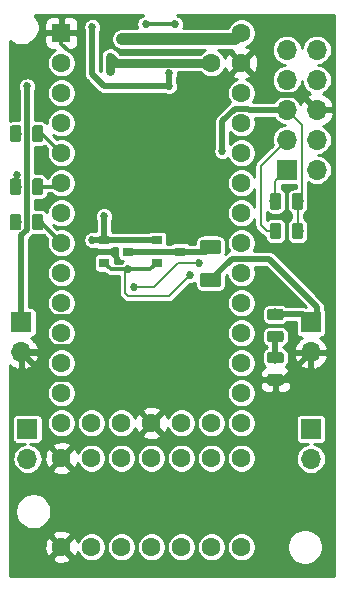
<source format=gbl>
G04 #@! TF.GenerationSoftware,KiCad,Pcbnew,(5.1.0-0)*
G04 #@! TF.CreationDate,2019-10-12T10:13:56-07:00*
G04 #@! TF.ProjectId,BB-Mainboard-0,42422d4d-6169-46e6-926f-6172642d302e,rev?*
G04 #@! TF.SameCoordinates,Original*
G04 #@! TF.FileFunction,Copper,L2,Bot*
G04 #@! TF.FilePolarity,Positive*
%FSLAX46Y46*%
G04 Gerber Fmt 4.6, Leading zero omitted, Abs format (unit mm)*
G04 Created by KiCad (PCBNEW (5.1.0-0)) date 2019-10-12 10:13:56*
%MOMM*%
%LPD*%
G04 APERTURE LIST*
%ADD10C,1.600000*%
%ADD11R,1.600000X1.600000*%
%ADD12R,0.900000X0.800000*%
%ADD13O,1.700000X1.700000*%
%ADD14R,1.700000X1.700000*%
%ADD15C,0.100000*%
%ADD16C,0.975000*%
%ADD17C,1.250000*%
%ADD18C,0.685800*%
%ADD19C,0.500000*%
%ADD20C,0.300000*%
%ADD21C,0.200000*%
%ADD22C,0.750000*%
%ADD23C,1.000000*%
%ADD24C,0.254000*%
G04 APERTURE END LIST*
D10*
X127620000Y-70480000D03*
X127620000Y-78000000D03*
X125080000Y-70480000D03*
X125080000Y-78000000D03*
X122540000Y-70480000D03*
X122540000Y-78000000D03*
X120000000Y-70480000D03*
X120000000Y-78000000D03*
X117460000Y-70480000D03*
X117460000Y-78000000D03*
X114920000Y-70480000D03*
X114920000Y-78000000D03*
X112380000Y-70480000D03*
X112380000Y-78000000D03*
D11*
X112380000Y-34490000D03*
D10*
X112380000Y-37030000D03*
X112380000Y-39570000D03*
X112380000Y-42110000D03*
X112380000Y-44650000D03*
X112380000Y-47190000D03*
X112380000Y-49730000D03*
X112380000Y-52270000D03*
X112380000Y-54810000D03*
X112380000Y-57350000D03*
X112380000Y-59890000D03*
X112380000Y-62430000D03*
X112380000Y-64970000D03*
X125080000Y-37030000D03*
X127620000Y-34490000D03*
X127620000Y-37030000D03*
X127620000Y-39570000D03*
X127620000Y-42110000D03*
X127620000Y-44650000D03*
X127620000Y-47190000D03*
X127620000Y-49730000D03*
X127620000Y-52270000D03*
X127620000Y-54810000D03*
X127620000Y-57350000D03*
X127620000Y-59890000D03*
X127620000Y-62430000D03*
X127620000Y-64970000D03*
X112380000Y-67510000D03*
X114920000Y-67510000D03*
X117460000Y-67510000D03*
X127620000Y-67510000D03*
X125080000Y-67510000D03*
X122540000Y-67510000D03*
X120000000Y-67510000D03*
D12*
X122450000Y-53000000D03*
X120450000Y-52050000D03*
X120450000Y-53950000D03*
X118000000Y-53000000D03*
X116000000Y-52050000D03*
X116000000Y-53950000D03*
D13*
X134000000Y-35920000D03*
X131460000Y-35920000D03*
X134000000Y-38460000D03*
X131460000Y-38460000D03*
X134000000Y-41000000D03*
X131460000Y-41000000D03*
X134000000Y-43540000D03*
X131460000Y-43540000D03*
X134000000Y-46080000D03*
D14*
X131460000Y-46080000D03*
D15*
G36*
X108767642Y-46801174D02*
G01*
X108791303Y-46804684D01*
X108814507Y-46810496D01*
X108837029Y-46818554D01*
X108858653Y-46828782D01*
X108879170Y-46841079D01*
X108898383Y-46855329D01*
X108916107Y-46871393D01*
X108932171Y-46889117D01*
X108946421Y-46908330D01*
X108958718Y-46928847D01*
X108968946Y-46950471D01*
X108977004Y-46972993D01*
X108982816Y-46996197D01*
X108986326Y-47019858D01*
X108987500Y-47043750D01*
X108987500Y-47956250D01*
X108986326Y-47980142D01*
X108982816Y-48003803D01*
X108977004Y-48027007D01*
X108968946Y-48049529D01*
X108958718Y-48071153D01*
X108946421Y-48091670D01*
X108932171Y-48110883D01*
X108916107Y-48128607D01*
X108898383Y-48144671D01*
X108879170Y-48158921D01*
X108858653Y-48171218D01*
X108837029Y-48181446D01*
X108814507Y-48189504D01*
X108791303Y-48195316D01*
X108767642Y-48198826D01*
X108743750Y-48200000D01*
X108256250Y-48200000D01*
X108232358Y-48198826D01*
X108208697Y-48195316D01*
X108185493Y-48189504D01*
X108162971Y-48181446D01*
X108141347Y-48171218D01*
X108120830Y-48158921D01*
X108101617Y-48144671D01*
X108083893Y-48128607D01*
X108067829Y-48110883D01*
X108053579Y-48091670D01*
X108041282Y-48071153D01*
X108031054Y-48049529D01*
X108022996Y-48027007D01*
X108017184Y-48003803D01*
X108013674Y-47980142D01*
X108012500Y-47956250D01*
X108012500Y-47043750D01*
X108013674Y-47019858D01*
X108017184Y-46996197D01*
X108022996Y-46972993D01*
X108031054Y-46950471D01*
X108041282Y-46928847D01*
X108053579Y-46908330D01*
X108067829Y-46889117D01*
X108083893Y-46871393D01*
X108101617Y-46855329D01*
X108120830Y-46841079D01*
X108141347Y-46828782D01*
X108162971Y-46818554D01*
X108185493Y-46810496D01*
X108208697Y-46804684D01*
X108232358Y-46801174D01*
X108256250Y-46800000D01*
X108743750Y-46800000D01*
X108767642Y-46801174D01*
X108767642Y-46801174D01*
G37*
D16*
X108500000Y-47500000D03*
D15*
G36*
X110642642Y-46801174D02*
G01*
X110666303Y-46804684D01*
X110689507Y-46810496D01*
X110712029Y-46818554D01*
X110733653Y-46828782D01*
X110754170Y-46841079D01*
X110773383Y-46855329D01*
X110791107Y-46871393D01*
X110807171Y-46889117D01*
X110821421Y-46908330D01*
X110833718Y-46928847D01*
X110843946Y-46950471D01*
X110852004Y-46972993D01*
X110857816Y-46996197D01*
X110861326Y-47019858D01*
X110862500Y-47043750D01*
X110862500Y-47956250D01*
X110861326Y-47980142D01*
X110857816Y-48003803D01*
X110852004Y-48027007D01*
X110843946Y-48049529D01*
X110833718Y-48071153D01*
X110821421Y-48091670D01*
X110807171Y-48110883D01*
X110791107Y-48128607D01*
X110773383Y-48144671D01*
X110754170Y-48158921D01*
X110733653Y-48171218D01*
X110712029Y-48181446D01*
X110689507Y-48189504D01*
X110666303Y-48195316D01*
X110642642Y-48198826D01*
X110618750Y-48200000D01*
X110131250Y-48200000D01*
X110107358Y-48198826D01*
X110083697Y-48195316D01*
X110060493Y-48189504D01*
X110037971Y-48181446D01*
X110016347Y-48171218D01*
X109995830Y-48158921D01*
X109976617Y-48144671D01*
X109958893Y-48128607D01*
X109942829Y-48110883D01*
X109928579Y-48091670D01*
X109916282Y-48071153D01*
X109906054Y-48049529D01*
X109897996Y-48027007D01*
X109892184Y-48003803D01*
X109888674Y-47980142D01*
X109887500Y-47956250D01*
X109887500Y-47043750D01*
X109888674Y-47019858D01*
X109892184Y-46996197D01*
X109897996Y-46972993D01*
X109906054Y-46950471D01*
X109916282Y-46928847D01*
X109928579Y-46908330D01*
X109942829Y-46889117D01*
X109958893Y-46871393D01*
X109976617Y-46855329D01*
X109995830Y-46841079D01*
X110016347Y-46828782D01*
X110037971Y-46818554D01*
X110060493Y-46810496D01*
X110083697Y-46804684D01*
X110107358Y-46801174D01*
X110131250Y-46800000D01*
X110618750Y-46800000D01*
X110642642Y-46801174D01*
X110642642Y-46801174D01*
G37*
D16*
X110375000Y-47500000D03*
D15*
G36*
X108767642Y-42301174D02*
G01*
X108791303Y-42304684D01*
X108814507Y-42310496D01*
X108837029Y-42318554D01*
X108858653Y-42328782D01*
X108879170Y-42341079D01*
X108898383Y-42355329D01*
X108916107Y-42371393D01*
X108932171Y-42389117D01*
X108946421Y-42408330D01*
X108958718Y-42428847D01*
X108968946Y-42450471D01*
X108977004Y-42472993D01*
X108982816Y-42496197D01*
X108986326Y-42519858D01*
X108987500Y-42543750D01*
X108987500Y-43456250D01*
X108986326Y-43480142D01*
X108982816Y-43503803D01*
X108977004Y-43527007D01*
X108968946Y-43549529D01*
X108958718Y-43571153D01*
X108946421Y-43591670D01*
X108932171Y-43610883D01*
X108916107Y-43628607D01*
X108898383Y-43644671D01*
X108879170Y-43658921D01*
X108858653Y-43671218D01*
X108837029Y-43681446D01*
X108814507Y-43689504D01*
X108791303Y-43695316D01*
X108767642Y-43698826D01*
X108743750Y-43700000D01*
X108256250Y-43700000D01*
X108232358Y-43698826D01*
X108208697Y-43695316D01*
X108185493Y-43689504D01*
X108162971Y-43681446D01*
X108141347Y-43671218D01*
X108120830Y-43658921D01*
X108101617Y-43644671D01*
X108083893Y-43628607D01*
X108067829Y-43610883D01*
X108053579Y-43591670D01*
X108041282Y-43571153D01*
X108031054Y-43549529D01*
X108022996Y-43527007D01*
X108017184Y-43503803D01*
X108013674Y-43480142D01*
X108012500Y-43456250D01*
X108012500Y-42543750D01*
X108013674Y-42519858D01*
X108017184Y-42496197D01*
X108022996Y-42472993D01*
X108031054Y-42450471D01*
X108041282Y-42428847D01*
X108053579Y-42408330D01*
X108067829Y-42389117D01*
X108083893Y-42371393D01*
X108101617Y-42355329D01*
X108120830Y-42341079D01*
X108141347Y-42328782D01*
X108162971Y-42318554D01*
X108185493Y-42310496D01*
X108208697Y-42304684D01*
X108232358Y-42301174D01*
X108256250Y-42300000D01*
X108743750Y-42300000D01*
X108767642Y-42301174D01*
X108767642Y-42301174D01*
G37*
D16*
X108500000Y-43000000D03*
D15*
G36*
X110642642Y-42301174D02*
G01*
X110666303Y-42304684D01*
X110689507Y-42310496D01*
X110712029Y-42318554D01*
X110733653Y-42328782D01*
X110754170Y-42341079D01*
X110773383Y-42355329D01*
X110791107Y-42371393D01*
X110807171Y-42389117D01*
X110821421Y-42408330D01*
X110833718Y-42428847D01*
X110843946Y-42450471D01*
X110852004Y-42472993D01*
X110857816Y-42496197D01*
X110861326Y-42519858D01*
X110862500Y-42543750D01*
X110862500Y-43456250D01*
X110861326Y-43480142D01*
X110857816Y-43503803D01*
X110852004Y-43527007D01*
X110843946Y-43549529D01*
X110833718Y-43571153D01*
X110821421Y-43591670D01*
X110807171Y-43610883D01*
X110791107Y-43628607D01*
X110773383Y-43644671D01*
X110754170Y-43658921D01*
X110733653Y-43671218D01*
X110712029Y-43681446D01*
X110689507Y-43689504D01*
X110666303Y-43695316D01*
X110642642Y-43698826D01*
X110618750Y-43700000D01*
X110131250Y-43700000D01*
X110107358Y-43698826D01*
X110083697Y-43695316D01*
X110060493Y-43689504D01*
X110037971Y-43681446D01*
X110016347Y-43671218D01*
X109995830Y-43658921D01*
X109976617Y-43644671D01*
X109958893Y-43628607D01*
X109942829Y-43610883D01*
X109928579Y-43591670D01*
X109916282Y-43571153D01*
X109906054Y-43549529D01*
X109897996Y-43527007D01*
X109892184Y-43503803D01*
X109888674Y-43480142D01*
X109887500Y-43456250D01*
X109887500Y-42543750D01*
X109888674Y-42519858D01*
X109892184Y-42496197D01*
X109897996Y-42472993D01*
X109906054Y-42450471D01*
X109916282Y-42428847D01*
X109928579Y-42408330D01*
X109942829Y-42389117D01*
X109958893Y-42371393D01*
X109976617Y-42355329D01*
X109995830Y-42341079D01*
X110016347Y-42328782D01*
X110037971Y-42318554D01*
X110060493Y-42310496D01*
X110083697Y-42304684D01*
X110107358Y-42301174D01*
X110131250Y-42300000D01*
X110618750Y-42300000D01*
X110642642Y-42301174D01*
X110642642Y-42301174D01*
G37*
D16*
X110375000Y-43000000D03*
D15*
G36*
X108767642Y-49801174D02*
G01*
X108791303Y-49804684D01*
X108814507Y-49810496D01*
X108837029Y-49818554D01*
X108858653Y-49828782D01*
X108879170Y-49841079D01*
X108898383Y-49855329D01*
X108916107Y-49871393D01*
X108932171Y-49889117D01*
X108946421Y-49908330D01*
X108958718Y-49928847D01*
X108968946Y-49950471D01*
X108977004Y-49972993D01*
X108982816Y-49996197D01*
X108986326Y-50019858D01*
X108987500Y-50043750D01*
X108987500Y-50956250D01*
X108986326Y-50980142D01*
X108982816Y-51003803D01*
X108977004Y-51027007D01*
X108968946Y-51049529D01*
X108958718Y-51071153D01*
X108946421Y-51091670D01*
X108932171Y-51110883D01*
X108916107Y-51128607D01*
X108898383Y-51144671D01*
X108879170Y-51158921D01*
X108858653Y-51171218D01*
X108837029Y-51181446D01*
X108814507Y-51189504D01*
X108791303Y-51195316D01*
X108767642Y-51198826D01*
X108743750Y-51200000D01*
X108256250Y-51200000D01*
X108232358Y-51198826D01*
X108208697Y-51195316D01*
X108185493Y-51189504D01*
X108162971Y-51181446D01*
X108141347Y-51171218D01*
X108120830Y-51158921D01*
X108101617Y-51144671D01*
X108083893Y-51128607D01*
X108067829Y-51110883D01*
X108053579Y-51091670D01*
X108041282Y-51071153D01*
X108031054Y-51049529D01*
X108022996Y-51027007D01*
X108017184Y-51003803D01*
X108013674Y-50980142D01*
X108012500Y-50956250D01*
X108012500Y-50043750D01*
X108013674Y-50019858D01*
X108017184Y-49996197D01*
X108022996Y-49972993D01*
X108031054Y-49950471D01*
X108041282Y-49928847D01*
X108053579Y-49908330D01*
X108067829Y-49889117D01*
X108083893Y-49871393D01*
X108101617Y-49855329D01*
X108120830Y-49841079D01*
X108141347Y-49828782D01*
X108162971Y-49818554D01*
X108185493Y-49810496D01*
X108208697Y-49804684D01*
X108232358Y-49801174D01*
X108256250Y-49800000D01*
X108743750Y-49800000D01*
X108767642Y-49801174D01*
X108767642Y-49801174D01*
G37*
D16*
X108500000Y-50500000D03*
D15*
G36*
X110642642Y-49801174D02*
G01*
X110666303Y-49804684D01*
X110689507Y-49810496D01*
X110712029Y-49818554D01*
X110733653Y-49828782D01*
X110754170Y-49841079D01*
X110773383Y-49855329D01*
X110791107Y-49871393D01*
X110807171Y-49889117D01*
X110821421Y-49908330D01*
X110833718Y-49928847D01*
X110843946Y-49950471D01*
X110852004Y-49972993D01*
X110857816Y-49996197D01*
X110861326Y-50019858D01*
X110862500Y-50043750D01*
X110862500Y-50956250D01*
X110861326Y-50980142D01*
X110857816Y-51003803D01*
X110852004Y-51027007D01*
X110843946Y-51049529D01*
X110833718Y-51071153D01*
X110821421Y-51091670D01*
X110807171Y-51110883D01*
X110791107Y-51128607D01*
X110773383Y-51144671D01*
X110754170Y-51158921D01*
X110733653Y-51171218D01*
X110712029Y-51181446D01*
X110689507Y-51189504D01*
X110666303Y-51195316D01*
X110642642Y-51198826D01*
X110618750Y-51200000D01*
X110131250Y-51200000D01*
X110107358Y-51198826D01*
X110083697Y-51195316D01*
X110060493Y-51189504D01*
X110037971Y-51181446D01*
X110016347Y-51171218D01*
X109995830Y-51158921D01*
X109976617Y-51144671D01*
X109958893Y-51128607D01*
X109942829Y-51110883D01*
X109928579Y-51091670D01*
X109916282Y-51071153D01*
X109906054Y-51049529D01*
X109897996Y-51027007D01*
X109892184Y-51003803D01*
X109888674Y-50980142D01*
X109887500Y-50956250D01*
X109887500Y-50043750D01*
X109888674Y-50019858D01*
X109892184Y-49996197D01*
X109897996Y-49972993D01*
X109906054Y-49950471D01*
X109916282Y-49928847D01*
X109928579Y-49908330D01*
X109942829Y-49889117D01*
X109958893Y-49871393D01*
X109976617Y-49855329D01*
X109995830Y-49841079D01*
X110016347Y-49828782D01*
X110037971Y-49818554D01*
X110060493Y-49810496D01*
X110083697Y-49804684D01*
X110107358Y-49801174D01*
X110131250Y-49800000D01*
X110618750Y-49800000D01*
X110642642Y-49801174D01*
X110642642Y-49801174D01*
G37*
D16*
X110375000Y-50500000D03*
D15*
G36*
X132642642Y-48051174D02*
G01*
X132666303Y-48054684D01*
X132689507Y-48060496D01*
X132712029Y-48068554D01*
X132733653Y-48078782D01*
X132754170Y-48091079D01*
X132773383Y-48105329D01*
X132791107Y-48121393D01*
X132807171Y-48139117D01*
X132821421Y-48158330D01*
X132833718Y-48178847D01*
X132843946Y-48200471D01*
X132852004Y-48222993D01*
X132857816Y-48246197D01*
X132861326Y-48269858D01*
X132862500Y-48293750D01*
X132862500Y-49206250D01*
X132861326Y-49230142D01*
X132857816Y-49253803D01*
X132852004Y-49277007D01*
X132843946Y-49299529D01*
X132833718Y-49321153D01*
X132821421Y-49341670D01*
X132807171Y-49360883D01*
X132791107Y-49378607D01*
X132773383Y-49394671D01*
X132754170Y-49408921D01*
X132733653Y-49421218D01*
X132712029Y-49431446D01*
X132689507Y-49439504D01*
X132666303Y-49445316D01*
X132642642Y-49448826D01*
X132618750Y-49450000D01*
X132131250Y-49450000D01*
X132107358Y-49448826D01*
X132083697Y-49445316D01*
X132060493Y-49439504D01*
X132037971Y-49431446D01*
X132016347Y-49421218D01*
X131995830Y-49408921D01*
X131976617Y-49394671D01*
X131958893Y-49378607D01*
X131942829Y-49360883D01*
X131928579Y-49341670D01*
X131916282Y-49321153D01*
X131906054Y-49299529D01*
X131897996Y-49277007D01*
X131892184Y-49253803D01*
X131888674Y-49230142D01*
X131887500Y-49206250D01*
X131887500Y-48293750D01*
X131888674Y-48269858D01*
X131892184Y-48246197D01*
X131897996Y-48222993D01*
X131906054Y-48200471D01*
X131916282Y-48178847D01*
X131928579Y-48158330D01*
X131942829Y-48139117D01*
X131958893Y-48121393D01*
X131976617Y-48105329D01*
X131995830Y-48091079D01*
X132016347Y-48078782D01*
X132037971Y-48068554D01*
X132060493Y-48060496D01*
X132083697Y-48054684D01*
X132107358Y-48051174D01*
X132131250Y-48050000D01*
X132618750Y-48050000D01*
X132642642Y-48051174D01*
X132642642Y-48051174D01*
G37*
D16*
X132375000Y-48750000D03*
D15*
G36*
X130767642Y-48051174D02*
G01*
X130791303Y-48054684D01*
X130814507Y-48060496D01*
X130837029Y-48068554D01*
X130858653Y-48078782D01*
X130879170Y-48091079D01*
X130898383Y-48105329D01*
X130916107Y-48121393D01*
X130932171Y-48139117D01*
X130946421Y-48158330D01*
X130958718Y-48178847D01*
X130968946Y-48200471D01*
X130977004Y-48222993D01*
X130982816Y-48246197D01*
X130986326Y-48269858D01*
X130987500Y-48293750D01*
X130987500Y-49206250D01*
X130986326Y-49230142D01*
X130982816Y-49253803D01*
X130977004Y-49277007D01*
X130968946Y-49299529D01*
X130958718Y-49321153D01*
X130946421Y-49341670D01*
X130932171Y-49360883D01*
X130916107Y-49378607D01*
X130898383Y-49394671D01*
X130879170Y-49408921D01*
X130858653Y-49421218D01*
X130837029Y-49431446D01*
X130814507Y-49439504D01*
X130791303Y-49445316D01*
X130767642Y-49448826D01*
X130743750Y-49450000D01*
X130256250Y-49450000D01*
X130232358Y-49448826D01*
X130208697Y-49445316D01*
X130185493Y-49439504D01*
X130162971Y-49431446D01*
X130141347Y-49421218D01*
X130120830Y-49408921D01*
X130101617Y-49394671D01*
X130083893Y-49378607D01*
X130067829Y-49360883D01*
X130053579Y-49341670D01*
X130041282Y-49321153D01*
X130031054Y-49299529D01*
X130022996Y-49277007D01*
X130017184Y-49253803D01*
X130013674Y-49230142D01*
X130012500Y-49206250D01*
X130012500Y-48293750D01*
X130013674Y-48269858D01*
X130017184Y-48246197D01*
X130022996Y-48222993D01*
X130031054Y-48200471D01*
X130041282Y-48178847D01*
X130053579Y-48158330D01*
X130067829Y-48139117D01*
X130083893Y-48121393D01*
X130101617Y-48105329D01*
X130120830Y-48091079D01*
X130141347Y-48078782D01*
X130162971Y-48068554D01*
X130185493Y-48060496D01*
X130208697Y-48054684D01*
X130232358Y-48051174D01*
X130256250Y-48050000D01*
X130743750Y-48050000D01*
X130767642Y-48051174D01*
X130767642Y-48051174D01*
G37*
D16*
X130500000Y-48750000D03*
D15*
G36*
X132642642Y-50551174D02*
G01*
X132666303Y-50554684D01*
X132689507Y-50560496D01*
X132712029Y-50568554D01*
X132733653Y-50578782D01*
X132754170Y-50591079D01*
X132773383Y-50605329D01*
X132791107Y-50621393D01*
X132807171Y-50639117D01*
X132821421Y-50658330D01*
X132833718Y-50678847D01*
X132843946Y-50700471D01*
X132852004Y-50722993D01*
X132857816Y-50746197D01*
X132861326Y-50769858D01*
X132862500Y-50793750D01*
X132862500Y-51706250D01*
X132861326Y-51730142D01*
X132857816Y-51753803D01*
X132852004Y-51777007D01*
X132843946Y-51799529D01*
X132833718Y-51821153D01*
X132821421Y-51841670D01*
X132807171Y-51860883D01*
X132791107Y-51878607D01*
X132773383Y-51894671D01*
X132754170Y-51908921D01*
X132733653Y-51921218D01*
X132712029Y-51931446D01*
X132689507Y-51939504D01*
X132666303Y-51945316D01*
X132642642Y-51948826D01*
X132618750Y-51950000D01*
X132131250Y-51950000D01*
X132107358Y-51948826D01*
X132083697Y-51945316D01*
X132060493Y-51939504D01*
X132037971Y-51931446D01*
X132016347Y-51921218D01*
X131995830Y-51908921D01*
X131976617Y-51894671D01*
X131958893Y-51878607D01*
X131942829Y-51860883D01*
X131928579Y-51841670D01*
X131916282Y-51821153D01*
X131906054Y-51799529D01*
X131897996Y-51777007D01*
X131892184Y-51753803D01*
X131888674Y-51730142D01*
X131887500Y-51706250D01*
X131887500Y-50793750D01*
X131888674Y-50769858D01*
X131892184Y-50746197D01*
X131897996Y-50722993D01*
X131906054Y-50700471D01*
X131916282Y-50678847D01*
X131928579Y-50658330D01*
X131942829Y-50639117D01*
X131958893Y-50621393D01*
X131976617Y-50605329D01*
X131995830Y-50591079D01*
X132016347Y-50578782D01*
X132037971Y-50568554D01*
X132060493Y-50560496D01*
X132083697Y-50554684D01*
X132107358Y-50551174D01*
X132131250Y-50550000D01*
X132618750Y-50550000D01*
X132642642Y-50551174D01*
X132642642Y-50551174D01*
G37*
D16*
X132375000Y-51250000D03*
D15*
G36*
X130767642Y-50551174D02*
G01*
X130791303Y-50554684D01*
X130814507Y-50560496D01*
X130837029Y-50568554D01*
X130858653Y-50578782D01*
X130879170Y-50591079D01*
X130898383Y-50605329D01*
X130916107Y-50621393D01*
X130932171Y-50639117D01*
X130946421Y-50658330D01*
X130958718Y-50678847D01*
X130968946Y-50700471D01*
X130977004Y-50722993D01*
X130982816Y-50746197D01*
X130986326Y-50769858D01*
X130987500Y-50793750D01*
X130987500Y-51706250D01*
X130986326Y-51730142D01*
X130982816Y-51753803D01*
X130977004Y-51777007D01*
X130968946Y-51799529D01*
X130958718Y-51821153D01*
X130946421Y-51841670D01*
X130932171Y-51860883D01*
X130916107Y-51878607D01*
X130898383Y-51894671D01*
X130879170Y-51908921D01*
X130858653Y-51921218D01*
X130837029Y-51931446D01*
X130814507Y-51939504D01*
X130791303Y-51945316D01*
X130767642Y-51948826D01*
X130743750Y-51950000D01*
X130256250Y-51950000D01*
X130232358Y-51948826D01*
X130208697Y-51945316D01*
X130185493Y-51939504D01*
X130162971Y-51931446D01*
X130141347Y-51921218D01*
X130120830Y-51908921D01*
X130101617Y-51894671D01*
X130083893Y-51878607D01*
X130067829Y-51860883D01*
X130053579Y-51841670D01*
X130041282Y-51821153D01*
X130031054Y-51799529D01*
X130022996Y-51777007D01*
X130017184Y-51753803D01*
X130013674Y-51730142D01*
X130012500Y-51706250D01*
X130012500Y-50793750D01*
X130013674Y-50769858D01*
X130017184Y-50746197D01*
X130022996Y-50722993D01*
X130031054Y-50700471D01*
X130041282Y-50678847D01*
X130053579Y-50658330D01*
X130067829Y-50639117D01*
X130083893Y-50621393D01*
X130101617Y-50605329D01*
X130120830Y-50591079D01*
X130141347Y-50578782D01*
X130162971Y-50568554D01*
X130185493Y-50560496D01*
X130208697Y-50554684D01*
X130232358Y-50551174D01*
X130256250Y-50550000D01*
X130743750Y-50550000D01*
X130767642Y-50551174D01*
X130767642Y-50551174D01*
G37*
D16*
X130500000Y-51250000D03*
D15*
G36*
X125649504Y-51976204D02*
G01*
X125673773Y-51979804D01*
X125697571Y-51985765D01*
X125720671Y-51994030D01*
X125742849Y-52004520D01*
X125763893Y-52017133D01*
X125783598Y-52031747D01*
X125801777Y-52048223D01*
X125818253Y-52066402D01*
X125832867Y-52086107D01*
X125845480Y-52107151D01*
X125855970Y-52129329D01*
X125864235Y-52152429D01*
X125870196Y-52176227D01*
X125873796Y-52200496D01*
X125875000Y-52225000D01*
X125875000Y-52975000D01*
X125873796Y-52999504D01*
X125870196Y-53023773D01*
X125864235Y-53047571D01*
X125855970Y-53070671D01*
X125845480Y-53092849D01*
X125832867Y-53113893D01*
X125818253Y-53133598D01*
X125801777Y-53151777D01*
X125783598Y-53168253D01*
X125763893Y-53182867D01*
X125742849Y-53195480D01*
X125720671Y-53205970D01*
X125697571Y-53214235D01*
X125673773Y-53220196D01*
X125649504Y-53223796D01*
X125625000Y-53225000D01*
X124375000Y-53225000D01*
X124350496Y-53223796D01*
X124326227Y-53220196D01*
X124302429Y-53214235D01*
X124279329Y-53205970D01*
X124257151Y-53195480D01*
X124236107Y-53182867D01*
X124216402Y-53168253D01*
X124198223Y-53151777D01*
X124181747Y-53133598D01*
X124167133Y-53113893D01*
X124154520Y-53092849D01*
X124144030Y-53070671D01*
X124135765Y-53047571D01*
X124129804Y-53023773D01*
X124126204Y-52999504D01*
X124125000Y-52975000D01*
X124125000Y-52225000D01*
X124126204Y-52200496D01*
X124129804Y-52176227D01*
X124135765Y-52152429D01*
X124144030Y-52129329D01*
X124154520Y-52107151D01*
X124167133Y-52086107D01*
X124181747Y-52066402D01*
X124198223Y-52048223D01*
X124216402Y-52031747D01*
X124236107Y-52017133D01*
X124257151Y-52004520D01*
X124279329Y-51994030D01*
X124302429Y-51985765D01*
X124326227Y-51979804D01*
X124350496Y-51976204D01*
X124375000Y-51975000D01*
X125625000Y-51975000D01*
X125649504Y-51976204D01*
X125649504Y-51976204D01*
G37*
D17*
X125000000Y-52600000D03*
D15*
G36*
X125649504Y-54776204D02*
G01*
X125673773Y-54779804D01*
X125697571Y-54785765D01*
X125720671Y-54794030D01*
X125742849Y-54804520D01*
X125763893Y-54817133D01*
X125783598Y-54831747D01*
X125801777Y-54848223D01*
X125818253Y-54866402D01*
X125832867Y-54886107D01*
X125845480Y-54907151D01*
X125855970Y-54929329D01*
X125864235Y-54952429D01*
X125870196Y-54976227D01*
X125873796Y-55000496D01*
X125875000Y-55025000D01*
X125875000Y-55775000D01*
X125873796Y-55799504D01*
X125870196Y-55823773D01*
X125864235Y-55847571D01*
X125855970Y-55870671D01*
X125845480Y-55892849D01*
X125832867Y-55913893D01*
X125818253Y-55933598D01*
X125801777Y-55951777D01*
X125783598Y-55968253D01*
X125763893Y-55982867D01*
X125742849Y-55995480D01*
X125720671Y-56005970D01*
X125697571Y-56014235D01*
X125673773Y-56020196D01*
X125649504Y-56023796D01*
X125625000Y-56025000D01*
X124375000Y-56025000D01*
X124350496Y-56023796D01*
X124326227Y-56020196D01*
X124302429Y-56014235D01*
X124279329Y-56005970D01*
X124257151Y-55995480D01*
X124236107Y-55982867D01*
X124216402Y-55968253D01*
X124198223Y-55951777D01*
X124181747Y-55933598D01*
X124167133Y-55913893D01*
X124154520Y-55892849D01*
X124144030Y-55870671D01*
X124135765Y-55847571D01*
X124129804Y-55823773D01*
X124126204Y-55799504D01*
X124125000Y-55775000D01*
X124125000Y-55025000D01*
X124126204Y-55000496D01*
X124129804Y-54976227D01*
X124135765Y-54952429D01*
X124144030Y-54929329D01*
X124154520Y-54907151D01*
X124167133Y-54886107D01*
X124181747Y-54866402D01*
X124198223Y-54848223D01*
X124216402Y-54831747D01*
X124236107Y-54817133D01*
X124257151Y-54804520D01*
X124279329Y-54794030D01*
X124302429Y-54785765D01*
X124326227Y-54779804D01*
X124350496Y-54776204D01*
X124375000Y-54775000D01*
X125625000Y-54775000D01*
X125649504Y-54776204D01*
X125649504Y-54776204D01*
G37*
D17*
X125000000Y-55400000D03*
D15*
G36*
X130980142Y-61489087D02*
G01*
X131003803Y-61492597D01*
X131027007Y-61498409D01*
X131049529Y-61506467D01*
X131071153Y-61516695D01*
X131091670Y-61528992D01*
X131110883Y-61543242D01*
X131128607Y-61559306D01*
X131144671Y-61577030D01*
X131158921Y-61596243D01*
X131171218Y-61616760D01*
X131181446Y-61638384D01*
X131189504Y-61660906D01*
X131195316Y-61684110D01*
X131198826Y-61707771D01*
X131200000Y-61731663D01*
X131200000Y-62219163D01*
X131198826Y-62243055D01*
X131195316Y-62266716D01*
X131189504Y-62289920D01*
X131181446Y-62312442D01*
X131171218Y-62334066D01*
X131158921Y-62354583D01*
X131144671Y-62373796D01*
X131128607Y-62391520D01*
X131110883Y-62407584D01*
X131091670Y-62421834D01*
X131071153Y-62434131D01*
X131049529Y-62444359D01*
X131027007Y-62452417D01*
X131003803Y-62458229D01*
X130980142Y-62461739D01*
X130956250Y-62462913D01*
X130043750Y-62462913D01*
X130019858Y-62461739D01*
X129996197Y-62458229D01*
X129972993Y-62452417D01*
X129950471Y-62444359D01*
X129928847Y-62434131D01*
X129908330Y-62421834D01*
X129889117Y-62407584D01*
X129871393Y-62391520D01*
X129855329Y-62373796D01*
X129841079Y-62354583D01*
X129828782Y-62334066D01*
X129818554Y-62312442D01*
X129810496Y-62289920D01*
X129804684Y-62266716D01*
X129801174Y-62243055D01*
X129800000Y-62219163D01*
X129800000Y-61731663D01*
X129801174Y-61707771D01*
X129804684Y-61684110D01*
X129810496Y-61660906D01*
X129818554Y-61638384D01*
X129828782Y-61616760D01*
X129841079Y-61596243D01*
X129855329Y-61577030D01*
X129871393Y-61559306D01*
X129889117Y-61543242D01*
X129908330Y-61528992D01*
X129928847Y-61516695D01*
X129950471Y-61506467D01*
X129972993Y-61498409D01*
X129996197Y-61492597D01*
X130019858Y-61489087D01*
X130043750Y-61487913D01*
X130956250Y-61487913D01*
X130980142Y-61489087D01*
X130980142Y-61489087D01*
G37*
D16*
X130500000Y-61975413D03*
D15*
G36*
X130980142Y-63364087D02*
G01*
X131003803Y-63367597D01*
X131027007Y-63373409D01*
X131049529Y-63381467D01*
X131071153Y-63391695D01*
X131091670Y-63403992D01*
X131110883Y-63418242D01*
X131128607Y-63434306D01*
X131144671Y-63452030D01*
X131158921Y-63471243D01*
X131171218Y-63491760D01*
X131181446Y-63513384D01*
X131189504Y-63535906D01*
X131195316Y-63559110D01*
X131198826Y-63582771D01*
X131200000Y-63606663D01*
X131200000Y-64094163D01*
X131198826Y-64118055D01*
X131195316Y-64141716D01*
X131189504Y-64164920D01*
X131181446Y-64187442D01*
X131171218Y-64209066D01*
X131158921Y-64229583D01*
X131144671Y-64248796D01*
X131128607Y-64266520D01*
X131110883Y-64282584D01*
X131091670Y-64296834D01*
X131071153Y-64309131D01*
X131049529Y-64319359D01*
X131027007Y-64327417D01*
X131003803Y-64333229D01*
X130980142Y-64336739D01*
X130956250Y-64337913D01*
X130043750Y-64337913D01*
X130019858Y-64336739D01*
X129996197Y-64333229D01*
X129972993Y-64327417D01*
X129950471Y-64319359D01*
X129928847Y-64309131D01*
X129908330Y-64296834D01*
X129889117Y-64282584D01*
X129871393Y-64266520D01*
X129855329Y-64248796D01*
X129841079Y-64229583D01*
X129828782Y-64209066D01*
X129818554Y-64187442D01*
X129810496Y-64164920D01*
X129804684Y-64141716D01*
X129801174Y-64118055D01*
X129800000Y-64094163D01*
X129800000Y-63606663D01*
X129801174Y-63582771D01*
X129804684Y-63559110D01*
X129810496Y-63535906D01*
X129818554Y-63513384D01*
X129828782Y-63491760D01*
X129841079Y-63471243D01*
X129855329Y-63452030D01*
X129871393Y-63434306D01*
X129889117Y-63418242D01*
X129908330Y-63403992D01*
X129928847Y-63391695D01*
X129950471Y-63381467D01*
X129972993Y-63373409D01*
X129996197Y-63367597D01*
X130019858Y-63364087D01*
X130043750Y-63362913D01*
X130956250Y-63362913D01*
X130980142Y-63364087D01*
X130980142Y-63364087D01*
G37*
D16*
X130500000Y-63850413D03*
D13*
X133500000Y-61540000D03*
D14*
X133500000Y-59000000D03*
D13*
X109000000Y-61540000D03*
D14*
X109000000Y-59000000D03*
D13*
X133500000Y-70540000D03*
D14*
X133500000Y-68000000D03*
D13*
X109500000Y-70540000D03*
D14*
X109500000Y-68000000D03*
D15*
G36*
X130980142Y-59701174D02*
G01*
X131003803Y-59704684D01*
X131027007Y-59710496D01*
X131049529Y-59718554D01*
X131071153Y-59728782D01*
X131091670Y-59741079D01*
X131110883Y-59755329D01*
X131128607Y-59771393D01*
X131144671Y-59789117D01*
X131158921Y-59808330D01*
X131171218Y-59828847D01*
X131181446Y-59850471D01*
X131189504Y-59872993D01*
X131195316Y-59896197D01*
X131198826Y-59919858D01*
X131200000Y-59943750D01*
X131200000Y-60431250D01*
X131198826Y-60455142D01*
X131195316Y-60478803D01*
X131189504Y-60502007D01*
X131181446Y-60524529D01*
X131171218Y-60546153D01*
X131158921Y-60566670D01*
X131144671Y-60585883D01*
X131128607Y-60603607D01*
X131110883Y-60619671D01*
X131091670Y-60633921D01*
X131071153Y-60646218D01*
X131049529Y-60656446D01*
X131027007Y-60664504D01*
X131003803Y-60670316D01*
X130980142Y-60673826D01*
X130956250Y-60675000D01*
X130043750Y-60675000D01*
X130019858Y-60673826D01*
X129996197Y-60670316D01*
X129972993Y-60664504D01*
X129950471Y-60656446D01*
X129928847Y-60646218D01*
X129908330Y-60633921D01*
X129889117Y-60619671D01*
X129871393Y-60603607D01*
X129855329Y-60585883D01*
X129841079Y-60566670D01*
X129828782Y-60546153D01*
X129818554Y-60524529D01*
X129810496Y-60502007D01*
X129804684Y-60478803D01*
X129801174Y-60455142D01*
X129800000Y-60431250D01*
X129800000Y-59943750D01*
X129801174Y-59919858D01*
X129804684Y-59896197D01*
X129810496Y-59872993D01*
X129818554Y-59850471D01*
X129828782Y-59828847D01*
X129841079Y-59808330D01*
X129855329Y-59789117D01*
X129871393Y-59771393D01*
X129889117Y-59755329D01*
X129908330Y-59741079D01*
X129928847Y-59728782D01*
X129950471Y-59718554D01*
X129972993Y-59710496D01*
X129996197Y-59704684D01*
X130019858Y-59701174D01*
X130043750Y-59700000D01*
X130956250Y-59700000D01*
X130980142Y-59701174D01*
X130980142Y-59701174D01*
G37*
D16*
X130500000Y-60187500D03*
D15*
G36*
X130980142Y-57826174D02*
G01*
X131003803Y-57829684D01*
X131027007Y-57835496D01*
X131049529Y-57843554D01*
X131071153Y-57853782D01*
X131091670Y-57866079D01*
X131110883Y-57880329D01*
X131128607Y-57896393D01*
X131144671Y-57914117D01*
X131158921Y-57933330D01*
X131171218Y-57953847D01*
X131181446Y-57975471D01*
X131189504Y-57997993D01*
X131195316Y-58021197D01*
X131198826Y-58044858D01*
X131200000Y-58068750D01*
X131200000Y-58556250D01*
X131198826Y-58580142D01*
X131195316Y-58603803D01*
X131189504Y-58627007D01*
X131181446Y-58649529D01*
X131171218Y-58671153D01*
X131158921Y-58691670D01*
X131144671Y-58710883D01*
X131128607Y-58728607D01*
X131110883Y-58744671D01*
X131091670Y-58758921D01*
X131071153Y-58771218D01*
X131049529Y-58781446D01*
X131027007Y-58789504D01*
X131003803Y-58795316D01*
X130980142Y-58798826D01*
X130956250Y-58800000D01*
X130043750Y-58800000D01*
X130019858Y-58798826D01*
X129996197Y-58795316D01*
X129972993Y-58789504D01*
X129950471Y-58781446D01*
X129928847Y-58771218D01*
X129908330Y-58758921D01*
X129889117Y-58744671D01*
X129871393Y-58728607D01*
X129855329Y-58710883D01*
X129841079Y-58691670D01*
X129828782Y-58671153D01*
X129818554Y-58649529D01*
X129810496Y-58627007D01*
X129804684Y-58603803D01*
X129801174Y-58580142D01*
X129800000Y-58556250D01*
X129800000Y-58068750D01*
X129801174Y-58044858D01*
X129804684Y-58021197D01*
X129810496Y-57997993D01*
X129818554Y-57975471D01*
X129828782Y-57953847D01*
X129841079Y-57933330D01*
X129855329Y-57914117D01*
X129871393Y-57896393D01*
X129889117Y-57880329D01*
X129908330Y-57866079D01*
X129928847Y-57853782D01*
X129950471Y-57843554D01*
X129972993Y-57835496D01*
X129996197Y-57829684D01*
X130019858Y-57826174D01*
X130043750Y-57825000D01*
X130956250Y-57825000D01*
X130980142Y-57826174D01*
X130980142Y-57826174D01*
G37*
D16*
X130500000Y-58312500D03*
D18*
X117937500Y-49000000D03*
X133500000Y-50000000D03*
X115950000Y-58800000D03*
X116500000Y-57000000D03*
X117000000Y-63000000D03*
X126000000Y-44500000D03*
X116500000Y-37750000D03*
X116500000Y-36500000D03*
X109485090Y-39014910D03*
X115000000Y-34000000D03*
X121500000Y-37900310D03*
X121500000Y-39000000D03*
X124000000Y-54000000D03*
X118500000Y-56000000D03*
X116000000Y-50000000D03*
X115000000Y-52000000D03*
X117500000Y-35000000D03*
X118000000Y-54500000D03*
X123250000Y-55000000D03*
X122000000Y-33750000D03*
X119500000Y-33750000D03*
X108500000Y-50500000D03*
X108500000Y-43000000D03*
X108645300Y-46500000D03*
D19*
X132747599Y-39747599D02*
X134000000Y-41000000D01*
X127620000Y-37030000D02*
X130337599Y-39747599D01*
X130337599Y-39747599D02*
X132747599Y-39747599D01*
X131189587Y-63850413D02*
X133500000Y-61540000D01*
X130500000Y-63850413D02*
X131189587Y-63850413D01*
X109849999Y-62389999D02*
X109889999Y-62389999D01*
X109000000Y-61540000D02*
X109849999Y-62389999D01*
X109889999Y-62389999D02*
X111250000Y-63750000D01*
X116250000Y-63750000D02*
X117000000Y-63000000D01*
X111250000Y-63750000D02*
X116250000Y-63750000D01*
X111907599Y-61092401D02*
X113657599Y-61092401D01*
X113657599Y-61092401D02*
X115950000Y-58800000D01*
X111460000Y-61540000D02*
X111907599Y-61092401D01*
X109000000Y-61540000D02*
X110790000Y-61540000D01*
X110790000Y-61540000D02*
X111460000Y-61540000D01*
X110790000Y-61540000D02*
X110790000Y-58960000D01*
X111197599Y-58552401D02*
X113197599Y-58552401D01*
X110790000Y-58960000D02*
X111197599Y-58552401D01*
D20*
X112380000Y-34490000D02*
X112380000Y-35380000D01*
X112380000Y-35380000D02*
X113000000Y-36000000D01*
X113000000Y-36000000D02*
X113500000Y-36000000D01*
D19*
X126000000Y-41950446D02*
X126000000Y-44500000D01*
X127042847Y-40907599D02*
X126000000Y-41950446D01*
X128197153Y-40907599D02*
X127042847Y-40907599D01*
X128289554Y-41000000D02*
X128197153Y-40907599D01*
X131460000Y-41000000D02*
X128289554Y-41000000D01*
D21*
X131460000Y-41000000D02*
X131500000Y-41000000D01*
X131500000Y-41000000D02*
X132750000Y-42250000D01*
X132750000Y-48375000D02*
X132375000Y-48750000D01*
X132750000Y-42250000D02*
X132750000Y-48375000D01*
X132375000Y-48750000D02*
X132375000Y-51250000D01*
D22*
X116500000Y-37750000D02*
X116500000Y-36500000D01*
X125080000Y-37030000D02*
X117030000Y-37030000D01*
X117030000Y-37030000D02*
X116500000Y-36500000D01*
D19*
X109000000Y-51613810D02*
X109485090Y-51128720D01*
X109000000Y-59000000D02*
X109000000Y-51613810D01*
X109485090Y-51128720D02*
X109485090Y-39014910D01*
X115000000Y-34000000D02*
X115000000Y-38000000D01*
X116000000Y-39000000D02*
X120400310Y-39000000D01*
X115000000Y-38000000D02*
X116000000Y-39000000D01*
X121500000Y-39000000D02*
X120400310Y-39000000D01*
X121500000Y-37900310D02*
X121500000Y-39000000D01*
X130500000Y-60187500D02*
X130500000Y-61975413D01*
X134000000Y-57650000D02*
X134000000Y-59000000D01*
X129957599Y-53607599D02*
X134000000Y-57650000D01*
X126792401Y-53607599D02*
X129957599Y-53607599D01*
X125000000Y-55400000D02*
X126792401Y-53607599D01*
X132812500Y-58312500D02*
X133500000Y-59000000D01*
X130500000Y-58312500D02*
X132812500Y-58312500D01*
D21*
X124000000Y-54000000D02*
X122250000Y-54000000D01*
X120250000Y-56000000D02*
X118500000Y-56000000D01*
X122250000Y-54000000D02*
X120250000Y-56000000D01*
D19*
X120450000Y-52050000D02*
X119050000Y-52050000D01*
X119050000Y-52050000D02*
X116000000Y-52050000D01*
X116000000Y-50000000D02*
X116000000Y-52050000D01*
X115950000Y-52000000D02*
X116000000Y-52050000D01*
X115000000Y-52000000D02*
X115950000Y-52000000D01*
D23*
X127110000Y-35000000D02*
X127620000Y-34490000D01*
X117500000Y-35000000D02*
X127110000Y-35000000D01*
D20*
X116550000Y-54500000D02*
X116000000Y-53950000D01*
X119900000Y-54500000D02*
X120450000Y-53950000D01*
X118500000Y-54500000D02*
X119900000Y-54500000D01*
X118500000Y-54500000D02*
X118000000Y-54500000D01*
X118000000Y-54500000D02*
X116550000Y-54500000D01*
D21*
X123250000Y-55000000D02*
X121500000Y-56750000D01*
X121500000Y-56750000D02*
X118000000Y-56750000D01*
X118000000Y-56750000D02*
X117750000Y-56500000D01*
X117750000Y-54750000D02*
X118000000Y-54500000D01*
X117750000Y-56500000D02*
X117750000Y-54750000D01*
D19*
X118000000Y-53000000D02*
X122450000Y-53000000D01*
X124600000Y-53000000D02*
X125000000Y-52600000D01*
X122450000Y-53000000D02*
X124600000Y-53000000D01*
D21*
X130500000Y-51250000D02*
X129750000Y-51250000D01*
X129750000Y-51250000D02*
X129250000Y-50750000D01*
X129250000Y-45750000D02*
X131460000Y-43540000D01*
X129250000Y-50750000D02*
X129250000Y-45750000D01*
X130500000Y-47040000D02*
X131460000Y-46080000D01*
X130500000Y-48750000D02*
X130500000Y-47040000D01*
D20*
X122000000Y-33750000D02*
X119500000Y-33750000D01*
X110610000Y-50500000D02*
X112380000Y-52270000D01*
X110375000Y-50500000D02*
X110610000Y-50500000D01*
X110730000Y-43000000D02*
X112380000Y-44650000D01*
X110375000Y-43000000D02*
X110730000Y-43000000D01*
X108645300Y-47354700D02*
X108500000Y-47500000D01*
X108645300Y-46500000D02*
X108645300Y-47354700D01*
X112070000Y-47500000D02*
X112380000Y-47190000D01*
X110375000Y-47500000D02*
X112070000Y-47500000D01*
D21*
X125080000Y-70480000D02*
X125520000Y-70480000D01*
D24*
G36*
X119275429Y-33009687D02*
G01*
X119135316Y-33067724D01*
X119009217Y-33151980D01*
X118901980Y-33259217D01*
X118817724Y-33385316D01*
X118759687Y-33525429D01*
X118730100Y-33674171D01*
X118730100Y-33825829D01*
X118759687Y-33974571D01*
X118800458Y-34073000D01*
X117454462Y-34073000D01*
X117318276Y-34086413D01*
X117143536Y-34139420D01*
X116982495Y-34225499D01*
X116841341Y-34341341D01*
X116725499Y-34482495D01*
X116639420Y-34643536D01*
X116586413Y-34818276D01*
X116568515Y-35000000D01*
X116586413Y-35181724D01*
X116639420Y-35356464D01*
X116725499Y-35517505D01*
X116841341Y-35658659D01*
X116982495Y-35774501D01*
X117143536Y-35860580D01*
X117318276Y-35913587D01*
X117454462Y-35927000D01*
X124536573Y-35927000D01*
X124498798Y-35942647D01*
X124297833Y-36076927D01*
X124146760Y-36228000D01*
X117362199Y-36228000D01*
X117094960Y-35960762D01*
X117069843Y-35930157D01*
X116947723Y-35829935D01*
X116808397Y-35755464D01*
X116657219Y-35709605D01*
X116500000Y-35694120D01*
X116356878Y-35708217D01*
X116342781Y-35709605D01*
X116238676Y-35741185D01*
X116191604Y-35755464D01*
X116052278Y-35829935D01*
X116052276Y-35829936D01*
X116052277Y-35829936D01*
X115930157Y-35930157D01*
X115829936Y-36052277D01*
X115755464Y-36191604D01*
X115709605Y-36342781D01*
X115694121Y-36500000D01*
X115698001Y-36539396D01*
X115698000Y-37740578D01*
X115677000Y-37719578D01*
X115677000Y-34372580D01*
X115682276Y-34364684D01*
X115740313Y-34224571D01*
X115769900Y-34075829D01*
X115769900Y-33924171D01*
X115740313Y-33775429D01*
X115682276Y-33635316D01*
X115598020Y-33509217D01*
X115490783Y-33401980D01*
X115364684Y-33317724D01*
X115224571Y-33259687D01*
X115075829Y-33230100D01*
X114924171Y-33230100D01*
X114775429Y-33259687D01*
X114635316Y-33317724D01*
X114509217Y-33401980D01*
X114401980Y-33509217D01*
X114317724Y-33635316D01*
X114259687Y-33775429D01*
X114230100Y-33924171D01*
X114230100Y-34075829D01*
X114259687Y-34224571D01*
X114317724Y-34364684D01*
X114323000Y-34372580D01*
X114323001Y-37966746D01*
X114319726Y-38000000D01*
X114332796Y-38132714D01*
X114371508Y-38260329D01*
X114434372Y-38377940D01*
X114497776Y-38455198D01*
X114497779Y-38455201D01*
X114518974Y-38481027D01*
X114544800Y-38502222D01*
X115497778Y-39455201D01*
X115518973Y-39481027D01*
X115544799Y-39502222D01*
X115544801Y-39502224D01*
X115622059Y-39565628D01*
X115739670Y-39628492D01*
X115867285Y-39667204D01*
X116000000Y-39680275D01*
X116033252Y-39677000D01*
X121127420Y-39677000D01*
X121135316Y-39682276D01*
X121275429Y-39740313D01*
X121424171Y-39769900D01*
X121575829Y-39769900D01*
X121724571Y-39740313D01*
X121864684Y-39682276D01*
X121990783Y-39598020D01*
X122098020Y-39490783D01*
X122182276Y-39364684D01*
X122240313Y-39224571D01*
X122269900Y-39075829D01*
X122269900Y-38924171D01*
X122240313Y-38775429D01*
X122182276Y-38635316D01*
X122177000Y-38627420D01*
X122177000Y-38272890D01*
X122182276Y-38264994D01*
X122240313Y-38124881D01*
X122269900Y-37976139D01*
X122269900Y-37832000D01*
X124146760Y-37832000D01*
X124297833Y-37983073D01*
X124498798Y-38117353D01*
X124722097Y-38209847D01*
X124959151Y-38257000D01*
X125200849Y-38257000D01*
X125437903Y-38209847D01*
X125661202Y-38117353D01*
X125862167Y-37983073D01*
X126033073Y-37812167D01*
X126167353Y-37611202D01*
X126240605Y-37434356D01*
X126316397Y-37646292D01*
X126383329Y-37771514D01*
X126627298Y-37843097D01*
X127440395Y-37030000D01*
X127799605Y-37030000D01*
X128612702Y-37843097D01*
X128856671Y-37771514D01*
X128977571Y-37516004D01*
X129046300Y-37241816D01*
X129060217Y-36959488D01*
X129018787Y-36679870D01*
X128923603Y-36413708D01*
X128856671Y-36288486D01*
X128612702Y-36216903D01*
X127799605Y-37030000D01*
X127440395Y-37030000D01*
X126627298Y-36216903D01*
X126383329Y-36288486D01*
X126262429Y-36543996D01*
X126241451Y-36627686D01*
X126167353Y-36448798D01*
X126033073Y-36247833D01*
X125862167Y-36076927D01*
X125661202Y-35942647D01*
X125623427Y-35927000D01*
X126839266Y-35927000D01*
X126806903Y-36037298D01*
X127620000Y-36850395D01*
X128433097Y-36037298D01*
X128361514Y-35793329D01*
X128106004Y-35672429D01*
X128022314Y-35651451D01*
X128201202Y-35577353D01*
X128402167Y-35443073D01*
X128573073Y-35272167D01*
X128707353Y-35071202D01*
X128799847Y-34847903D01*
X128847000Y-34610849D01*
X128847000Y-34369151D01*
X128799847Y-34132097D01*
X128707353Y-33908798D01*
X128573073Y-33707833D01*
X128402167Y-33536927D01*
X128201202Y-33402647D01*
X127977903Y-33310153D01*
X127740849Y-33263000D01*
X127499151Y-33263000D01*
X127262097Y-33310153D01*
X127038798Y-33402647D01*
X126837833Y-33536927D01*
X126666927Y-33707833D01*
X126532647Y-33908798D01*
X126464632Y-34073000D01*
X122699542Y-34073000D01*
X122740313Y-33974571D01*
X122769900Y-33825829D01*
X122769900Y-33674171D01*
X122740313Y-33525429D01*
X122682276Y-33385316D01*
X122598020Y-33259217D01*
X122490783Y-33151980D01*
X122364684Y-33067724D01*
X122224571Y-33009687D01*
X122185926Y-33002000D01*
X135498000Y-33002000D01*
X135498001Y-80498000D01*
X108002000Y-80498000D01*
X108002000Y-78992702D01*
X111566903Y-78992702D01*
X111638486Y-79236671D01*
X111893996Y-79357571D01*
X112168184Y-79426300D01*
X112450512Y-79440217D01*
X112730130Y-79398787D01*
X112996292Y-79303603D01*
X113121514Y-79236671D01*
X113193097Y-78992702D01*
X112380000Y-78179605D01*
X111566903Y-78992702D01*
X108002000Y-78992702D01*
X108002000Y-78070512D01*
X110939783Y-78070512D01*
X110981213Y-78350130D01*
X111076397Y-78616292D01*
X111143329Y-78741514D01*
X111387298Y-78813097D01*
X112200395Y-78000000D01*
X112559605Y-78000000D01*
X113372702Y-78813097D01*
X113616671Y-78741514D01*
X113737571Y-78486004D01*
X113758549Y-78402314D01*
X113832647Y-78581202D01*
X113966927Y-78782167D01*
X114137833Y-78953073D01*
X114338798Y-79087353D01*
X114562097Y-79179847D01*
X114799151Y-79227000D01*
X115040849Y-79227000D01*
X115277903Y-79179847D01*
X115501202Y-79087353D01*
X115702167Y-78953073D01*
X115873073Y-78782167D01*
X116007353Y-78581202D01*
X116099847Y-78357903D01*
X116147000Y-78120849D01*
X116147000Y-77879151D01*
X116233000Y-77879151D01*
X116233000Y-78120849D01*
X116280153Y-78357903D01*
X116372647Y-78581202D01*
X116506927Y-78782167D01*
X116677833Y-78953073D01*
X116878798Y-79087353D01*
X117102097Y-79179847D01*
X117339151Y-79227000D01*
X117580849Y-79227000D01*
X117817903Y-79179847D01*
X118041202Y-79087353D01*
X118242167Y-78953073D01*
X118413073Y-78782167D01*
X118547353Y-78581202D01*
X118639847Y-78357903D01*
X118687000Y-78120849D01*
X118687000Y-77879151D01*
X118773000Y-77879151D01*
X118773000Y-78120849D01*
X118820153Y-78357903D01*
X118912647Y-78581202D01*
X119046927Y-78782167D01*
X119217833Y-78953073D01*
X119418798Y-79087353D01*
X119642097Y-79179847D01*
X119879151Y-79227000D01*
X120120849Y-79227000D01*
X120357903Y-79179847D01*
X120581202Y-79087353D01*
X120782167Y-78953073D01*
X120953073Y-78782167D01*
X121087353Y-78581202D01*
X121179847Y-78357903D01*
X121227000Y-78120849D01*
X121227000Y-77879151D01*
X121313000Y-77879151D01*
X121313000Y-78120849D01*
X121360153Y-78357903D01*
X121452647Y-78581202D01*
X121586927Y-78782167D01*
X121757833Y-78953073D01*
X121958798Y-79087353D01*
X122182097Y-79179847D01*
X122419151Y-79227000D01*
X122660849Y-79227000D01*
X122897903Y-79179847D01*
X123121202Y-79087353D01*
X123322167Y-78953073D01*
X123493073Y-78782167D01*
X123627353Y-78581202D01*
X123719847Y-78357903D01*
X123767000Y-78120849D01*
X123767000Y-77879151D01*
X123853000Y-77879151D01*
X123853000Y-78120849D01*
X123900153Y-78357903D01*
X123992647Y-78581202D01*
X124126927Y-78782167D01*
X124297833Y-78953073D01*
X124498798Y-79087353D01*
X124722097Y-79179847D01*
X124959151Y-79227000D01*
X125200849Y-79227000D01*
X125437903Y-79179847D01*
X125661202Y-79087353D01*
X125862167Y-78953073D01*
X126033073Y-78782167D01*
X126167353Y-78581202D01*
X126259847Y-78357903D01*
X126307000Y-78120849D01*
X126307000Y-77879151D01*
X126393000Y-77879151D01*
X126393000Y-78120849D01*
X126440153Y-78357903D01*
X126532647Y-78581202D01*
X126666927Y-78782167D01*
X126837833Y-78953073D01*
X127038798Y-79087353D01*
X127262097Y-79179847D01*
X127499151Y-79227000D01*
X127740849Y-79227000D01*
X127977903Y-79179847D01*
X128201202Y-79087353D01*
X128402167Y-78953073D01*
X128573073Y-78782167D01*
X128707353Y-78581202D01*
X128799847Y-78357903D01*
X128847000Y-78120849D01*
X128847000Y-77879151D01*
X128841123Y-77849604D01*
X131473000Y-77849604D01*
X131473000Y-78150396D01*
X131531681Y-78445410D01*
X131646790Y-78723306D01*
X131813901Y-78973406D01*
X132026594Y-79186099D01*
X132276694Y-79353210D01*
X132554590Y-79468319D01*
X132849604Y-79527000D01*
X133150396Y-79527000D01*
X133445410Y-79468319D01*
X133723306Y-79353210D01*
X133973406Y-79186099D01*
X134186099Y-78973406D01*
X134353210Y-78723306D01*
X134468319Y-78445410D01*
X134527000Y-78150396D01*
X134527000Y-77849604D01*
X134468319Y-77554590D01*
X134353210Y-77276694D01*
X134186099Y-77026594D01*
X133973406Y-76813901D01*
X133723306Y-76646790D01*
X133445410Y-76531681D01*
X133150396Y-76473000D01*
X132849604Y-76473000D01*
X132554590Y-76531681D01*
X132276694Y-76646790D01*
X132026594Y-76813901D01*
X131813901Y-77026594D01*
X131646790Y-77276694D01*
X131531681Y-77554590D01*
X131473000Y-77849604D01*
X128841123Y-77849604D01*
X128799847Y-77642097D01*
X128707353Y-77418798D01*
X128573073Y-77217833D01*
X128402167Y-77046927D01*
X128201202Y-76912647D01*
X127977903Y-76820153D01*
X127740849Y-76773000D01*
X127499151Y-76773000D01*
X127262097Y-76820153D01*
X127038798Y-76912647D01*
X126837833Y-77046927D01*
X126666927Y-77217833D01*
X126532647Y-77418798D01*
X126440153Y-77642097D01*
X126393000Y-77879151D01*
X126307000Y-77879151D01*
X126259847Y-77642097D01*
X126167353Y-77418798D01*
X126033073Y-77217833D01*
X125862167Y-77046927D01*
X125661202Y-76912647D01*
X125437903Y-76820153D01*
X125200849Y-76773000D01*
X124959151Y-76773000D01*
X124722097Y-76820153D01*
X124498798Y-76912647D01*
X124297833Y-77046927D01*
X124126927Y-77217833D01*
X123992647Y-77418798D01*
X123900153Y-77642097D01*
X123853000Y-77879151D01*
X123767000Y-77879151D01*
X123719847Y-77642097D01*
X123627353Y-77418798D01*
X123493073Y-77217833D01*
X123322167Y-77046927D01*
X123121202Y-76912647D01*
X122897903Y-76820153D01*
X122660849Y-76773000D01*
X122419151Y-76773000D01*
X122182097Y-76820153D01*
X121958798Y-76912647D01*
X121757833Y-77046927D01*
X121586927Y-77217833D01*
X121452647Y-77418798D01*
X121360153Y-77642097D01*
X121313000Y-77879151D01*
X121227000Y-77879151D01*
X121179847Y-77642097D01*
X121087353Y-77418798D01*
X120953073Y-77217833D01*
X120782167Y-77046927D01*
X120581202Y-76912647D01*
X120357903Y-76820153D01*
X120120849Y-76773000D01*
X119879151Y-76773000D01*
X119642097Y-76820153D01*
X119418798Y-76912647D01*
X119217833Y-77046927D01*
X119046927Y-77217833D01*
X118912647Y-77418798D01*
X118820153Y-77642097D01*
X118773000Y-77879151D01*
X118687000Y-77879151D01*
X118639847Y-77642097D01*
X118547353Y-77418798D01*
X118413073Y-77217833D01*
X118242167Y-77046927D01*
X118041202Y-76912647D01*
X117817903Y-76820153D01*
X117580849Y-76773000D01*
X117339151Y-76773000D01*
X117102097Y-76820153D01*
X116878798Y-76912647D01*
X116677833Y-77046927D01*
X116506927Y-77217833D01*
X116372647Y-77418798D01*
X116280153Y-77642097D01*
X116233000Y-77879151D01*
X116147000Y-77879151D01*
X116099847Y-77642097D01*
X116007353Y-77418798D01*
X115873073Y-77217833D01*
X115702167Y-77046927D01*
X115501202Y-76912647D01*
X115277903Y-76820153D01*
X115040849Y-76773000D01*
X114799151Y-76773000D01*
X114562097Y-76820153D01*
X114338798Y-76912647D01*
X114137833Y-77046927D01*
X113966927Y-77217833D01*
X113832647Y-77418798D01*
X113759395Y-77595644D01*
X113683603Y-77383708D01*
X113616671Y-77258486D01*
X113372702Y-77186903D01*
X112559605Y-78000000D01*
X112200395Y-78000000D01*
X111387298Y-77186903D01*
X111143329Y-77258486D01*
X111022429Y-77513996D01*
X110953700Y-77788184D01*
X110939783Y-78070512D01*
X108002000Y-78070512D01*
X108002000Y-77007298D01*
X111566903Y-77007298D01*
X112380000Y-77820395D01*
X113193097Y-77007298D01*
X113121514Y-76763329D01*
X112866004Y-76642429D01*
X112591816Y-76573700D01*
X112309488Y-76559783D01*
X112029870Y-76601213D01*
X111763708Y-76696397D01*
X111638486Y-76763329D01*
X111566903Y-77007298D01*
X108002000Y-77007298D01*
X108002000Y-74849604D01*
X108473000Y-74849604D01*
X108473000Y-75150396D01*
X108531681Y-75445410D01*
X108646790Y-75723306D01*
X108813901Y-75973406D01*
X109026594Y-76186099D01*
X109276694Y-76353210D01*
X109554590Y-76468319D01*
X109849604Y-76527000D01*
X110150396Y-76527000D01*
X110445410Y-76468319D01*
X110723306Y-76353210D01*
X110973406Y-76186099D01*
X111186099Y-75973406D01*
X111353210Y-75723306D01*
X111468319Y-75445410D01*
X111527000Y-75150396D01*
X111527000Y-74849604D01*
X111468319Y-74554590D01*
X111353210Y-74276694D01*
X111186099Y-74026594D01*
X110973406Y-73813901D01*
X110723306Y-73646790D01*
X110445410Y-73531681D01*
X110150396Y-73473000D01*
X109849604Y-73473000D01*
X109554590Y-73531681D01*
X109276694Y-73646790D01*
X109026594Y-73813901D01*
X108813901Y-74026594D01*
X108646790Y-74276694D01*
X108531681Y-74554590D01*
X108473000Y-74849604D01*
X108002000Y-74849604D01*
X108002000Y-70540000D01*
X108216822Y-70540000D01*
X108241478Y-70790336D01*
X108314498Y-71031051D01*
X108433076Y-71252896D01*
X108592656Y-71447344D01*
X108787104Y-71606924D01*
X109008949Y-71725502D01*
X109249664Y-71798522D01*
X109437274Y-71817000D01*
X109562726Y-71817000D01*
X109750336Y-71798522D01*
X109991051Y-71725502D01*
X110212896Y-71606924D01*
X110376445Y-71472702D01*
X111566903Y-71472702D01*
X111638486Y-71716671D01*
X111893996Y-71837571D01*
X112168184Y-71906300D01*
X112450512Y-71920217D01*
X112730130Y-71878787D01*
X112996292Y-71783603D01*
X113121514Y-71716671D01*
X113193097Y-71472702D01*
X112380000Y-70659605D01*
X111566903Y-71472702D01*
X110376445Y-71472702D01*
X110407344Y-71447344D01*
X110566924Y-71252896D01*
X110685502Y-71031051D01*
X110758522Y-70790336D01*
X110782142Y-70550512D01*
X110939783Y-70550512D01*
X110981213Y-70830130D01*
X111076397Y-71096292D01*
X111143329Y-71221514D01*
X111387298Y-71293097D01*
X112200395Y-70480000D01*
X112559605Y-70480000D01*
X113372702Y-71293097D01*
X113616671Y-71221514D01*
X113737571Y-70966004D01*
X113758549Y-70882314D01*
X113832647Y-71061202D01*
X113966927Y-71262167D01*
X114137833Y-71433073D01*
X114338798Y-71567353D01*
X114562097Y-71659847D01*
X114799151Y-71707000D01*
X115040849Y-71707000D01*
X115277903Y-71659847D01*
X115501202Y-71567353D01*
X115702167Y-71433073D01*
X115873073Y-71262167D01*
X116007353Y-71061202D01*
X116099847Y-70837903D01*
X116147000Y-70600849D01*
X116147000Y-70359151D01*
X116233000Y-70359151D01*
X116233000Y-70600849D01*
X116280153Y-70837903D01*
X116372647Y-71061202D01*
X116506927Y-71262167D01*
X116677833Y-71433073D01*
X116878798Y-71567353D01*
X117102097Y-71659847D01*
X117339151Y-71707000D01*
X117580849Y-71707000D01*
X117817903Y-71659847D01*
X118041202Y-71567353D01*
X118242167Y-71433073D01*
X118413073Y-71262167D01*
X118547353Y-71061202D01*
X118639847Y-70837903D01*
X118687000Y-70600849D01*
X118687000Y-70359151D01*
X118773000Y-70359151D01*
X118773000Y-70600849D01*
X118820153Y-70837903D01*
X118912647Y-71061202D01*
X119046927Y-71262167D01*
X119217833Y-71433073D01*
X119418798Y-71567353D01*
X119642097Y-71659847D01*
X119879151Y-71707000D01*
X120120849Y-71707000D01*
X120357903Y-71659847D01*
X120581202Y-71567353D01*
X120782167Y-71433073D01*
X120953073Y-71262167D01*
X121087353Y-71061202D01*
X121179847Y-70837903D01*
X121227000Y-70600849D01*
X121227000Y-70359151D01*
X121313000Y-70359151D01*
X121313000Y-70600849D01*
X121360153Y-70837903D01*
X121452647Y-71061202D01*
X121586927Y-71262167D01*
X121757833Y-71433073D01*
X121958798Y-71567353D01*
X122182097Y-71659847D01*
X122419151Y-71707000D01*
X122660849Y-71707000D01*
X122897903Y-71659847D01*
X123121202Y-71567353D01*
X123322167Y-71433073D01*
X123493073Y-71262167D01*
X123627353Y-71061202D01*
X123719847Y-70837903D01*
X123767000Y-70600849D01*
X123767000Y-70359151D01*
X123853000Y-70359151D01*
X123853000Y-70600849D01*
X123900153Y-70837903D01*
X123992647Y-71061202D01*
X124126927Y-71262167D01*
X124297833Y-71433073D01*
X124498798Y-71567353D01*
X124722097Y-71659847D01*
X124959151Y-71707000D01*
X125200849Y-71707000D01*
X125437903Y-71659847D01*
X125661202Y-71567353D01*
X125862167Y-71433073D01*
X126033073Y-71262167D01*
X126167353Y-71061202D01*
X126259847Y-70837903D01*
X126307000Y-70600849D01*
X126307000Y-70359151D01*
X126393000Y-70359151D01*
X126393000Y-70600849D01*
X126440153Y-70837903D01*
X126532647Y-71061202D01*
X126666927Y-71262167D01*
X126837833Y-71433073D01*
X127038798Y-71567353D01*
X127262097Y-71659847D01*
X127499151Y-71707000D01*
X127740849Y-71707000D01*
X127977903Y-71659847D01*
X128201202Y-71567353D01*
X128402167Y-71433073D01*
X128573073Y-71262167D01*
X128707353Y-71061202D01*
X128799847Y-70837903D01*
X128847000Y-70600849D01*
X128847000Y-70540000D01*
X132216822Y-70540000D01*
X132241478Y-70790336D01*
X132314498Y-71031051D01*
X132433076Y-71252896D01*
X132592656Y-71447344D01*
X132787104Y-71606924D01*
X133008949Y-71725502D01*
X133249664Y-71798522D01*
X133437274Y-71817000D01*
X133562726Y-71817000D01*
X133750336Y-71798522D01*
X133991051Y-71725502D01*
X134212896Y-71606924D01*
X134407344Y-71447344D01*
X134566924Y-71252896D01*
X134685502Y-71031051D01*
X134758522Y-70790336D01*
X134783178Y-70540000D01*
X134758522Y-70289664D01*
X134685502Y-70048949D01*
X134566924Y-69827104D01*
X134407344Y-69632656D01*
X134212896Y-69473076D01*
X133991051Y-69354498D01*
X133750336Y-69281478D01*
X133725847Y-69279066D01*
X134350000Y-69279066D01*
X134433707Y-69270822D01*
X134514196Y-69246405D01*
X134588376Y-69206755D01*
X134653395Y-69153395D01*
X134706755Y-69088376D01*
X134746405Y-69014196D01*
X134770822Y-68933707D01*
X134779066Y-68850000D01*
X134779066Y-67150000D01*
X134770822Y-67066293D01*
X134746405Y-66985804D01*
X134706755Y-66911624D01*
X134653395Y-66846605D01*
X134588376Y-66793245D01*
X134514196Y-66753595D01*
X134433707Y-66729178D01*
X134350000Y-66720934D01*
X132650000Y-66720934D01*
X132566293Y-66729178D01*
X132485804Y-66753595D01*
X132411624Y-66793245D01*
X132346605Y-66846605D01*
X132293245Y-66911624D01*
X132253595Y-66985804D01*
X132229178Y-67066293D01*
X132220934Y-67150000D01*
X132220934Y-68850000D01*
X132229178Y-68933707D01*
X132253595Y-69014196D01*
X132293245Y-69088376D01*
X132346605Y-69153395D01*
X132411624Y-69206755D01*
X132485804Y-69246405D01*
X132566293Y-69270822D01*
X132650000Y-69279066D01*
X133274153Y-69279066D01*
X133249664Y-69281478D01*
X133008949Y-69354498D01*
X132787104Y-69473076D01*
X132592656Y-69632656D01*
X132433076Y-69827104D01*
X132314498Y-70048949D01*
X132241478Y-70289664D01*
X132216822Y-70540000D01*
X128847000Y-70540000D01*
X128847000Y-70359151D01*
X128799847Y-70122097D01*
X128707353Y-69898798D01*
X128573073Y-69697833D01*
X128402167Y-69526927D01*
X128201202Y-69392647D01*
X127977903Y-69300153D01*
X127740849Y-69253000D01*
X127499151Y-69253000D01*
X127262097Y-69300153D01*
X127038798Y-69392647D01*
X126837833Y-69526927D01*
X126666927Y-69697833D01*
X126532647Y-69898798D01*
X126440153Y-70122097D01*
X126393000Y-70359151D01*
X126307000Y-70359151D01*
X126259847Y-70122097D01*
X126167353Y-69898798D01*
X126033073Y-69697833D01*
X125862167Y-69526927D01*
X125661202Y-69392647D01*
X125437903Y-69300153D01*
X125200849Y-69253000D01*
X124959151Y-69253000D01*
X124722097Y-69300153D01*
X124498798Y-69392647D01*
X124297833Y-69526927D01*
X124126927Y-69697833D01*
X123992647Y-69898798D01*
X123900153Y-70122097D01*
X123853000Y-70359151D01*
X123767000Y-70359151D01*
X123719847Y-70122097D01*
X123627353Y-69898798D01*
X123493073Y-69697833D01*
X123322167Y-69526927D01*
X123121202Y-69392647D01*
X122897903Y-69300153D01*
X122660849Y-69253000D01*
X122419151Y-69253000D01*
X122182097Y-69300153D01*
X121958798Y-69392647D01*
X121757833Y-69526927D01*
X121586927Y-69697833D01*
X121452647Y-69898798D01*
X121360153Y-70122097D01*
X121313000Y-70359151D01*
X121227000Y-70359151D01*
X121179847Y-70122097D01*
X121087353Y-69898798D01*
X120953073Y-69697833D01*
X120782167Y-69526927D01*
X120581202Y-69392647D01*
X120357903Y-69300153D01*
X120120849Y-69253000D01*
X119879151Y-69253000D01*
X119642097Y-69300153D01*
X119418798Y-69392647D01*
X119217833Y-69526927D01*
X119046927Y-69697833D01*
X118912647Y-69898798D01*
X118820153Y-70122097D01*
X118773000Y-70359151D01*
X118687000Y-70359151D01*
X118639847Y-70122097D01*
X118547353Y-69898798D01*
X118413073Y-69697833D01*
X118242167Y-69526927D01*
X118041202Y-69392647D01*
X117817903Y-69300153D01*
X117580849Y-69253000D01*
X117339151Y-69253000D01*
X117102097Y-69300153D01*
X116878798Y-69392647D01*
X116677833Y-69526927D01*
X116506927Y-69697833D01*
X116372647Y-69898798D01*
X116280153Y-70122097D01*
X116233000Y-70359151D01*
X116147000Y-70359151D01*
X116099847Y-70122097D01*
X116007353Y-69898798D01*
X115873073Y-69697833D01*
X115702167Y-69526927D01*
X115501202Y-69392647D01*
X115277903Y-69300153D01*
X115040849Y-69253000D01*
X114799151Y-69253000D01*
X114562097Y-69300153D01*
X114338798Y-69392647D01*
X114137833Y-69526927D01*
X113966927Y-69697833D01*
X113832647Y-69898798D01*
X113759395Y-70075644D01*
X113683603Y-69863708D01*
X113616671Y-69738486D01*
X113372702Y-69666903D01*
X112559605Y-70480000D01*
X112200395Y-70480000D01*
X111387298Y-69666903D01*
X111143329Y-69738486D01*
X111022429Y-69993996D01*
X110953700Y-70268184D01*
X110939783Y-70550512D01*
X110782142Y-70550512D01*
X110783178Y-70540000D01*
X110758522Y-70289664D01*
X110685502Y-70048949D01*
X110566924Y-69827104D01*
X110407344Y-69632656D01*
X110230226Y-69487298D01*
X111566903Y-69487298D01*
X112380000Y-70300395D01*
X113193097Y-69487298D01*
X113121514Y-69243329D01*
X112866004Y-69122429D01*
X112591816Y-69053700D01*
X112309488Y-69039783D01*
X112029870Y-69081213D01*
X111763708Y-69176397D01*
X111638486Y-69243329D01*
X111566903Y-69487298D01*
X110230226Y-69487298D01*
X110212896Y-69473076D01*
X109991051Y-69354498D01*
X109750336Y-69281478D01*
X109725847Y-69279066D01*
X110350000Y-69279066D01*
X110433707Y-69270822D01*
X110514196Y-69246405D01*
X110588376Y-69206755D01*
X110653395Y-69153395D01*
X110706755Y-69088376D01*
X110746405Y-69014196D01*
X110770822Y-68933707D01*
X110779066Y-68850000D01*
X110779066Y-67389151D01*
X111153000Y-67389151D01*
X111153000Y-67630849D01*
X111200153Y-67867903D01*
X111292647Y-68091202D01*
X111426927Y-68292167D01*
X111597833Y-68463073D01*
X111798798Y-68597353D01*
X112022097Y-68689847D01*
X112259151Y-68737000D01*
X112500849Y-68737000D01*
X112737903Y-68689847D01*
X112961202Y-68597353D01*
X113162167Y-68463073D01*
X113333073Y-68292167D01*
X113467353Y-68091202D01*
X113559847Y-67867903D01*
X113607000Y-67630849D01*
X113607000Y-67389151D01*
X113693000Y-67389151D01*
X113693000Y-67630849D01*
X113740153Y-67867903D01*
X113832647Y-68091202D01*
X113966927Y-68292167D01*
X114137833Y-68463073D01*
X114338798Y-68597353D01*
X114562097Y-68689847D01*
X114799151Y-68737000D01*
X115040849Y-68737000D01*
X115277903Y-68689847D01*
X115501202Y-68597353D01*
X115702167Y-68463073D01*
X115873073Y-68292167D01*
X116007353Y-68091202D01*
X116099847Y-67867903D01*
X116147000Y-67630849D01*
X116147000Y-67389151D01*
X116233000Y-67389151D01*
X116233000Y-67630849D01*
X116280153Y-67867903D01*
X116372647Y-68091202D01*
X116506927Y-68292167D01*
X116677833Y-68463073D01*
X116878798Y-68597353D01*
X117102097Y-68689847D01*
X117339151Y-68737000D01*
X117580849Y-68737000D01*
X117817903Y-68689847D01*
X118041202Y-68597353D01*
X118182857Y-68502702D01*
X119186903Y-68502702D01*
X119258486Y-68746671D01*
X119513996Y-68867571D01*
X119788184Y-68936300D01*
X120070512Y-68950217D01*
X120350130Y-68908787D01*
X120616292Y-68813603D01*
X120741514Y-68746671D01*
X120813097Y-68502702D01*
X120000000Y-67689605D01*
X119186903Y-68502702D01*
X118182857Y-68502702D01*
X118242167Y-68463073D01*
X118413073Y-68292167D01*
X118547353Y-68091202D01*
X118620605Y-67914356D01*
X118696397Y-68126292D01*
X118763329Y-68251514D01*
X119007298Y-68323097D01*
X119820395Y-67510000D01*
X120179605Y-67510000D01*
X120992702Y-68323097D01*
X121236671Y-68251514D01*
X121357571Y-67996004D01*
X121378549Y-67912314D01*
X121452647Y-68091202D01*
X121586927Y-68292167D01*
X121757833Y-68463073D01*
X121958798Y-68597353D01*
X122182097Y-68689847D01*
X122419151Y-68737000D01*
X122660849Y-68737000D01*
X122897903Y-68689847D01*
X123121202Y-68597353D01*
X123322167Y-68463073D01*
X123493073Y-68292167D01*
X123627353Y-68091202D01*
X123719847Y-67867903D01*
X123767000Y-67630849D01*
X123767000Y-67389151D01*
X123853000Y-67389151D01*
X123853000Y-67630849D01*
X123900153Y-67867903D01*
X123992647Y-68091202D01*
X124126927Y-68292167D01*
X124297833Y-68463073D01*
X124498798Y-68597353D01*
X124722097Y-68689847D01*
X124959151Y-68737000D01*
X125200849Y-68737000D01*
X125437903Y-68689847D01*
X125661202Y-68597353D01*
X125862167Y-68463073D01*
X126033073Y-68292167D01*
X126167353Y-68091202D01*
X126259847Y-67867903D01*
X126307000Y-67630849D01*
X126307000Y-67389151D01*
X126393000Y-67389151D01*
X126393000Y-67630849D01*
X126440153Y-67867903D01*
X126532647Y-68091202D01*
X126666927Y-68292167D01*
X126837833Y-68463073D01*
X127038798Y-68597353D01*
X127262097Y-68689847D01*
X127499151Y-68737000D01*
X127740849Y-68737000D01*
X127977903Y-68689847D01*
X128201202Y-68597353D01*
X128402167Y-68463073D01*
X128573073Y-68292167D01*
X128707353Y-68091202D01*
X128799847Y-67867903D01*
X128847000Y-67630849D01*
X128847000Y-67389151D01*
X128799847Y-67152097D01*
X128707353Y-66928798D01*
X128573073Y-66727833D01*
X128402167Y-66556927D01*
X128201202Y-66422647D01*
X127977903Y-66330153D01*
X127740849Y-66283000D01*
X127499151Y-66283000D01*
X127262097Y-66330153D01*
X127038798Y-66422647D01*
X126837833Y-66556927D01*
X126666927Y-66727833D01*
X126532647Y-66928798D01*
X126440153Y-67152097D01*
X126393000Y-67389151D01*
X126307000Y-67389151D01*
X126259847Y-67152097D01*
X126167353Y-66928798D01*
X126033073Y-66727833D01*
X125862167Y-66556927D01*
X125661202Y-66422647D01*
X125437903Y-66330153D01*
X125200849Y-66283000D01*
X124959151Y-66283000D01*
X124722097Y-66330153D01*
X124498798Y-66422647D01*
X124297833Y-66556927D01*
X124126927Y-66727833D01*
X123992647Y-66928798D01*
X123900153Y-67152097D01*
X123853000Y-67389151D01*
X123767000Y-67389151D01*
X123719847Y-67152097D01*
X123627353Y-66928798D01*
X123493073Y-66727833D01*
X123322167Y-66556927D01*
X123121202Y-66422647D01*
X122897903Y-66330153D01*
X122660849Y-66283000D01*
X122419151Y-66283000D01*
X122182097Y-66330153D01*
X121958798Y-66422647D01*
X121757833Y-66556927D01*
X121586927Y-66727833D01*
X121452647Y-66928798D01*
X121379395Y-67105644D01*
X121303603Y-66893708D01*
X121236671Y-66768486D01*
X120992702Y-66696903D01*
X120179605Y-67510000D01*
X119820395Y-67510000D01*
X119007298Y-66696903D01*
X118763329Y-66768486D01*
X118642429Y-67023996D01*
X118621451Y-67107686D01*
X118547353Y-66928798D01*
X118413073Y-66727833D01*
X118242167Y-66556927D01*
X118182858Y-66517298D01*
X119186903Y-66517298D01*
X120000000Y-67330395D01*
X120813097Y-66517298D01*
X120741514Y-66273329D01*
X120486004Y-66152429D01*
X120211816Y-66083700D01*
X119929488Y-66069783D01*
X119649870Y-66111213D01*
X119383708Y-66206397D01*
X119258486Y-66273329D01*
X119186903Y-66517298D01*
X118182858Y-66517298D01*
X118041202Y-66422647D01*
X117817903Y-66330153D01*
X117580849Y-66283000D01*
X117339151Y-66283000D01*
X117102097Y-66330153D01*
X116878798Y-66422647D01*
X116677833Y-66556927D01*
X116506927Y-66727833D01*
X116372647Y-66928798D01*
X116280153Y-67152097D01*
X116233000Y-67389151D01*
X116147000Y-67389151D01*
X116099847Y-67152097D01*
X116007353Y-66928798D01*
X115873073Y-66727833D01*
X115702167Y-66556927D01*
X115501202Y-66422647D01*
X115277903Y-66330153D01*
X115040849Y-66283000D01*
X114799151Y-66283000D01*
X114562097Y-66330153D01*
X114338798Y-66422647D01*
X114137833Y-66556927D01*
X113966927Y-66727833D01*
X113832647Y-66928798D01*
X113740153Y-67152097D01*
X113693000Y-67389151D01*
X113607000Y-67389151D01*
X113559847Y-67152097D01*
X113467353Y-66928798D01*
X113333073Y-66727833D01*
X113162167Y-66556927D01*
X112961202Y-66422647D01*
X112737903Y-66330153D01*
X112500849Y-66283000D01*
X112259151Y-66283000D01*
X112022097Y-66330153D01*
X111798798Y-66422647D01*
X111597833Y-66556927D01*
X111426927Y-66727833D01*
X111292647Y-66928798D01*
X111200153Y-67152097D01*
X111153000Y-67389151D01*
X110779066Y-67389151D01*
X110779066Y-67150000D01*
X110770822Y-67066293D01*
X110746405Y-66985804D01*
X110706755Y-66911624D01*
X110653395Y-66846605D01*
X110588376Y-66793245D01*
X110514196Y-66753595D01*
X110433707Y-66729178D01*
X110350000Y-66720934D01*
X108650000Y-66720934D01*
X108566293Y-66729178D01*
X108485804Y-66753595D01*
X108411624Y-66793245D01*
X108346605Y-66846605D01*
X108293245Y-66911624D01*
X108253595Y-66985804D01*
X108229178Y-67066293D01*
X108220934Y-67150000D01*
X108220934Y-68850000D01*
X108229178Y-68933707D01*
X108253595Y-69014196D01*
X108293245Y-69088376D01*
X108346605Y-69153395D01*
X108411624Y-69206755D01*
X108485804Y-69246405D01*
X108566293Y-69270822D01*
X108650000Y-69279066D01*
X109274153Y-69279066D01*
X109249664Y-69281478D01*
X109008949Y-69354498D01*
X108787104Y-69473076D01*
X108592656Y-69632656D01*
X108433076Y-69827104D01*
X108314498Y-70048949D01*
X108241478Y-70289664D01*
X108216822Y-70540000D01*
X108002000Y-70540000D01*
X108002000Y-64849151D01*
X111153000Y-64849151D01*
X111153000Y-65090849D01*
X111200153Y-65327903D01*
X111292647Y-65551202D01*
X111426927Y-65752167D01*
X111597833Y-65923073D01*
X111798798Y-66057353D01*
X112022097Y-66149847D01*
X112259151Y-66197000D01*
X112500849Y-66197000D01*
X112737903Y-66149847D01*
X112961202Y-66057353D01*
X113162167Y-65923073D01*
X113333073Y-65752167D01*
X113467353Y-65551202D01*
X113559847Y-65327903D01*
X113607000Y-65090849D01*
X113607000Y-64849151D01*
X126393000Y-64849151D01*
X126393000Y-65090849D01*
X126440153Y-65327903D01*
X126532647Y-65551202D01*
X126666927Y-65752167D01*
X126837833Y-65923073D01*
X127038798Y-66057353D01*
X127262097Y-66149847D01*
X127499151Y-66197000D01*
X127740849Y-66197000D01*
X127977903Y-66149847D01*
X128201202Y-66057353D01*
X128402167Y-65923073D01*
X128573073Y-65752167D01*
X128707353Y-65551202D01*
X128799847Y-65327903D01*
X128847000Y-65090849D01*
X128847000Y-64849151D01*
X128799847Y-64612097D01*
X128707353Y-64388798D01*
X128673353Y-64337913D01*
X129161928Y-64337913D01*
X129174188Y-64462395D01*
X129210498Y-64582093D01*
X129269463Y-64692407D01*
X129348815Y-64789098D01*
X129445506Y-64868450D01*
X129555820Y-64927415D01*
X129675518Y-64963725D01*
X129800000Y-64975985D01*
X130214250Y-64972913D01*
X130373000Y-64814163D01*
X130373000Y-63977413D01*
X130627000Y-63977413D01*
X130627000Y-64814163D01*
X130785750Y-64972913D01*
X131200000Y-64975985D01*
X131324482Y-64963725D01*
X131444180Y-64927415D01*
X131554494Y-64868450D01*
X131651185Y-64789098D01*
X131730537Y-64692407D01*
X131789502Y-64582093D01*
X131825812Y-64462395D01*
X131838072Y-64337913D01*
X131835000Y-64136163D01*
X131676250Y-63977413D01*
X130627000Y-63977413D01*
X130373000Y-63977413D01*
X129323750Y-63977413D01*
X129165000Y-64136163D01*
X129161928Y-64337913D01*
X128673353Y-64337913D01*
X128573073Y-64187833D01*
X128402167Y-64016927D01*
X128201202Y-63882647D01*
X127977903Y-63790153D01*
X127740849Y-63743000D01*
X127499151Y-63743000D01*
X127262097Y-63790153D01*
X127038798Y-63882647D01*
X126837833Y-64016927D01*
X126666927Y-64187833D01*
X126532647Y-64388798D01*
X126440153Y-64612097D01*
X126393000Y-64849151D01*
X113607000Y-64849151D01*
X113559847Y-64612097D01*
X113467353Y-64388798D01*
X113333073Y-64187833D01*
X113162167Y-64016927D01*
X112961202Y-63882647D01*
X112737903Y-63790153D01*
X112500849Y-63743000D01*
X112259151Y-63743000D01*
X112022097Y-63790153D01*
X111798798Y-63882647D01*
X111597833Y-64016927D01*
X111426927Y-64187833D01*
X111292647Y-64388798D01*
X111200153Y-64612097D01*
X111153000Y-64849151D01*
X108002000Y-64849151D01*
X108002000Y-62630036D01*
X108118645Y-62735178D01*
X108368748Y-62884157D01*
X108643109Y-62981481D01*
X108873000Y-62860814D01*
X108873000Y-61667000D01*
X109127000Y-61667000D01*
X109127000Y-62860814D01*
X109356891Y-62981481D01*
X109631252Y-62884157D01*
X109881355Y-62735178D01*
X110097588Y-62540269D01*
X110269976Y-62309151D01*
X111153000Y-62309151D01*
X111153000Y-62550849D01*
X111200153Y-62787903D01*
X111292647Y-63011202D01*
X111426927Y-63212167D01*
X111597833Y-63383073D01*
X111798798Y-63517353D01*
X112022097Y-63609847D01*
X112259151Y-63657000D01*
X112500849Y-63657000D01*
X112737903Y-63609847D01*
X112961202Y-63517353D01*
X113162167Y-63383073D01*
X113333073Y-63212167D01*
X113467353Y-63011202D01*
X113559847Y-62787903D01*
X113607000Y-62550849D01*
X113607000Y-62309151D01*
X126393000Y-62309151D01*
X126393000Y-62550849D01*
X126440153Y-62787903D01*
X126532647Y-63011202D01*
X126666927Y-63212167D01*
X126837833Y-63383073D01*
X127038798Y-63517353D01*
X127262097Y-63609847D01*
X127499151Y-63657000D01*
X127740849Y-63657000D01*
X127977903Y-63609847D01*
X128201202Y-63517353D01*
X128402167Y-63383073D01*
X128422327Y-63362913D01*
X129161928Y-63362913D01*
X129165000Y-63564663D01*
X129323750Y-63723413D01*
X130373000Y-63723413D01*
X130373000Y-63703413D01*
X130627000Y-63703413D01*
X130627000Y-63723413D01*
X131676250Y-63723413D01*
X131835000Y-63564663D01*
X131838072Y-63362913D01*
X131825812Y-63238431D01*
X131789502Y-63118733D01*
X131730537Y-63008419D01*
X131651185Y-62911728D01*
X131554494Y-62832376D01*
X131444180Y-62773411D01*
X131365455Y-62749530D01*
X131432003Y-62694916D01*
X131515676Y-62592960D01*
X131577851Y-62476639D01*
X131616138Y-62350423D01*
X131629066Y-62219163D01*
X131629066Y-61896890D01*
X132058524Y-61896890D01*
X132103175Y-62044099D01*
X132228359Y-62306920D01*
X132402412Y-62540269D01*
X132618645Y-62735178D01*
X132868748Y-62884157D01*
X133143109Y-62981481D01*
X133373000Y-62860814D01*
X133373000Y-61667000D01*
X133627000Y-61667000D01*
X133627000Y-62860814D01*
X133856891Y-62981481D01*
X134131252Y-62884157D01*
X134381355Y-62735178D01*
X134597588Y-62540269D01*
X134771641Y-62306920D01*
X134896825Y-62044099D01*
X134941476Y-61896890D01*
X134820155Y-61667000D01*
X133627000Y-61667000D01*
X133373000Y-61667000D01*
X132179845Y-61667000D01*
X132058524Y-61896890D01*
X131629066Y-61896890D01*
X131629066Y-61731663D01*
X131616138Y-61600403D01*
X131577851Y-61474187D01*
X131515676Y-61357866D01*
X131432003Y-61255910D01*
X131330047Y-61172237D01*
X131213726Y-61110062D01*
X131177000Y-61098921D01*
X131177000Y-61063992D01*
X131213726Y-61052851D01*
X131330047Y-60990676D01*
X131432003Y-60907003D01*
X131515676Y-60805047D01*
X131577851Y-60688726D01*
X131616138Y-60562510D01*
X131629066Y-60431250D01*
X131629066Y-59943750D01*
X131616138Y-59812490D01*
X131577851Y-59686274D01*
X131515676Y-59569953D01*
X131432003Y-59467997D01*
X131330047Y-59384324D01*
X131213726Y-59322149D01*
X131087510Y-59283862D01*
X130956250Y-59270934D01*
X130043750Y-59270934D01*
X129912490Y-59283862D01*
X129786274Y-59322149D01*
X129669953Y-59384324D01*
X129567997Y-59467997D01*
X129484324Y-59569953D01*
X129422149Y-59686274D01*
X129383862Y-59812490D01*
X129370934Y-59943750D01*
X129370934Y-60431250D01*
X129383862Y-60562510D01*
X129422149Y-60688726D01*
X129484324Y-60805047D01*
X129567997Y-60907003D01*
X129669953Y-60990676D01*
X129786274Y-61052851D01*
X129823000Y-61063992D01*
X129823001Y-61098921D01*
X129786274Y-61110062D01*
X129669953Y-61172237D01*
X129567997Y-61255910D01*
X129484324Y-61357866D01*
X129422149Y-61474187D01*
X129383862Y-61600403D01*
X129370934Y-61731663D01*
X129370934Y-62219163D01*
X129383862Y-62350423D01*
X129422149Y-62476639D01*
X129484324Y-62592960D01*
X129567997Y-62694916D01*
X129634545Y-62749530D01*
X129555820Y-62773411D01*
X129445506Y-62832376D01*
X129348815Y-62911728D01*
X129269463Y-63008419D01*
X129210498Y-63118733D01*
X129174188Y-63238431D01*
X129161928Y-63362913D01*
X128422327Y-63362913D01*
X128573073Y-63212167D01*
X128707353Y-63011202D01*
X128799847Y-62787903D01*
X128847000Y-62550849D01*
X128847000Y-62309151D01*
X128799847Y-62072097D01*
X128707353Y-61848798D01*
X128573073Y-61647833D01*
X128402167Y-61476927D01*
X128201202Y-61342647D01*
X127977903Y-61250153D01*
X127740849Y-61203000D01*
X127499151Y-61203000D01*
X127262097Y-61250153D01*
X127038798Y-61342647D01*
X126837833Y-61476927D01*
X126666927Y-61647833D01*
X126532647Y-61848798D01*
X126440153Y-62072097D01*
X126393000Y-62309151D01*
X113607000Y-62309151D01*
X113559847Y-62072097D01*
X113467353Y-61848798D01*
X113333073Y-61647833D01*
X113162167Y-61476927D01*
X112961202Y-61342647D01*
X112737903Y-61250153D01*
X112500849Y-61203000D01*
X112259151Y-61203000D01*
X112022097Y-61250153D01*
X111798798Y-61342647D01*
X111597833Y-61476927D01*
X111426927Y-61647833D01*
X111292647Y-61848798D01*
X111200153Y-62072097D01*
X111153000Y-62309151D01*
X110269976Y-62309151D01*
X110271641Y-62306920D01*
X110396825Y-62044099D01*
X110441476Y-61896890D01*
X110320155Y-61667000D01*
X109127000Y-61667000D01*
X108873000Y-61667000D01*
X108853000Y-61667000D01*
X108853000Y-61413000D01*
X108873000Y-61413000D01*
X108873000Y-61393000D01*
X109127000Y-61393000D01*
X109127000Y-61413000D01*
X110320155Y-61413000D01*
X110441476Y-61183110D01*
X110396825Y-61035901D01*
X110271641Y-60773080D01*
X110097588Y-60539731D01*
X109881355Y-60344822D01*
X109770965Y-60279066D01*
X109850000Y-60279066D01*
X109933707Y-60270822D01*
X110014196Y-60246405D01*
X110088376Y-60206755D01*
X110153395Y-60153395D01*
X110206755Y-60088376D01*
X110246405Y-60014196D01*
X110270822Y-59933707D01*
X110279066Y-59850000D01*
X110279066Y-59769151D01*
X111153000Y-59769151D01*
X111153000Y-60010849D01*
X111200153Y-60247903D01*
X111292647Y-60471202D01*
X111426927Y-60672167D01*
X111597833Y-60843073D01*
X111798798Y-60977353D01*
X112022097Y-61069847D01*
X112259151Y-61117000D01*
X112500849Y-61117000D01*
X112737903Y-61069847D01*
X112961202Y-60977353D01*
X113162167Y-60843073D01*
X113333073Y-60672167D01*
X113467353Y-60471202D01*
X113559847Y-60247903D01*
X113607000Y-60010849D01*
X113607000Y-59769151D01*
X126393000Y-59769151D01*
X126393000Y-60010849D01*
X126440153Y-60247903D01*
X126532647Y-60471202D01*
X126666927Y-60672167D01*
X126837833Y-60843073D01*
X127038798Y-60977353D01*
X127262097Y-61069847D01*
X127499151Y-61117000D01*
X127740849Y-61117000D01*
X127977903Y-61069847D01*
X128201202Y-60977353D01*
X128402167Y-60843073D01*
X128573073Y-60672167D01*
X128707353Y-60471202D01*
X128799847Y-60247903D01*
X128847000Y-60010849D01*
X128847000Y-59769151D01*
X128799847Y-59532097D01*
X128707353Y-59308798D01*
X128573073Y-59107833D01*
X128402167Y-58936927D01*
X128201202Y-58802647D01*
X127977903Y-58710153D01*
X127740849Y-58663000D01*
X127499151Y-58663000D01*
X127262097Y-58710153D01*
X127038798Y-58802647D01*
X126837833Y-58936927D01*
X126666927Y-59107833D01*
X126532647Y-59308798D01*
X126440153Y-59532097D01*
X126393000Y-59769151D01*
X113607000Y-59769151D01*
X113559847Y-59532097D01*
X113467353Y-59308798D01*
X113333073Y-59107833D01*
X113162167Y-58936927D01*
X112961202Y-58802647D01*
X112737903Y-58710153D01*
X112500849Y-58663000D01*
X112259151Y-58663000D01*
X112022097Y-58710153D01*
X111798798Y-58802647D01*
X111597833Y-58936927D01*
X111426927Y-59107833D01*
X111292647Y-59308798D01*
X111200153Y-59532097D01*
X111153000Y-59769151D01*
X110279066Y-59769151D01*
X110279066Y-58150000D01*
X110270822Y-58066293D01*
X110246405Y-57985804D01*
X110206755Y-57911624D01*
X110153395Y-57846605D01*
X110088376Y-57793245D01*
X110014196Y-57753595D01*
X109933707Y-57729178D01*
X109850000Y-57720934D01*
X109677000Y-57720934D01*
X109677000Y-57229151D01*
X111153000Y-57229151D01*
X111153000Y-57470849D01*
X111200153Y-57707903D01*
X111292647Y-57931202D01*
X111426927Y-58132167D01*
X111597833Y-58303073D01*
X111798798Y-58437353D01*
X112022097Y-58529847D01*
X112259151Y-58577000D01*
X112500849Y-58577000D01*
X112737903Y-58529847D01*
X112961202Y-58437353D01*
X113162167Y-58303073D01*
X113333073Y-58132167D01*
X113467353Y-57931202D01*
X113559847Y-57707903D01*
X113607000Y-57470849D01*
X113607000Y-57229151D01*
X113559847Y-56992097D01*
X113467353Y-56768798D01*
X113333073Y-56567833D01*
X113162167Y-56396927D01*
X112961202Y-56262647D01*
X112737903Y-56170153D01*
X112500849Y-56123000D01*
X112259151Y-56123000D01*
X112022097Y-56170153D01*
X111798798Y-56262647D01*
X111597833Y-56396927D01*
X111426927Y-56567833D01*
X111292647Y-56768798D01*
X111200153Y-56992097D01*
X111153000Y-57229151D01*
X109677000Y-57229151D01*
X109677000Y-54689151D01*
X111153000Y-54689151D01*
X111153000Y-54930849D01*
X111200153Y-55167903D01*
X111292647Y-55391202D01*
X111426927Y-55592167D01*
X111597833Y-55763073D01*
X111798798Y-55897353D01*
X112022097Y-55989847D01*
X112259151Y-56037000D01*
X112500849Y-56037000D01*
X112737903Y-55989847D01*
X112961202Y-55897353D01*
X113162167Y-55763073D01*
X113333073Y-55592167D01*
X113467353Y-55391202D01*
X113559847Y-55167903D01*
X113607000Y-54930849D01*
X113607000Y-54689151D01*
X113559847Y-54452097D01*
X113467353Y-54228798D01*
X113333073Y-54027833D01*
X113162167Y-53856927D01*
X112961202Y-53722647D01*
X112737903Y-53630153D01*
X112500849Y-53583000D01*
X112259151Y-53583000D01*
X112022097Y-53630153D01*
X111798798Y-53722647D01*
X111597833Y-53856927D01*
X111426927Y-54027833D01*
X111292647Y-54228798D01*
X111200153Y-54452097D01*
X111153000Y-54689151D01*
X109677000Y-54689151D01*
X109677000Y-51894232D01*
X109940295Y-51630938D01*
X109966116Y-51609747D01*
X109968669Y-51606637D01*
X109999990Y-51616138D01*
X110131250Y-51629066D01*
X110618750Y-51629066D01*
X110750010Y-51616138D01*
X110872868Y-51578870D01*
X111201894Y-51907895D01*
X111200153Y-51912097D01*
X111153000Y-52149151D01*
X111153000Y-52390849D01*
X111200153Y-52627903D01*
X111292647Y-52851202D01*
X111426927Y-53052167D01*
X111597833Y-53223073D01*
X111798798Y-53357353D01*
X112022097Y-53449847D01*
X112259151Y-53497000D01*
X112500849Y-53497000D01*
X112737903Y-53449847D01*
X112961202Y-53357353D01*
X113162167Y-53223073D01*
X113333073Y-53052167D01*
X113467353Y-52851202D01*
X113559847Y-52627903D01*
X113607000Y-52390849D01*
X113607000Y-52149151D01*
X113562249Y-51924171D01*
X114230100Y-51924171D01*
X114230100Y-52075829D01*
X114259687Y-52224571D01*
X114317724Y-52364684D01*
X114401980Y-52490783D01*
X114509217Y-52598020D01*
X114635316Y-52682276D01*
X114775429Y-52740313D01*
X114924171Y-52769900D01*
X115075829Y-52769900D01*
X115224571Y-52740313D01*
X115233003Y-52736821D01*
X115246605Y-52753395D01*
X115311624Y-52806755D01*
X115385804Y-52846405D01*
X115466293Y-52870822D01*
X115550000Y-52879066D01*
X116450000Y-52879066D01*
X116533707Y-52870822D01*
X116614196Y-52846405D01*
X116688376Y-52806755D01*
X116753395Y-52753395D01*
X116775057Y-52727000D01*
X117120934Y-52727000D01*
X117120934Y-53400000D01*
X117129178Y-53483707D01*
X117153595Y-53564196D01*
X117193245Y-53638376D01*
X117246605Y-53703395D01*
X117311624Y-53756755D01*
X117385804Y-53796405D01*
X117466293Y-53820822D01*
X117550000Y-53829066D01*
X117618341Y-53829066D01*
X117509217Y-53901980D01*
X117488197Y-53923000D01*
X116879066Y-53923000D01*
X116879066Y-53550000D01*
X116870822Y-53466293D01*
X116846405Y-53385804D01*
X116806755Y-53311624D01*
X116753395Y-53246605D01*
X116688376Y-53193245D01*
X116614196Y-53153595D01*
X116533707Y-53129178D01*
X116450000Y-53120934D01*
X115550000Y-53120934D01*
X115466293Y-53129178D01*
X115385804Y-53153595D01*
X115311624Y-53193245D01*
X115246605Y-53246605D01*
X115193245Y-53311624D01*
X115153595Y-53385804D01*
X115129178Y-53466293D01*
X115120934Y-53550000D01*
X115120934Y-54350000D01*
X115129178Y-54433707D01*
X115153595Y-54514196D01*
X115193245Y-54588376D01*
X115246605Y-54653395D01*
X115311624Y-54706755D01*
X115385804Y-54746405D01*
X115466293Y-54770822D01*
X115550000Y-54779066D01*
X116013065Y-54779066D01*
X116121961Y-54887962D01*
X116140026Y-54909974D01*
X116227885Y-54982079D01*
X116328124Y-55035657D01*
X116436888Y-55068650D01*
X116521664Y-55077000D01*
X116521670Y-55077000D01*
X116549999Y-55079790D01*
X116578328Y-55077000D01*
X117223001Y-55077000D01*
X117223000Y-56474119D01*
X117220451Y-56500000D01*
X117223000Y-56525880D01*
X117230626Y-56603309D01*
X117260761Y-56702649D01*
X117309696Y-56794202D01*
X117375552Y-56874448D01*
X117395666Y-56890955D01*
X117609045Y-57104334D01*
X117625552Y-57124448D01*
X117705798Y-57190304D01*
X117797350Y-57239239D01*
X117896690Y-57269374D01*
X117974119Y-57277000D01*
X117974121Y-57277000D01*
X117999999Y-57279549D01*
X118025877Y-57277000D01*
X121474119Y-57277000D01*
X121500000Y-57279549D01*
X121525881Y-57277000D01*
X121603310Y-57269374D01*
X121702650Y-57239239D01*
X121721523Y-57229151D01*
X126393000Y-57229151D01*
X126393000Y-57470849D01*
X126440153Y-57707903D01*
X126532647Y-57931202D01*
X126666927Y-58132167D01*
X126837833Y-58303073D01*
X127038798Y-58437353D01*
X127262097Y-58529847D01*
X127499151Y-58577000D01*
X127740849Y-58577000D01*
X127977903Y-58529847D01*
X128201202Y-58437353D01*
X128402167Y-58303073D01*
X128573073Y-58132167D01*
X128707353Y-57931202D01*
X128799847Y-57707903D01*
X128847000Y-57470849D01*
X128847000Y-57229151D01*
X128799847Y-56992097D01*
X128707353Y-56768798D01*
X128573073Y-56567833D01*
X128402167Y-56396927D01*
X128201202Y-56262647D01*
X127977903Y-56170153D01*
X127740849Y-56123000D01*
X127499151Y-56123000D01*
X127262097Y-56170153D01*
X127038798Y-56262647D01*
X126837833Y-56396927D01*
X126666927Y-56567833D01*
X126532647Y-56768798D01*
X126440153Y-56992097D01*
X126393000Y-57229151D01*
X121721523Y-57229151D01*
X121794202Y-57190304D01*
X121874448Y-57124448D01*
X121890955Y-57104334D01*
X123225391Y-55769900D01*
X123325829Y-55769900D01*
X123474571Y-55740313D01*
X123614684Y-55682276D01*
X123695934Y-55627987D01*
X123695934Y-55775000D01*
X123708982Y-55907479D01*
X123747625Y-56034867D01*
X123810377Y-56152269D01*
X123894828Y-56255172D01*
X123997731Y-56339623D01*
X124115133Y-56402375D01*
X124242521Y-56441018D01*
X124375000Y-56454066D01*
X125625000Y-56454066D01*
X125757479Y-56441018D01*
X125884867Y-56402375D01*
X126002269Y-56339623D01*
X126105172Y-56255172D01*
X126189623Y-56152269D01*
X126252375Y-56034867D01*
X126291018Y-55907479D01*
X126304066Y-55775000D01*
X126304066Y-55053356D01*
X126398570Y-54958852D01*
X126440153Y-55167903D01*
X126532647Y-55391202D01*
X126666927Y-55592167D01*
X126837833Y-55763073D01*
X127038798Y-55897353D01*
X127262097Y-55989847D01*
X127499151Y-56037000D01*
X127740849Y-56037000D01*
X127977903Y-55989847D01*
X128201202Y-55897353D01*
X128402167Y-55763073D01*
X128573073Y-55592167D01*
X128707353Y-55391202D01*
X128799847Y-55167903D01*
X128847000Y-54930849D01*
X128847000Y-54689151D01*
X128799847Y-54452097D01*
X128730467Y-54284599D01*
X129677177Y-54284599D01*
X133080899Y-57688321D01*
X133072830Y-57684008D01*
X132945215Y-57645296D01*
X132845752Y-57635500D01*
X132845745Y-57635500D01*
X132812500Y-57632226D01*
X132779255Y-57635500D01*
X131466884Y-57635500D01*
X131432003Y-57592997D01*
X131330047Y-57509324D01*
X131213726Y-57447149D01*
X131087510Y-57408862D01*
X130956250Y-57395934D01*
X130043750Y-57395934D01*
X129912490Y-57408862D01*
X129786274Y-57447149D01*
X129669953Y-57509324D01*
X129567997Y-57592997D01*
X129484324Y-57694953D01*
X129422149Y-57811274D01*
X129383862Y-57937490D01*
X129370934Y-58068750D01*
X129370934Y-58556250D01*
X129383862Y-58687510D01*
X129422149Y-58813726D01*
X129484324Y-58930047D01*
X129567997Y-59032003D01*
X129669953Y-59115676D01*
X129786274Y-59177851D01*
X129912490Y-59216138D01*
X130043750Y-59229066D01*
X130956250Y-59229066D01*
X131087510Y-59216138D01*
X131213726Y-59177851D01*
X131330047Y-59115676D01*
X131432003Y-59032003D01*
X131466884Y-58989500D01*
X132220934Y-58989500D01*
X132220934Y-59850000D01*
X132229178Y-59933707D01*
X132253595Y-60014196D01*
X132293245Y-60088376D01*
X132346605Y-60153395D01*
X132411624Y-60206755D01*
X132485804Y-60246405D01*
X132566293Y-60270822D01*
X132650000Y-60279066D01*
X132729035Y-60279066D01*
X132618645Y-60344822D01*
X132402412Y-60539731D01*
X132228359Y-60773080D01*
X132103175Y-61035901D01*
X132058524Y-61183110D01*
X132179845Y-61413000D01*
X133373000Y-61413000D01*
X133373000Y-61393000D01*
X133627000Y-61393000D01*
X133627000Y-61413000D01*
X134820155Y-61413000D01*
X134941476Y-61183110D01*
X134896825Y-61035901D01*
X134771641Y-60773080D01*
X134597588Y-60539731D01*
X134381355Y-60344822D01*
X134270965Y-60279066D01*
X134350000Y-60279066D01*
X134433707Y-60270822D01*
X134514196Y-60246405D01*
X134588376Y-60206755D01*
X134653395Y-60153395D01*
X134706755Y-60088376D01*
X134746405Y-60014196D01*
X134770822Y-59933707D01*
X134779066Y-59850000D01*
X134779066Y-58150000D01*
X134770822Y-58066293D01*
X134746405Y-57985804D01*
X134706755Y-57911624D01*
X134677000Y-57875368D01*
X134677000Y-57683241D01*
X134680274Y-57649999D01*
X134677000Y-57616757D01*
X134677000Y-57616748D01*
X134667204Y-57517285D01*
X134628492Y-57389670D01*
X134565628Y-57272059D01*
X134481026Y-57168973D01*
X134455200Y-57147778D01*
X130459825Y-53152403D01*
X130438626Y-53126572D01*
X130335540Y-53041971D01*
X130217929Y-52979107D01*
X130090314Y-52940395D01*
X129990851Y-52930599D01*
X129990844Y-52930599D01*
X129957599Y-52927325D01*
X129924354Y-52930599D01*
X128654302Y-52930599D01*
X128707353Y-52851202D01*
X128799847Y-52627903D01*
X128847000Y-52390849D01*
X128847000Y-52149151D01*
X128799847Y-51912097D01*
X128707353Y-51688798D01*
X128573073Y-51487833D01*
X128402167Y-51316927D01*
X128201202Y-51182647D01*
X127977903Y-51090153D01*
X127740849Y-51043000D01*
X127499151Y-51043000D01*
X127262097Y-51090153D01*
X127038798Y-51182647D01*
X126837833Y-51316927D01*
X126666927Y-51487833D01*
X126532647Y-51688798D01*
X126440153Y-51912097D01*
X126393000Y-52149151D01*
X126393000Y-52390849D01*
X126440153Y-52627903D01*
X126532647Y-52851202D01*
X126603610Y-52957406D01*
X126532071Y-52979107D01*
X126414460Y-53041971D01*
X126311374Y-53126572D01*
X126290179Y-53152398D01*
X126271824Y-53170753D01*
X126291018Y-53107479D01*
X126304066Y-52975000D01*
X126304066Y-52225000D01*
X126291018Y-52092521D01*
X126252375Y-51965133D01*
X126189623Y-51847731D01*
X126105172Y-51744828D01*
X126002269Y-51660377D01*
X125884867Y-51597625D01*
X125757479Y-51558982D01*
X125625000Y-51545934D01*
X124375000Y-51545934D01*
X124242521Y-51558982D01*
X124115133Y-51597625D01*
X123997731Y-51660377D01*
X123894828Y-51744828D01*
X123810377Y-51847731D01*
X123747625Y-51965133D01*
X123708982Y-52092521D01*
X123695934Y-52225000D01*
X123695934Y-52323000D01*
X123225057Y-52323000D01*
X123203395Y-52296605D01*
X123138376Y-52243245D01*
X123064196Y-52203595D01*
X122983707Y-52179178D01*
X122900000Y-52170934D01*
X122000000Y-52170934D01*
X121916293Y-52179178D01*
X121835804Y-52203595D01*
X121761624Y-52243245D01*
X121696605Y-52296605D01*
X121674943Y-52323000D01*
X121329066Y-52323000D01*
X121329066Y-51650000D01*
X121320822Y-51566293D01*
X121296405Y-51485804D01*
X121256755Y-51411624D01*
X121203395Y-51346605D01*
X121138376Y-51293245D01*
X121064196Y-51253595D01*
X120983707Y-51229178D01*
X120900000Y-51220934D01*
X120000000Y-51220934D01*
X119916293Y-51229178D01*
X119835804Y-51253595D01*
X119761624Y-51293245D01*
X119696605Y-51346605D01*
X119674943Y-51373000D01*
X116775057Y-51373000D01*
X116753395Y-51346605D01*
X116688376Y-51293245D01*
X116677000Y-51287164D01*
X116677000Y-50372580D01*
X116682276Y-50364684D01*
X116740313Y-50224571D01*
X116769900Y-50075829D01*
X116769900Y-49924171D01*
X116740313Y-49775429D01*
X116682276Y-49635316D01*
X116598020Y-49509217D01*
X116490783Y-49401980D01*
X116364684Y-49317724D01*
X116224571Y-49259687D01*
X116075829Y-49230100D01*
X115924171Y-49230100D01*
X115775429Y-49259687D01*
X115635316Y-49317724D01*
X115509217Y-49401980D01*
X115401980Y-49509217D01*
X115317724Y-49635316D01*
X115259687Y-49775429D01*
X115230100Y-49924171D01*
X115230100Y-50075829D01*
X115259687Y-50224571D01*
X115317724Y-50364684D01*
X115323000Y-50372580D01*
X115323001Y-51287164D01*
X115311624Y-51293245D01*
X115309599Y-51294907D01*
X115224571Y-51259687D01*
X115075829Y-51230100D01*
X114924171Y-51230100D01*
X114775429Y-51259687D01*
X114635316Y-51317724D01*
X114509217Y-51401980D01*
X114401980Y-51509217D01*
X114317724Y-51635316D01*
X114259687Y-51775429D01*
X114230100Y-51924171D01*
X113562249Y-51924171D01*
X113559847Y-51912097D01*
X113467353Y-51688798D01*
X113333073Y-51487833D01*
X113162167Y-51316927D01*
X112961202Y-51182647D01*
X112737903Y-51090153D01*
X112500849Y-51043000D01*
X112259151Y-51043000D01*
X112022097Y-51090153D01*
X112017895Y-51091894D01*
X111631710Y-50705709D01*
X111798798Y-50817353D01*
X112022097Y-50909847D01*
X112259151Y-50957000D01*
X112500849Y-50957000D01*
X112737903Y-50909847D01*
X112961202Y-50817353D01*
X113162167Y-50683073D01*
X113333073Y-50512167D01*
X113467353Y-50311202D01*
X113559847Y-50087903D01*
X113607000Y-49850849D01*
X113607000Y-49609151D01*
X113559847Y-49372097D01*
X113467353Y-49148798D01*
X113333073Y-48947833D01*
X113162167Y-48776927D01*
X112961202Y-48642647D01*
X112737903Y-48550153D01*
X112500849Y-48503000D01*
X112259151Y-48503000D01*
X112022097Y-48550153D01*
X111798798Y-48642647D01*
X111597833Y-48776927D01*
X111426927Y-48947833D01*
X111292647Y-49148798D01*
X111200153Y-49372097D01*
X111153000Y-49609151D01*
X111153000Y-49639276D01*
X111094503Y-49567997D01*
X110992547Y-49484324D01*
X110876226Y-49422149D01*
X110750010Y-49383862D01*
X110618750Y-49370934D01*
X110162090Y-49370934D01*
X110162090Y-48629066D01*
X110618750Y-48629066D01*
X110750010Y-48616138D01*
X110876226Y-48577851D01*
X110992547Y-48515676D01*
X111094503Y-48432003D01*
X111178176Y-48330047D01*
X111240351Y-48213726D01*
X111278638Y-48087510D01*
X111279673Y-48077000D01*
X111531760Y-48077000D01*
X111597833Y-48143073D01*
X111798798Y-48277353D01*
X112022097Y-48369847D01*
X112259151Y-48417000D01*
X112500849Y-48417000D01*
X112737903Y-48369847D01*
X112961202Y-48277353D01*
X113162167Y-48143073D01*
X113333073Y-47972167D01*
X113467353Y-47771202D01*
X113559847Y-47547903D01*
X113607000Y-47310849D01*
X113607000Y-47069151D01*
X113559847Y-46832097D01*
X113467353Y-46608798D01*
X113333073Y-46407833D01*
X113162167Y-46236927D01*
X112961202Y-46102647D01*
X112737903Y-46010153D01*
X112500849Y-45963000D01*
X112259151Y-45963000D01*
X112022097Y-46010153D01*
X111798798Y-46102647D01*
X111597833Y-46236927D01*
X111426927Y-46407833D01*
X111292647Y-46608798D01*
X111228397Y-46763910D01*
X111178176Y-46669953D01*
X111094503Y-46567997D01*
X110992547Y-46484324D01*
X110876226Y-46422149D01*
X110750010Y-46383862D01*
X110618750Y-46370934D01*
X110162090Y-46370934D01*
X110162090Y-44129066D01*
X110618750Y-44129066D01*
X110750010Y-44116138D01*
X110876226Y-44077851D01*
X110951575Y-44037576D01*
X111201894Y-44287895D01*
X111200153Y-44292097D01*
X111153000Y-44529151D01*
X111153000Y-44770849D01*
X111200153Y-45007903D01*
X111292647Y-45231202D01*
X111426927Y-45432167D01*
X111597833Y-45603073D01*
X111798798Y-45737353D01*
X112022097Y-45829847D01*
X112259151Y-45877000D01*
X112500849Y-45877000D01*
X112737903Y-45829847D01*
X112961202Y-45737353D01*
X113162167Y-45603073D01*
X113333073Y-45432167D01*
X113467353Y-45231202D01*
X113559847Y-45007903D01*
X113607000Y-44770849D01*
X113607000Y-44529151D01*
X113586119Y-44424171D01*
X125230100Y-44424171D01*
X125230100Y-44575829D01*
X125259687Y-44724571D01*
X125317724Y-44864684D01*
X125401980Y-44990783D01*
X125509217Y-45098020D01*
X125635316Y-45182276D01*
X125775429Y-45240313D01*
X125924171Y-45269900D01*
X126075829Y-45269900D01*
X126224571Y-45240313D01*
X126364684Y-45182276D01*
X126480364Y-45104981D01*
X126532647Y-45231202D01*
X126666927Y-45432167D01*
X126837833Y-45603073D01*
X127038798Y-45737353D01*
X127262097Y-45829847D01*
X127499151Y-45877000D01*
X127740849Y-45877000D01*
X127977903Y-45829847D01*
X128201202Y-45737353D01*
X128402167Y-45603073D01*
X128573073Y-45432167D01*
X128707353Y-45231202D01*
X128799847Y-45007903D01*
X128847000Y-44770849D01*
X128847000Y-44529151D01*
X128799847Y-44292097D01*
X128707353Y-44068798D01*
X128573073Y-43867833D01*
X128402167Y-43696927D01*
X128201202Y-43562647D01*
X127977903Y-43470153D01*
X127740849Y-43423000D01*
X127499151Y-43423000D01*
X127262097Y-43470153D01*
X127038798Y-43562647D01*
X126837833Y-43696927D01*
X126677000Y-43857760D01*
X126677000Y-42902240D01*
X126837833Y-43063073D01*
X127038798Y-43197353D01*
X127262097Y-43289847D01*
X127499151Y-43337000D01*
X127740849Y-43337000D01*
X127977903Y-43289847D01*
X128201202Y-43197353D01*
X128402167Y-43063073D01*
X128573073Y-42892167D01*
X128707353Y-42691202D01*
X128799847Y-42467903D01*
X128847000Y-42230849D01*
X128847000Y-41989151D01*
X128799847Y-41752097D01*
X128768741Y-41677000D01*
X130373889Y-41677000D01*
X130393076Y-41712896D01*
X130552656Y-41907344D01*
X130747104Y-42066924D01*
X130968949Y-42185502D01*
X131209664Y-42258522D01*
X131326202Y-42270000D01*
X131209664Y-42281478D01*
X130968949Y-42354498D01*
X130747104Y-42473076D01*
X130552656Y-42632656D01*
X130393076Y-42827104D01*
X130274498Y-43048949D01*
X130201478Y-43289664D01*
X130176822Y-43540000D01*
X130201478Y-43790336D01*
X130262666Y-43992045D01*
X128895662Y-45359049D01*
X128875553Y-45375552D01*
X128818061Y-45445606D01*
X128809696Y-45455799D01*
X128760761Y-45547351D01*
X128730626Y-45646691D01*
X128720451Y-45750000D01*
X128723001Y-45775891D01*
X128723001Y-46646575D01*
X128707353Y-46608798D01*
X128573073Y-46407833D01*
X128402167Y-46236927D01*
X128201202Y-46102647D01*
X127977903Y-46010153D01*
X127740849Y-45963000D01*
X127499151Y-45963000D01*
X127262097Y-46010153D01*
X127038798Y-46102647D01*
X126837833Y-46236927D01*
X126666927Y-46407833D01*
X126532647Y-46608798D01*
X126440153Y-46832097D01*
X126393000Y-47069151D01*
X126393000Y-47310849D01*
X126440153Y-47547903D01*
X126532647Y-47771202D01*
X126666927Y-47972167D01*
X126837833Y-48143073D01*
X127038798Y-48277353D01*
X127262097Y-48369847D01*
X127499151Y-48417000D01*
X127740849Y-48417000D01*
X127977903Y-48369847D01*
X128201202Y-48277353D01*
X128402167Y-48143073D01*
X128573073Y-47972167D01*
X128707353Y-47771202D01*
X128723001Y-47733426D01*
X128723000Y-49186574D01*
X128707353Y-49148798D01*
X128573073Y-48947833D01*
X128402167Y-48776927D01*
X128201202Y-48642647D01*
X127977903Y-48550153D01*
X127740849Y-48503000D01*
X127499151Y-48503000D01*
X127262097Y-48550153D01*
X127038798Y-48642647D01*
X126837833Y-48776927D01*
X126666927Y-48947833D01*
X126532647Y-49148798D01*
X126440153Y-49372097D01*
X126393000Y-49609151D01*
X126393000Y-49850849D01*
X126440153Y-50087903D01*
X126532647Y-50311202D01*
X126666927Y-50512167D01*
X126837833Y-50683073D01*
X127038798Y-50817353D01*
X127262097Y-50909847D01*
X127499151Y-50957000D01*
X127740849Y-50957000D01*
X127977903Y-50909847D01*
X128201202Y-50817353D01*
X128402167Y-50683073D01*
X128573073Y-50512167D01*
X128707353Y-50311202D01*
X128723000Y-50273427D01*
X128723000Y-50724119D01*
X128720451Y-50750000D01*
X128723000Y-50775880D01*
X128730626Y-50853309D01*
X128760761Y-50952649D01*
X128809696Y-51044202D01*
X128875552Y-51124448D01*
X128895666Y-51140955D01*
X129359053Y-51604344D01*
X129375552Y-51624448D01*
X129455798Y-51690304D01*
X129547350Y-51739239D01*
X129587895Y-51751538D01*
X129596362Y-51837510D01*
X129634649Y-51963726D01*
X129696824Y-52080047D01*
X129780497Y-52182003D01*
X129882453Y-52265676D01*
X129998774Y-52327851D01*
X130124990Y-52366138D01*
X130256250Y-52379066D01*
X130743750Y-52379066D01*
X130875010Y-52366138D01*
X131001226Y-52327851D01*
X131117547Y-52265676D01*
X131219503Y-52182003D01*
X131303176Y-52080047D01*
X131365351Y-51963726D01*
X131403638Y-51837510D01*
X131416566Y-51706250D01*
X131416566Y-50793750D01*
X131403638Y-50662490D01*
X131365351Y-50536274D01*
X131303176Y-50419953D01*
X131219503Y-50317997D01*
X131117547Y-50234324D01*
X131001226Y-50172149D01*
X130875010Y-50133862D01*
X130743750Y-50120934D01*
X130256250Y-50120934D01*
X130124990Y-50133862D01*
X129998774Y-50172149D01*
X129882453Y-50234324D01*
X129780497Y-50317997D01*
X129777000Y-50322258D01*
X129777000Y-49677742D01*
X129780497Y-49682003D01*
X129882453Y-49765676D01*
X129998774Y-49827851D01*
X130124990Y-49866138D01*
X130256250Y-49879066D01*
X130743750Y-49879066D01*
X130875010Y-49866138D01*
X131001226Y-49827851D01*
X131117547Y-49765676D01*
X131219503Y-49682003D01*
X131303176Y-49580047D01*
X131365351Y-49463726D01*
X131403638Y-49337510D01*
X131416566Y-49206250D01*
X131416566Y-48293750D01*
X131403638Y-48162490D01*
X131365351Y-48036274D01*
X131303176Y-47919953D01*
X131219503Y-47817997D01*
X131117547Y-47734324D01*
X131027000Y-47685926D01*
X131027000Y-47359066D01*
X132223001Y-47359066D01*
X132223001Y-47620934D01*
X132131250Y-47620934D01*
X131999990Y-47633862D01*
X131873774Y-47672149D01*
X131757453Y-47734324D01*
X131655497Y-47817997D01*
X131571824Y-47919953D01*
X131509649Y-48036274D01*
X131471362Y-48162490D01*
X131458434Y-48293750D01*
X131458434Y-49206250D01*
X131471362Y-49337510D01*
X131509649Y-49463726D01*
X131571824Y-49580047D01*
X131655497Y-49682003D01*
X131757453Y-49765676D01*
X131848000Y-49814075D01*
X131848001Y-50185925D01*
X131757453Y-50234324D01*
X131655497Y-50317997D01*
X131571824Y-50419953D01*
X131509649Y-50536274D01*
X131471362Y-50662490D01*
X131458434Y-50793750D01*
X131458434Y-51706250D01*
X131471362Y-51837510D01*
X131509649Y-51963726D01*
X131571824Y-52080047D01*
X131655497Y-52182003D01*
X131757453Y-52265676D01*
X131873774Y-52327851D01*
X131999990Y-52366138D01*
X132131250Y-52379066D01*
X132618750Y-52379066D01*
X132750010Y-52366138D01*
X132876226Y-52327851D01*
X132992547Y-52265676D01*
X133094503Y-52182003D01*
X133178176Y-52080047D01*
X133240351Y-51963726D01*
X133278638Y-51837510D01*
X133291566Y-51706250D01*
X133291566Y-50793750D01*
X133278638Y-50662490D01*
X133240351Y-50536274D01*
X133178176Y-50419953D01*
X133094503Y-50317997D01*
X132992547Y-50234324D01*
X132902000Y-50185926D01*
X132902000Y-49814074D01*
X132992547Y-49765676D01*
X133094503Y-49682003D01*
X133178176Y-49580047D01*
X133240351Y-49463726D01*
X133278638Y-49337510D01*
X133291566Y-49206250D01*
X133291566Y-48293750D01*
X133278638Y-48162490D01*
X133277000Y-48157090D01*
X133277000Y-47138632D01*
X133287104Y-47146924D01*
X133508949Y-47265502D01*
X133749664Y-47338522D01*
X133937274Y-47357000D01*
X134062726Y-47357000D01*
X134250336Y-47338522D01*
X134491051Y-47265502D01*
X134712896Y-47146924D01*
X134907344Y-46987344D01*
X135066924Y-46792896D01*
X135185502Y-46571051D01*
X135258522Y-46330336D01*
X135283178Y-46080000D01*
X135258522Y-45829664D01*
X135185502Y-45588949D01*
X135066924Y-45367104D01*
X134907344Y-45172656D01*
X134712896Y-45013076D01*
X134491051Y-44894498D01*
X134250336Y-44821478D01*
X134133798Y-44810000D01*
X134250336Y-44798522D01*
X134491051Y-44725502D01*
X134712896Y-44606924D01*
X134907344Y-44447344D01*
X135066924Y-44252896D01*
X135185502Y-44031051D01*
X135258522Y-43790336D01*
X135283178Y-43540000D01*
X135258522Y-43289664D01*
X135185502Y-43048949D01*
X135066924Y-42827104D01*
X134907344Y-42632656D01*
X134712896Y-42473076D01*
X134535350Y-42378176D01*
X134631252Y-42344157D01*
X134881355Y-42195178D01*
X135097588Y-42000269D01*
X135271641Y-41766920D01*
X135396825Y-41504099D01*
X135441476Y-41356890D01*
X135320155Y-41127000D01*
X134127000Y-41127000D01*
X134127000Y-41147000D01*
X133873000Y-41147000D01*
X133873000Y-41127000D01*
X133853000Y-41127000D01*
X133853000Y-40873000D01*
X133873000Y-40873000D01*
X133873000Y-40853000D01*
X134127000Y-40853000D01*
X134127000Y-40873000D01*
X135320155Y-40873000D01*
X135441476Y-40643110D01*
X135396825Y-40495901D01*
X135271641Y-40233080D01*
X135097588Y-39999731D01*
X134881355Y-39804822D01*
X134631252Y-39655843D01*
X134535350Y-39621824D01*
X134712896Y-39526924D01*
X134907344Y-39367344D01*
X135066924Y-39172896D01*
X135185502Y-38951051D01*
X135258522Y-38710336D01*
X135283178Y-38460000D01*
X135258522Y-38209664D01*
X135185502Y-37968949D01*
X135066924Y-37747104D01*
X134907344Y-37552656D01*
X134712896Y-37393076D01*
X134491051Y-37274498D01*
X134250336Y-37201478D01*
X134133798Y-37190000D01*
X134250336Y-37178522D01*
X134491051Y-37105502D01*
X134712896Y-36986924D01*
X134907344Y-36827344D01*
X135066924Y-36632896D01*
X135185502Y-36411051D01*
X135258522Y-36170336D01*
X135283178Y-35920000D01*
X135258522Y-35669664D01*
X135185502Y-35428949D01*
X135066924Y-35207104D01*
X134907344Y-35012656D01*
X134712896Y-34853076D01*
X134491051Y-34734498D01*
X134250336Y-34661478D01*
X134062726Y-34643000D01*
X133937274Y-34643000D01*
X133749664Y-34661478D01*
X133508949Y-34734498D01*
X133287104Y-34853076D01*
X133092656Y-35012656D01*
X132933076Y-35207104D01*
X132814498Y-35428949D01*
X132741478Y-35669664D01*
X132730000Y-35786202D01*
X132718522Y-35669664D01*
X132645502Y-35428949D01*
X132526924Y-35207104D01*
X132367344Y-35012656D01*
X132172896Y-34853076D01*
X131951051Y-34734498D01*
X131710336Y-34661478D01*
X131522726Y-34643000D01*
X131397274Y-34643000D01*
X131209664Y-34661478D01*
X130968949Y-34734498D01*
X130747104Y-34853076D01*
X130552656Y-35012656D01*
X130393076Y-35207104D01*
X130274498Y-35428949D01*
X130201478Y-35669664D01*
X130176822Y-35920000D01*
X130201478Y-36170336D01*
X130274498Y-36411051D01*
X130393076Y-36632896D01*
X130552656Y-36827344D01*
X130747104Y-36986924D01*
X130968949Y-37105502D01*
X131209664Y-37178522D01*
X131326202Y-37190000D01*
X131209664Y-37201478D01*
X130968949Y-37274498D01*
X130747104Y-37393076D01*
X130552656Y-37552656D01*
X130393076Y-37747104D01*
X130274498Y-37968949D01*
X130201478Y-38209664D01*
X130176822Y-38460000D01*
X130201478Y-38710336D01*
X130274498Y-38951051D01*
X130393076Y-39172896D01*
X130552656Y-39367344D01*
X130747104Y-39526924D01*
X130968949Y-39645502D01*
X131209664Y-39718522D01*
X131326202Y-39730000D01*
X131209664Y-39741478D01*
X130968949Y-39814498D01*
X130747104Y-39933076D01*
X130552656Y-40092656D01*
X130393076Y-40287104D01*
X130373889Y-40323000D01*
X128592562Y-40323000D01*
X128707353Y-40151202D01*
X128799847Y-39927903D01*
X128847000Y-39690849D01*
X128847000Y-39449151D01*
X128799847Y-39212097D01*
X128707353Y-38988798D01*
X128573073Y-38787833D01*
X128402167Y-38616927D01*
X128201202Y-38482647D01*
X128024356Y-38409395D01*
X128236292Y-38333603D01*
X128361514Y-38266671D01*
X128433097Y-38022702D01*
X127620000Y-37209605D01*
X126806903Y-38022702D01*
X126878486Y-38266671D01*
X127133996Y-38387571D01*
X127217686Y-38408549D01*
X127038798Y-38482647D01*
X126837833Y-38616927D01*
X126666927Y-38787833D01*
X126532647Y-38988798D01*
X126440153Y-39212097D01*
X126393000Y-39449151D01*
X126393000Y-39690849D01*
X126440153Y-39927903D01*
X126532647Y-40151202D01*
X126661811Y-40344511D01*
X126561820Y-40426572D01*
X126540621Y-40452403D01*
X125544800Y-41448224D01*
X125518973Y-41469420D01*
X125497778Y-41495246D01*
X125497776Y-41495248D01*
X125471718Y-41527000D01*
X125434372Y-41572506D01*
X125371508Y-41690117D01*
X125332796Y-41817732D01*
X125323000Y-41917195D01*
X125323000Y-41917201D01*
X125319726Y-41950446D01*
X125323000Y-41983691D01*
X125323001Y-44127419D01*
X125317724Y-44135316D01*
X125259687Y-44275429D01*
X125230100Y-44424171D01*
X113586119Y-44424171D01*
X113559847Y-44292097D01*
X113467353Y-44068798D01*
X113333073Y-43867833D01*
X113162167Y-43696927D01*
X112961202Y-43562647D01*
X112737903Y-43470153D01*
X112500849Y-43423000D01*
X112259151Y-43423000D01*
X112022097Y-43470153D01*
X112017895Y-43471894D01*
X111631709Y-43085708D01*
X111798798Y-43197353D01*
X112022097Y-43289847D01*
X112259151Y-43337000D01*
X112500849Y-43337000D01*
X112737903Y-43289847D01*
X112961202Y-43197353D01*
X113162167Y-43063073D01*
X113333073Y-42892167D01*
X113467353Y-42691202D01*
X113559847Y-42467903D01*
X113607000Y-42230849D01*
X113607000Y-41989151D01*
X113559847Y-41752097D01*
X113467353Y-41528798D01*
X113333073Y-41327833D01*
X113162167Y-41156927D01*
X112961202Y-41022647D01*
X112737903Y-40930153D01*
X112500849Y-40883000D01*
X112259151Y-40883000D01*
X112022097Y-40930153D01*
X111798798Y-41022647D01*
X111597833Y-41156927D01*
X111426927Y-41327833D01*
X111292647Y-41528798D01*
X111200153Y-41752097D01*
X111153000Y-41989151D01*
X111153000Y-42139276D01*
X111094503Y-42067997D01*
X110992547Y-41984324D01*
X110876226Y-41922149D01*
X110750010Y-41883862D01*
X110618750Y-41870934D01*
X110162090Y-41870934D01*
X110162090Y-39449151D01*
X111153000Y-39449151D01*
X111153000Y-39690849D01*
X111200153Y-39927903D01*
X111292647Y-40151202D01*
X111426927Y-40352167D01*
X111597833Y-40523073D01*
X111798798Y-40657353D01*
X112022097Y-40749847D01*
X112259151Y-40797000D01*
X112500849Y-40797000D01*
X112737903Y-40749847D01*
X112961202Y-40657353D01*
X113162167Y-40523073D01*
X113333073Y-40352167D01*
X113467353Y-40151202D01*
X113559847Y-39927903D01*
X113607000Y-39690849D01*
X113607000Y-39449151D01*
X113559847Y-39212097D01*
X113467353Y-38988798D01*
X113333073Y-38787833D01*
X113162167Y-38616927D01*
X112961202Y-38482647D01*
X112737903Y-38390153D01*
X112500849Y-38343000D01*
X112259151Y-38343000D01*
X112022097Y-38390153D01*
X111798798Y-38482647D01*
X111597833Y-38616927D01*
X111426927Y-38787833D01*
X111292647Y-38988798D01*
X111200153Y-39212097D01*
X111153000Y-39449151D01*
X110162090Y-39449151D01*
X110162090Y-39387490D01*
X110167366Y-39379594D01*
X110225403Y-39239481D01*
X110254990Y-39090739D01*
X110254990Y-38939081D01*
X110225403Y-38790339D01*
X110167366Y-38650226D01*
X110083110Y-38524127D01*
X109975873Y-38416890D01*
X109849774Y-38332634D01*
X109709661Y-38274597D01*
X109560919Y-38245010D01*
X109409261Y-38245010D01*
X109260519Y-38274597D01*
X109120406Y-38332634D01*
X108994307Y-38416890D01*
X108887070Y-38524127D01*
X108802814Y-38650226D01*
X108744777Y-38790339D01*
X108715190Y-38939081D01*
X108715190Y-39090739D01*
X108744777Y-39239481D01*
X108802814Y-39379594D01*
X108808091Y-39387492D01*
X108808091Y-41877271D01*
X108743750Y-41870934D01*
X108256250Y-41870934D01*
X108124990Y-41883862D01*
X108002000Y-41921170D01*
X108002000Y-35161505D01*
X108026594Y-35186099D01*
X108276694Y-35353210D01*
X108554590Y-35468319D01*
X108849604Y-35527000D01*
X109150396Y-35527000D01*
X109445410Y-35468319D01*
X109723306Y-35353210D01*
X109817906Y-35290000D01*
X110941928Y-35290000D01*
X110954188Y-35414482D01*
X110990498Y-35534180D01*
X111049463Y-35644494D01*
X111128815Y-35741185D01*
X111225506Y-35820537D01*
X111335820Y-35879502D01*
X111455518Y-35915812D01*
X111580000Y-35928072D01*
X111837701Y-35926533D01*
X111798798Y-35942647D01*
X111597833Y-36076927D01*
X111426927Y-36247833D01*
X111292647Y-36448798D01*
X111200153Y-36672097D01*
X111153000Y-36909151D01*
X111153000Y-37150849D01*
X111200153Y-37387903D01*
X111292647Y-37611202D01*
X111426927Y-37812167D01*
X111597833Y-37983073D01*
X111798798Y-38117353D01*
X112022097Y-38209847D01*
X112259151Y-38257000D01*
X112500849Y-38257000D01*
X112737903Y-38209847D01*
X112961202Y-38117353D01*
X113162167Y-37983073D01*
X113333073Y-37812167D01*
X113467353Y-37611202D01*
X113559847Y-37387903D01*
X113607000Y-37150849D01*
X113607000Y-36909151D01*
X113559847Y-36672097D01*
X113467353Y-36448798D01*
X113333073Y-36247833D01*
X113162167Y-36076927D01*
X112961202Y-35942647D01*
X112922299Y-35926533D01*
X113180000Y-35928072D01*
X113304482Y-35915812D01*
X113424180Y-35879502D01*
X113534494Y-35820537D01*
X113631185Y-35741185D01*
X113710537Y-35644494D01*
X113769502Y-35534180D01*
X113805812Y-35414482D01*
X113818072Y-35290000D01*
X113815000Y-34775750D01*
X113656250Y-34617000D01*
X112507000Y-34617000D01*
X112507000Y-34637000D01*
X112253000Y-34637000D01*
X112253000Y-34617000D01*
X111103750Y-34617000D01*
X110945000Y-34775750D01*
X110941928Y-35290000D01*
X109817906Y-35290000D01*
X109973406Y-35186099D01*
X110186099Y-34973406D01*
X110353210Y-34723306D01*
X110468319Y-34445410D01*
X110527000Y-34150396D01*
X110527000Y-33849604D01*
X110495254Y-33690000D01*
X110941928Y-33690000D01*
X110945000Y-34204250D01*
X111103750Y-34363000D01*
X112253000Y-34363000D01*
X112253000Y-33213750D01*
X112507000Y-33213750D01*
X112507000Y-34363000D01*
X113656250Y-34363000D01*
X113815000Y-34204250D01*
X113818072Y-33690000D01*
X113805812Y-33565518D01*
X113769502Y-33445820D01*
X113710537Y-33335506D01*
X113631185Y-33238815D01*
X113534494Y-33159463D01*
X113424180Y-33100498D01*
X113304482Y-33064188D01*
X113180000Y-33051928D01*
X112665750Y-33055000D01*
X112507000Y-33213750D01*
X112253000Y-33213750D01*
X112094250Y-33055000D01*
X111580000Y-33051928D01*
X111455518Y-33064188D01*
X111335820Y-33100498D01*
X111225506Y-33159463D01*
X111128815Y-33238815D01*
X111049463Y-33335506D01*
X110990498Y-33445820D01*
X110954188Y-33565518D01*
X110941928Y-33690000D01*
X110495254Y-33690000D01*
X110468319Y-33554590D01*
X110353210Y-33276694D01*
X110186099Y-33026594D01*
X110161505Y-33002000D01*
X119314074Y-33002000D01*
X119275429Y-33009687D01*
X119275429Y-33009687D01*
G37*
X119275429Y-33009687D02*
X119135316Y-33067724D01*
X119009217Y-33151980D01*
X118901980Y-33259217D01*
X118817724Y-33385316D01*
X118759687Y-33525429D01*
X118730100Y-33674171D01*
X118730100Y-33825829D01*
X118759687Y-33974571D01*
X118800458Y-34073000D01*
X117454462Y-34073000D01*
X117318276Y-34086413D01*
X117143536Y-34139420D01*
X116982495Y-34225499D01*
X116841341Y-34341341D01*
X116725499Y-34482495D01*
X116639420Y-34643536D01*
X116586413Y-34818276D01*
X116568515Y-35000000D01*
X116586413Y-35181724D01*
X116639420Y-35356464D01*
X116725499Y-35517505D01*
X116841341Y-35658659D01*
X116982495Y-35774501D01*
X117143536Y-35860580D01*
X117318276Y-35913587D01*
X117454462Y-35927000D01*
X124536573Y-35927000D01*
X124498798Y-35942647D01*
X124297833Y-36076927D01*
X124146760Y-36228000D01*
X117362199Y-36228000D01*
X117094960Y-35960762D01*
X117069843Y-35930157D01*
X116947723Y-35829935D01*
X116808397Y-35755464D01*
X116657219Y-35709605D01*
X116500000Y-35694120D01*
X116356878Y-35708217D01*
X116342781Y-35709605D01*
X116238676Y-35741185D01*
X116191604Y-35755464D01*
X116052278Y-35829935D01*
X116052276Y-35829936D01*
X116052277Y-35829936D01*
X115930157Y-35930157D01*
X115829936Y-36052277D01*
X115755464Y-36191604D01*
X115709605Y-36342781D01*
X115694121Y-36500000D01*
X115698001Y-36539396D01*
X115698000Y-37740578D01*
X115677000Y-37719578D01*
X115677000Y-34372580D01*
X115682276Y-34364684D01*
X115740313Y-34224571D01*
X115769900Y-34075829D01*
X115769900Y-33924171D01*
X115740313Y-33775429D01*
X115682276Y-33635316D01*
X115598020Y-33509217D01*
X115490783Y-33401980D01*
X115364684Y-33317724D01*
X115224571Y-33259687D01*
X115075829Y-33230100D01*
X114924171Y-33230100D01*
X114775429Y-33259687D01*
X114635316Y-33317724D01*
X114509217Y-33401980D01*
X114401980Y-33509217D01*
X114317724Y-33635316D01*
X114259687Y-33775429D01*
X114230100Y-33924171D01*
X114230100Y-34075829D01*
X114259687Y-34224571D01*
X114317724Y-34364684D01*
X114323000Y-34372580D01*
X114323001Y-37966746D01*
X114319726Y-38000000D01*
X114332796Y-38132714D01*
X114371508Y-38260329D01*
X114434372Y-38377940D01*
X114497776Y-38455198D01*
X114497779Y-38455201D01*
X114518974Y-38481027D01*
X114544800Y-38502222D01*
X115497778Y-39455201D01*
X115518973Y-39481027D01*
X115544799Y-39502222D01*
X115544801Y-39502224D01*
X115622059Y-39565628D01*
X115739670Y-39628492D01*
X115867285Y-39667204D01*
X116000000Y-39680275D01*
X116033252Y-39677000D01*
X121127420Y-39677000D01*
X121135316Y-39682276D01*
X121275429Y-39740313D01*
X121424171Y-39769900D01*
X121575829Y-39769900D01*
X121724571Y-39740313D01*
X121864684Y-39682276D01*
X121990783Y-39598020D01*
X122098020Y-39490783D01*
X122182276Y-39364684D01*
X122240313Y-39224571D01*
X122269900Y-39075829D01*
X122269900Y-38924171D01*
X122240313Y-38775429D01*
X122182276Y-38635316D01*
X122177000Y-38627420D01*
X122177000Y-38272890D01*
X122182276Y-38264994D01*
X122240313Y-38124881D01*
X122269900Y-37976139D01*
X122269900Y-37832000D01*
X124146760Y-37832000D01*
X124297833Y-37983073D01*
X124498798Y-38117353D01*
X124722097Y-38209847D01*
X124959151Y-38257000D01*
X125200849Y-38257000D01*
X125437903Y-38209847D01*
X125661202Y-38117353D01*
X125862167Y-37983073D01*
X126033073Y-37812167D01*
X126167353Y-37611202D01*
X126240605Y-37434356D01*
X126316397Y-37646292D01*
X126383329Y-37771514D01*
X126627298Y-37843097D01*
X127440395Y-37030000D01*
X127799605Y-37030000D01*
X128612702Y-37843097D01*
X128856671Y-37771514D01*
X128977571Y-37516004D01*
X129046300Y-37241816D01*
X129060217Y-36959488D01*
X129018787Y-36679870D01*
X128923603Y-36413708D01*
X128856671Y-36288486D01*
X128612702Y-36216903D01*
X127799605Y-37030000D01*
X127440395Y-37030000D01*
X126627298Y-36216903D01*
X126383329Y-36288486D01*
X126262429Y-36543996D01*
X126241451Y-36627686D01*
X126167353Y-36448798D01*
X126033073Y-36247833D01*
X125862167Y-36076927D01*
X125661202Y-35942647D01*
X125623427Y-35927000D01*
X126839266Y-35927000D01*
X126806903Y-36037298D01*
X127620000Y-36850395D01*
X128433097Y-36037298D01*
X128361514Y-35793329D01*
X128106004Y-35672429D01*
X128022314Y-35651451D01*
X128201202Y-35577353D01*
X128402167Y-35443073D01*
X128573073Y-35272167D01*
X128707353Y-35071202D01*
X128799847Y-34847903D01*
X128847000Y-34610849D01*
X128847000Y-34369151D01*
X128799847Y-34132097D01*
X128707353Y-33908798D01*
X128573073Y-33707833D01*
X128402167Y-33536927D01*
X128201202Y-33402647D01*
X127977903Y-33310153D01*
X127740849Y-33263000D01*
X127499151Y-33263000D01*
X127262097Y-33310153D01*
X127038798Y-33402647D01*
X126837833Y-33536927D01*
X126666927Y-33707833D01*
X126532647Y-33908798D01*
X126464632Y-34073000D01*
X122699542Y-34073000D01*
X122740313Y-33974571D01*
X122769900Y-33825829D01*
X122769900Y-33674171D01*
X122740313Y-33525429D01*
X122682276Y-33385316D01*
X122598020Y-33259217D01*
X122490783Y-33151980D01*
X122364684Y-33067724D01*
X122224571Y-33009687D01*
X122185926Y-33002000D01*
X135498000Y-33002000D01*
X135498001Y-80498000D01*
X108002000Y-80498000D01*
X108002000Y-78992702D01*
X111566903Y-78992702D01*
X111638486Y-79236671D01*
X111893996Y-79357571D01*
X112168184Y-79426300D01*
X112450512Y-79440217D01*
X112730130Y-79398787D01*
X112996292Y-79303603D01*
X113121514Y-79236671D01*
X113193097Y-78992702D01*
X112380000Y-78179605D01*
X111566903Y-78992702D01*
X108002000Y-78992702D01*
X108002000Y-78070512D01*
X110939783Y-78070512D01*
X110981213Y-78350130D01*
X111076397Y-78616292D01*
X111143329Y-78741514D01*
X111387298Y-78813097D01*
X112200395Y-78000000D01*
X112559605Y-78000000D01*
X113372702Y-78813097D01*
X113616671Y-78741514D01*
X113737571Y-78486004D01*
X113758549Y-78402314D01*
X113832647Y-78581202D01*
X113966927Y-78782167D01*
X114137833Y-78953073D01*
X114338798Y-79087353D01*
X114562097Y-79179847D01*
X114799151Y-79227000D01*
X115040849Y-79227000D01*
X115277903Y-79179847D01*
X115501202Y-79087353D01*
X115702167Y-78953073D01*
X115873073Y-78782167D01*
X116007353Y-78581202D01*
X116099847Y-78357903D01*
X116147000Y-78120849D01*
X116147000Y-77879151D01*
X116233000Y-77879151D01*
X116233000Y-78120849D01*
X116280153Y-78357903D01*
X116372647Y-78581202D01*
X116506927Y-78782167D01*
X116677833Y-78953073D01*
X116878798Y-79087353D01*
X117102097Y-79179847D01*
X117339151Y-79227000D01*
X117580849Y-79227000D01*
X117817903Y-79179847D01*
X118041202Y-79087353D01*
X118242167Y-78953073D01*
X118413073Y-78782167D01*
X118547353Y-78581202D01*
X118639847Y-78357903D01*
X118687000Y-78120849D01*
X118687000Y-77879151D01*
X118773000Y-77879151D01*
X118773000Y-78120849D01*
X118820153Y-78357903D01*
X118912647Y-78581202D01*
X119046927Y-78782167D01*
X119217833Y-78953073D01*
X119418798Y-79087353D01*
X119642097Y-79179847D01*
X119879151Y-79227000D01*
X120120849Y-79227000D01*
X120357903Y-79179847D01*
X120581202Y-79087353D01*
X120782167Y-78953073D01*
X120953073Y-78782167D01*
X121087353Y-78581202D01*
X121179847Y-78357903D01*
X121227000Y-78120849D01*
X121227000Y-77879151D01*
X121313000Y-77879151D01*
X121313000Y-78120849D01*
X121360153Y-78357903D01*
X121452647Y-78581202D01*
X121586927Y-78782167D01*
X121757833Y-78953073D01*
X121958798Y-79087353D01*
X122182097Y-79179847D01*
X122419151Y-79227000D01*
X122660849Y-79227000D01*
X122897903Y-79179847D01*
X123121202Y-79087353D01*
X123322167Y-78953073D01*
X123493073Y-78782167D01*
X123627353Y-78581202D01*
X123719847Y-78357903D01*
X123767000Y-78120849D01*
X123767000Y-77879151D01*
X123853000Y-77879151D01*
X123853000Y-78120849D01*
X123900153Y-78357903D01*
X123992647Y-78581202D01*
X124126927Y-78782167D01*
X124297833Y-78953073D01*
X124498798Y-79087353D01*
X124722097Y-79179847D01*
X124959151Y-79227000D01*
X125200849Y-79227000D01*
X125437903Y-79179847D01*
X125661202Y-79087353D01*
X125862167Y-78953073D01*
X126033073Y-78782167D01*
X126167353Y-78581202D01*
X126259847Y-78357903D01*
X126307000Y-78120849D01*
X126307000Y-77879151D01*
X126393000Y-77879151D01*
X126393000Y-78120849D01*
X126440153Y-78357903D01*
X126532647Y-78581202D01*
X126666927Y-78782167D01*
X126837833Y-78953073D01*
X127038798Y-79087353D01*
X127262097Y-79179847D01*
X127499151Y-79227000D01*
X127740849Y-79227000D01*
X127977903Y-79179847D01*
X128201202Y-79087353D01*
X128402167Y-78953073D01*
X128573073Y-78782167D01*
X128707353Y-78581202D01*
X128799847Y-78357903D01*
X128847000Y-78120849D01*
X128847000Y-77879151D01*
X128841123Y-77849604D01*
X131473000Y-77849604D01*
X131473000Y-78150396D01*
X131531681Y-78445410D01*
X131646790Y-78723306D01*
X131813901Y-78973406D01*
X132026594Y-79186099D01*
X132276694Y-79353210D01*
X132554590Y-79468319D01*
X132849604Y-79527000D01*
X133150396Y-79527000D01*
X133445410Y-79468319D01*
X133723306Y-79353210D01*
X133973406Y-79186099D01*
X134186099Y-78973406D01*
X134353210Y-78723306D01*
X134468319Y-78445410D01*
X134527000Y-78150396D01*
X134527000Y-77849604D01*
X134468319Y-77554590D01*
X134353210Y-77276694D01*
X134186099Y-77026594D01*
X133973406Y-76813901D01*
X133723306Y-76646790D01*
X133445410Y-76531681D01*
X133150396Y-76473000D01*
X132849604Y-76473000D01*
X132554590Y-76531681D01*
X132276694Y-76646790D01*
X132026594Y-76813901D01*
X131813901Y-77026594D01*
X131646790Y-77276694D01*
X131531681Y-77554590D01*
X131473000Y-77849604D01*
X128841123Y-77849604D01*
X128799847Y-77642097D01*
X128707353Y-77418798D01*
X128573073Y-77217833D01*
X128402167Y-77046927D01*
X128201202Y-76912647D01*
X127977903Y-76820153D01*
X127740849Y-76773000D01*
X127499151Y-76773000D01*
X127262097Y-76820153D01*
X127038798Y-76912647D01*
X126837833Y-77046927D01*
X126666927Y-77217833D01*
X126532647Y-77418798D01*
X126440153Y-77642097D01*
X126393000Y-77879151D01*
X126307000Y-77879151D01*
X126259847Y-77642097D01*
X126167353Y-77418798D01*
X126033073Y-77217833D01*
X125862167Y-77046927D01*
X125661202Y-76912647D01*
X125437903Y-76820153D01*
X125200849Y-76773000D01*
X124959151Y-76773000D01*
X124722097Y-76820153D01*
X124498798Y-76912647D01*
X124297833Y-77046927D01*
X124126927Y-77217833D01*
X123992647Y-77418798D01*
X123900153Y-77642097D01*
X123853000Y-77879151D01*
X123767000Y-77879151D01*
X123719847Y-77642097D01*
X123627353Y-77418798D01*
X123493073Y-77217833D01*
X123322167Y-77046927D01*
X123121202Y-76912647D01*
X122897903Y-76820153D01*
X122660849Y-76773000D01*
X122419151Y-76773000D01*
X122182097Y-76820153D01*
X121958798Y-76912647D01*
X121757833Y-77046927D01*
X121586927Y-77217833D01*
X121452647Y-77418798D01*
X121360153Y-77642097D01*
X121313000Y-77879151D01*
X121227000Y-77879151D01*
X121179847Y-77642097D01*
X121087353Y-77418798D01*
X120953073Y-77217833D01*
X120782167Y-77046927D01*
X120581202Y-76912647D01*
X120357903Y-76820153D01*
X120120849Y-76773000D01*
X119879151Y-76773000D01*
X119642097Y-76820153D01*
X119418798Y-76912647D01*
X119217833Y-77046927D01*
X119046927Y-77217833D01*
X118912647Y-77418798D01*
X118820153Y-77642097D01*
X118773000Y-77879151D01*
X118687000Y-77879151D01*
X118639847Y-77642097D01*
X118547353Y-77418798D01*
X118413073Y-77217833D01*
X118242167Y-77046927D01*
X118041202Y-76912647D01*
X117817903Y-76820153D01*
X117580849Y-76773000D01*
X117339151Y-76773000D01*
X117102097Y-76820153D01*
X116878798Y-76912647D01*
X116677833Y-77046927D01*
X116506927Y-77217833D01*
X116372647Y-77418798D01*
X116280153Y-77642097D01*
X116233000Y-77879151D01*
X116147000Y-77879151D01*
X116099847Y-77642097D01*
X116007353Y-77418798D01*
X115873073Y-77217833D01*
X115702167Y-77046927D01*
X115501202Y-76912647D01*
X115277903Y-76820153D01*
X115040849Y-76773000D01*
X114799151Y-76773000D01*
X114562097Y-76820153D01*
X114338798Y-76912647D01*
X114137833Y-77046927D01*
X113966927Y-77217833D01*
X113832647Y-77418798D01*
X113759395Y-77595644D01*
X113683603Y-77383708D01*
X113616671Y-77258486D01*
X113372702Y-77186903D01*
X112559605Y-78000000D01*
X112200395Y-78000000D01*
X111387298Y-77186903D01*
X111143329Y-77258486D01*
X111022429Y-77513996D01*
X110953700Y-77788184D01*
X110939783Y-78070512D01*
X108002000Y-78070512D01*
X108002000Y-77007298D01*
X111566903Y-77007298D01*
X112380000Y-77820395D01*
X113193097Y-77007298D01*
X113121514Y-76763329D01*
X112866004Y-76642429D01*
X112591816Y-76573700D01*
X112309488Y-76559783D01*
X112029870Y-76601213D01*
X111763708Y-76696397D01*
X111638486Y-76763329D01*
X111566903Y-77007298D01*
X108002000Y-77007298D01*
X108002000Y-74849604D01*
X108473000Y-74849604D01*
X108473000Y-75150396D01*
X108531681Y-75445410D01*
X108646790Y-75723306D01*
X108813901Y-75973406D01*
X109026594Y-76186099D01*
X109276694Y-76353210D01*
X109554590Y-76468319D01*
X109849604Y-76527000D01*
X110150396Y-76527000D01*
X110445410Y-76468319D01*
X110723306Y-76353210D01*
X110973406Y-76186099D01*
X111186099Y-75973406D01*
X111353210Y-75723306D01*
X111468319Y-75445410D01*
X111527000Y-75150396D01*
X111527000Y-74849604D01*
X111468319Y-74554590D01*
X111353210Y-74276694D01*
X111186099Y-74026594D01*
X110973406Y-73813901D01*
X110723306Y-73646790D01*
X110445410Y-73531681D01*
X110150396Y-73473000D01*
X109849604Y-73473000D01*
X109554590Y-73531681D01*
X109276694Y-73646790D01*
X109026594Y-73813901D01*
X108813901Y-74026594D01*
X108646790Y-74276694D01*
X108531681Y-74554590D01*
X108473000Y-74849604D01*
X108002000Y-74849604D01*
X108002000Y-70540000D01*
X108216822Y-70540000D01*
X108241478Y-70790336D01*
X108314498Y-71031051D01*
X108433076Y-71252896D01*
X108592656Y-71447344D01*
X108787104Y-71606924D01*
X109008949Y-71725502D01*
X109249664Y-71798522D01*
X109437274Y-71817000D01*
X109562726Y-71817000D01*
X109750336Y-71798522D01*
X109991051Y-71725502D01*
X110212896Y-71606924D01*
X110376445Y-71472702D01*
X111566903Y-71472702D01*
X111638486Y-71716671D01*
X111893996Y-71837571D01*
X112168184Y-71906300D01*
X112450512Y-71920217D01*
X112730130Y-71878787D01*
X112996292Y-71783603D01*
X113121514Y-71716671D01*
X113193097Y-71472702D01*
X112380000Y-70659605D01*
X111566903Y-71472702D01*
X110376445Y-71472702D01*
X110407344Y-71447344D01*
X110566924Y-71252896D01*
X110685502Y-71031051D01*
X110758522Y-70790336D01*
X110782142Y-70550512D01*
X110939783Y-70550512D01*
X110981213Y-70830130D01*
X111076397Y-71096292D01*
X111143329Y-71221514D01*
X111387298Y-71293097D01*
X112200395Y-70480000D01*
X112559605Y-70480000D01*
X113372702Y-71293097D01*
X113616671Y-71221514D01*
X113737571Y-70966004D01*
X113758549Y-70882314D01*
X113832647Y-71061202D01*
X113966927Y-71262167D01*
X114137833Y-71433073D01*
X114338798Y-71567353D01*
X114562097Y-71659847D01*
X114799151Y-71707000D01*
X115040849Y-71707000D01*
X115277903Y-71659847D01*
X115501202Y-71567353D01*
X115702167Y-71433073D01*
X115873073Y-71262167D01*
X116007353Y-71061202D01*
X116099847Y-70837903D01*
X116147000Y-70600849D01*
X116147000Y-70359151D01*
X116233000Y-70359151D01*
X116233000Y-70600849D01*
X116280153Y-70837903D01*
X116372647Y-71061202D01*
X116506927Y-71262167D01*
X116677833Y-71433073D01*
X116878798Y-71567353D01*
X117102097Y-71659847D01*
X117339151Y-71707000D01*
X117580849Y-71707000D01*
X117817903Y-71659847D01*
X118041202Y-71567353D01*
X118242167Y-71433073D01*
X118413073Y-71262167D01*
X118547353Y-71061202D01*
X118639847Y-70837903D01*
X118687000Y-70600849D01*
X118687000Y-70359151D01*
X118773000Y-70359151D01*
X118773000Y-70600849D01*
X118820153Y-70837903D01*
X118912647Y-71061202D01*
X119046927Y-71262167D01*
X119217833Y-71433073D01*
X119418798Y-71567353D01*
X119642097Y-71659847D01*
X119879151Y-71707000D01*
X120120849Y-71707000D01*
X120357903Y-71659847D01*
X120581202Y-71567353D01*
X120782167Y-71433073D01*
X120953073Y-71262167D01*
X121087353Y-71061202D01*
X121179847Y-70837903D01*
X121227000Y-70600849D01*
X121227000Y-70359151D01*
X121313000Y-70359151D01*
X121313000Y-70600849D01*
X121360153Y-70837903D01*
X121452647Y-71061202D01*
X121586927Y-71262167D01*
X121757833Y-71433073D01*
X121958798Y-71567353D01*
X122182097Y-71659847D01*
X122419151Y-71707000D01*
X122660849Y-71707000D01*
X122897903Y-71659847D01*
X123121202Y-71567353D01*
X123322167Y-71433073D01*
X123493073Y-71262167D01*
X123627353Y-71061202D01*
X123719847Y-70837903D01*
X123767000Y-70600849D01*
X123767000Y-70359151D01*
X123853000Y-70359151D01*
X123853000Y-70600849D01*
X123900153Y-70837903D01*
X123992647Y-71061202D01*
X124126927Y-71262167D01*
X124297833Y-71433073D01*
X124498798Y-71567353D01*
X124722097Y-71659847D01*
X124959151Y-71707000D01*
X125200849Y-71707000D01*
X125437903Y-71659847D01*
X125661202Y-71567353D01*
X125862167Y-71433073D01*
X126033073Y-71262167D01*
X126167353Y-71061202D01*
X126259847Y-70837903D01*
X126307000Y-70600849D01*
X126307000Y-70359151D01*
X126393000Y-70359151D01*
X126393000Y-70600849D01*
X126440153Y-70837903D01*
X126532647Y-71061202D01*
X126666927Y-71262167D01*
X126837833Y-71433073D01*
X127038798Y-71567353D01*
X127262097Y-71659847D01*
X127499151Y-71707000D01*
X127740849Y-71707000D01*
X127977903Y-71659847D01*
X128201202Y-71567353D01*
X128402167Y-71433073D01*
X128573073Y-71262167D01*
X128707353Y-71061202D01*
X128799847Y-70837903D01*
X128847000Y-70600849D01*
X128847000Y-70540000D01*
X132216822Y-70540000D01*
X132241478Y-70790336D01*
X132314498Y-71031051D01*
X132433076Y-71252896D01*
X132592656Y-71447344D01*
X132787104Y-71606924D01*
X133008949Y-71725502D01*
X133249664Y-71798522D01*
X133437274Y-71817000D01*
X133562726Y-71817000D01*
X133750336Y-71798522D01*
X133991051Y-71725502D01*
X134212896Y-71606924D01*
X134407344Y-71447344D01*
X134566924Y-71252896D01*
X134685502Y-71031051D01*
X134758522Y-70790336D01*
X134783178Y-70540000D01*
X134758522Y-70289664D01*
X134685502Y-70048949D01*
X134566924Y-69827104D01*
X134407344Y-69632656D01*
X134212896Y-69473076D01*
X133991051Y-69354498D01*
X133750336Y-69281478D01*
X133725847Y-69279066D01*
X134350000Y-69279066D01*
X134433707Y-69270822D01*
X134514196Y-69246405D01*
X134588376Y-69206755D01*
X134653395Y-69153395D01*
X134706755Y-69088376D01*
X134746405Y-69014196D01*
X134770822Y-68933707D01*
X134779066Y-68850000D01*
X134779066Y-67150000D01*
X134770822Y-67066293D01*
X134746405Y-66985804D01*
X134706755Y-66911624D01*
X134653395Y-66846605D01*
X134588376Y-66793245D01*
X134514196Y-66753595D01*
X134433707Y-66729178D01*
X134350000Y-66720934D01*
X132650000Y-66720934D01*
X132566293Y-66729178D01*
X132485804Y-66753595D01*
X132411624Y-66793245D01*
X132346605Y-66846605D01*
X132293245Y-66911624D01*
X132253595Y-66985804D01*
X132229178Y-67066293D01*
X132220934Y-67150000D01*
X132220934Y-68850000D01*
X132229178Y-68933707D01*
X132253595Y-69014196D01*
X132293245Y-69088376D01*
X132346605Y-69153395D01*
X132411624Y-69206755D01*
X132485804Y-69246405D01*
X132566293Y-69270822D01*
X132650000Y-69279066D01*
X133274153Y-69279066D01*
X133249664Y-69281478D01*
X133008949Y-69354498D01*
X132787104Y-69473076D01*
X132592656Y-69632656D01*
X132433076Y-69827104D01*
X132314498Y-70048949D01*
X132241478Y-70289664D01*
X132216822Y-70540000D01*
X128847000Y-70540000D01*
X128847000Y-70359151D01*
X128799847Y-70122097D01*
X128707353Y-69898798D01*
X128573073Y-69697833D01*
X128402167Y-69526927D01*
X128201202Y-69392647D01*
X127977903Y-69300153D01*
X127740849Y-69253000D01*
X127499151Y-69253000D01*
X127262097Y-69300153D01*
X127038798Y-69392647D01*
X126837833Y-69526927D01*
X126666927Y-69697833D01*
X126532647Y-69898798D01*
X126440153Y-70122097D01*
X126393000Y-70359151D01*
X126307000Y-70359151D01*
X126259847Y-70122097D01*
X126167353Y-69898798D01*
X126033073Y-69697833D01*
X125862167Y-69526927D01*
X125661202Y-69392647D01*
X125437903Y-69300153D01*
X125200849Y-69253000D01*
X124959151Y-69253000D01*
X124722097Y-69300153D01*
X124498798Y-69392647D01*
X124297833Y-69526927D01*
X124126927Y-69697833D01*
X123992647Y-69898798D01*
X123900153Y-70122097D01*
X123853000Y-70359151D01*
X123767000Y-70359151D01*
X123719847Y-70122097D01*
X123627353Y-69898798D01*
X123493073Y-69697833D01*
X123322167Y-69526927D01*
X123121202Y-69392647D01*
X122897903Y-69300153D01*
X122660849Y-69253000D01*
X122419151Y-69253000D01*
X122182097Y-69300153D01*
X121958798Y-69392647D01*
X121757833Y-69526927D01*
X121586927Y-69697833D01*
X121452647Y-69898798D01*
X121360153Y-70122097D01*
X121313000Y-70359151D01*
X121227000Y-70359151D01*
X121179847Y-70122097D01*
X121087353Y-69898798D01*
X120953073Y-69697833D01*
X120782167Y-69526927D01*
X120581202Y-69392647D01*
X120357903Y-69300153D01*
X120120849Y-69253000D01*
X119879151Y-69253000D01*
X119642097Y-69300153D01*
X119418798Y-69392647D01*
X119217833Y-69526927D01*
X119046927Y-69697833D01*
X118912647Y-69898798D01*
X118820153Y-70122097D01*
X118773000Y-70359151D01*
X118687000Y-70359151D01*
X118639847Y-70122097D01*
X118547353Y-69898798D01*
X118413073Y-69697833D01*
X118242167Y-69526927D01*
X118041202Y-69392647D01*
X117817903Y-69300153D01*
X117580849Y-69253000D01*
X117339151Y-69253000D01*
X117102097Y-69300153D01*
X116878798Y-69392647D01*
X116677833Y-69526927D01*
X116506927Y-69697833D01*
X116372647Y-69898798D01*
X116280153Y-70122097D01*
X116233000Y-70359151D01*
X116147000Y-70359151D01*
X116099847Y-70122097D01*
X116007353Y-69898798D01*
X115873073Y-69697833D01*
X115702167Y-69526927D01*
X115501202Y-69392647D01*
X115277903Y-69300153D01*
X115040849Y-69253000D01*
X114799151Y-69253000D01*
X114562097Y-69300153D01*
X114338798Y-69392647D01*
X114137833Y-69526927D01*
X113966927Y-69697833D01*
X113832647Y-69898798D01*
X113759395Y-70075644D01*
X113683603Y-69863708D01*
X113616671Y-69738486D01*
X113372702Y-69666903D01*
X112559605Y-70480000D01*
X112200395Y-70480000D01*
X111387298Y-69666903D01*
X111143329Y-69738486D01*
X111022429Y-69993996D01*
X110953700Y-70268184D01*
X110939783Y-70550512D01*
X110782142Y-70550512D01*
X110783178Y-70540000D01*
X110758522Y-70289664D01*
X110685502Y-70048949D01*
X110566924Y-69827104D01*
X110407344Y-69632656D01*
X110230226Y-69487298D01*
X111566903Y-69487298D01*
X112380000Y-70300395D01*
X113193097Y-69487298D01*
X113121514Y-69243329D01*
X112866004Y-69122429D01*
X112591816Y-69053700D01*
X112309488Y-69039783D01*
X112029870Y-69081213D01*
X111763708Y-69176397D01*
X111638486Y-69243329D01*
X111566903Y-69487298D01*
X110230226Y-69487298D01*
X110212896Y-69473076D01*
X109991051Y-69354498D01*
X109750336Y-69281478D01*
X109725847Y-69279066D01*
X110350000Y-69279066D01*
X110433707Y-69270822D01*
X110514196Y-69246405D01*
X110588376Y-69206755D01*
X110653395Y-69153395D01*
X110706755Y-69088376D01*
X110746405Y-69014196D01*
X110770822Y-68933707D01*
X110779066Y-68850000D01*
X110779066Y-67389151D01*
X111153000Y-67389151D01*
X111153000Y-67630849D01*
X111200153Y-67867903D01*
X111292647Y-68091202D01*
X111426927Y-68292167D01*
X111597833Y-68463073D01*
X111798798Y-68597353D01*
X112022097Y-68689847D01*
X112259151Y-68737000D01*
X112500849Y-68737000D01*
X112737903Y-68689847D01*
X112961202Y-68597353D01*
X113162167Y-68463073D01*
X113333073Y-68292167D01*
X113467353Y-68091202D01*
X113559847Y-67867903D01*
X113607000Y-67630849D01*
X113607000Y-67389151D01*
X113693000Y-67389151D01*
X113693000Y-67630849D01*
X113740153Y-67867903D01*
X113832647Y-68091202D01*
X113966927Y-68292167D01*
X114137833Y-68463073D01*
X114338798Y-68597353D01*
X114562097Y-68689847D01*
X114799151Y-68737000D01*
X115040849Y-68737000D01*
X115277903Y-68689847D01*
X115501202Y-68597353D01*
X115702167Y-68463073D01*
X115873073Y-68292167D01*
X116007353Y-68091202D01*
X116099847Y-67867903D01*
X116147000Y-67630849D01*
X116147000Y-67389151D01*
X116233000Y-67389151D01*
X116233000Y-67630849D01*
X116280153Y-67867903D01*
X116372647Y-68091202D01*
X116506927Y-68292167D01*
X116677833Y-68463073D01*
X116878798Y-68597353D01*
X117102097Y-68689847D01*
X117339151Y-68737000D01*
X117580849Y-68737000D01*
X117817903Y-68689847D01*
X118041202Y-68597353D01*
X118182857Y-68502702D01*
X119186903Y-68502702D01*
X119258486Y-68746671D01*
X119513996Y-68867571D01*
X119788184Y-68936300D01*
X120070512Y-68950217D01*
X120350130Y-68908787D01*
X120616292Y-68813603D01*
X120741514Y-68746671D01*
X120813097Y-68502702D01*
X120000000Y-67689605D01*
X119186903Y-68502702D01*
X118182857Y-68502702D01*
X118242167Y-68463073D01*
X118413073Y-68292167D01*
X118547353Y-68091202D01*
X118620605Y-67914356D01*
X118696397Y-68126292D01*
X118763329Y-68251514D01*
X119007298Y-68323097D01*
X119820395Y-67510000D01*
X120179605Y-67510000D01*
X120992702Y-68323097D01*
X121236671Y-68251514D01*
X121357571Y-67996004D01*
X121378549Y-67912314D01*
X121452647Y-68091202D01*
X121586927Y-68292167D01*
X121757833Y-68463073D01*
X121958798Y-68597353D01*
X122182097Y-68689847D01*
X122419151Y-68737000D01*
X122660849Y-68737000D01*
X122897903Y-68689847D01*
X123121202Y-68597353D01*
X123322167Y-68463073D01*
X123493073Y-68292167D01*
X123627353Y-68091202D01*
X123719847Y-67867903D01*
X123767000Y-67630849D01*
X123767000Y-67389151D01*
X123853000Y-67389151D01*
X123853000Y-67630849D01*
X123900153Y-67867903D01*
X123992647Y-68091202D01*
X124126927Y-68292167D01*
X124297833Y-68463073D01*
X124498798Y-68597353D01*
X124722097Y-68689847D01*
X124959151Y-68737000D01*
X125200849Y-68737000D01*
X125437903Y-68689847D01*
X125661202Y-68597353D01*
X125862167Y-68463073D01*
X126033073Y-68292167D01*
X126167353Y-68091202D01*
X126259847Y-67867903D01*
X126307000Y-67630849D01*
X126307000Y-67389151D01*
X126393000Y-67389151D01*
X126393000Y-67630849D01*
X126440153Y-67867903D01*
X126532647Y-68091202D01*
X126666927Y-68292167D01*
X126837833Y-68463073D01*
X127038798Y-68597353D01*
X127262097Y-68689847D01*
X127499151Y-68737000D01*
X127740849Y-68737000D01*
X127977903Y-68689847D01*
X128201202Y-68597353D01*
X128402167Y-68463073D01*
X128573073Y-68292167D01*
X128707353Y-68091202D01*
X128799847Y-67867903D01*
X128847000Y-67630849D01*
X128847000Y-67389151D01*
X128799847Y-67152097D01*
X128707353Y-66928798D01*
X128573073Y-66727833D01*
X128402167Y-66556927D01*
X128201202Y-66422647D01*
X127977903Y-66330153D01*
X127740849Y-66283000D01*
X127499151Y-66283000D01*
X127262097Y-66330153D01*
X127038798Y-66422647D01*
X126837833Y-66556927D01*
X126666927Y-66727833D01*
X126532647Y-66928798D01*
X126440153Y-67152097D01*
X126393000Y-67389151D01*
X126307000Y-67389151D01*
X126259847Y-67152097D01*
X126167353Y-66928798D01*
X126033073Y-66727833D01*
X125862167Y-66556927D01*
X125661202Y-66422647D01*
X125437903Y-66330153D01*
X125200849Y-66283000D01*
X124959151Y-66283000D01*
X124722097Y-66330153D01*
X124498798Y-66422647D01*
X124297833Y-66556927D01*
X124126927Y-66727833D01*
X123992647Y-66928798D01*
X123900153Y-67152097D01*
X123853000Y-67389151D01*
X123767000Y-67389151D01*
X123719847Y-67152097D01*
X123627353Y-66928798D01*
X123493073Y-66727833D01*
X123322167Y-66556927D01*
X123121202Y-66422647D01*
X122897903Y-66330153D01*
X122660849Y-66283000D01*
X122419151Y-66283000D01*
X122182097Y-66330153D01*
X121958798Y-66422647D01*
X121757833Y-66556927D01*
X121586927Y-66727833D01*
X121452647Y-66928798D01*
X121379395Y-67105644D01*
X121303603Y-66893708D01*
X121236671Y-66768486D01*
X120992702Y-66696903D01*
X120179605Y-67510000D01*
X119820395Y-67510000D01*
X119007298Y-66696903D01*
X118763329Y-66768486D01*
X118642429Y-67023996D01*
X118621451Y-67107686D01*
X118547353Y-66928798D01*
X118413073Y-66727833D01*
X118242167Y-66556927D01*
X118182858Y-66517298D01*
X119186903Y-66517298D01*
X120000000Y-67330395D01*
X120813097Y-66517298D01*
X120741514Y-66273329D01*
X120486004Y-66152429D01*
X120211816Y-66083700D01*
X119929488Y-66069783D01*
X119649870Y-66111213D01*
X119383708Y-66206397D01*
X119258486Y-66273329D01*
X119186903Y-66517298D01*
X118182858Y-66517298D01*
X118041202Y-66422647D01*
X117817903Y-66330153D01*
X117580849Y-66283000D01*
X117339151Y-66283000D01*
X117102097Y-66330153D01*
X116878798Y-66422647D01*
X116677833Y-66556927D01*
X116506927Y-66727833D01*
X116372647Y-66928798D01*
X116280153Y-67152097D01*
X116233000Y-67389151D01*
X116147000Y-67389151D01*
X116099847Y-67152097D01*
X116007353Y-66928798D01*
X115873073Y-66727833D01*
X115702167Y-66556927D01*
X115501202Y-66422647D01*
X115277903Y-66330153D01*
X115040849Y-66283000D01*
X114799151Y-66283000D01*
X114562097Y-66330153D01*
X114338798Y-66422647D01*
X114137833Y-66556927D01*
X113966927Y-66727833D01*
X113832647Y-66928798D01*
X113740153Y-67152097D01*
X113693000Y-67389151D01*
X113607000Y-67389151D01*
X113559847Y-67152097D01*
X113467353Y-66928798D01*
X113333073Y-66727833D01*
X113162167Y-66556927D01*
X112961202Y-66422647D01*
X112737903Y-66330153D01*
X112500849Y-66283000D01*
X112259151Y-66283000D01*
X112022097Y-66330153D01*
X111798798Y-66422647D01*
X111597833Y-66556927D01*
X111426927Y-66727833D01*
X111292647Y-66928798D01*
X111200153Y-67152097D01*
X111153000Y-67389151D01*
X110779066Y-67389151D01*
X110779066Y-67150000D01*
X110770822Y-67066293D01*
X110746405Y-66985804D01*
X110706755Y-66911624D01*
X110653395Y-66846605D01*
X110588376Y-66793245D01*
X110514196Y-66753595D01*
X110433707Y-66729178D01*
X110350000Y-66720934D01*
X108650000Y-66720934D01*
X108566293Y-66729178D01*
X108485804Y-66753595D01*
X108411624Y-66793245D01*
X108346605Y-66846605D01*
X108293245Y-66911624D01*
X108253595Y-66985804D01*
X108229178Y-67066293D01*
X108220934Y-67150000D01*
X108220934Y-68850000D01*
X108229178Y-68933707D01*
X108253595Y-69014196D01*
X108293245Y-69088376D01*
X108346605Y-69153395D01*
X108411624Y-69206755D01*
X108485804Y-69246405D01*
X108566293Y-69270822D01*
X108650000Y-69279066D01*
X109274153Y-69279066D01*
X109249664Y-69281478D01*
X109008949Y-69354498D01*
X108787104Y-69473076D01*
X108592656Y-69632656D01*
X108433076Y-69827104D01*
X108314498Y-70048949D01*
X108241478Y-70289664D01*
X108216822Y-70540000D01*
X108002000Y-70540000D01*
X108002000Y-64849151D01*
X111153000Y-64849151D01*
X111153000Y-65090849D01*
X111200153Y-65327903D01*
X111292647Y-65551202D01*
X111426927Y-65752167D01*
X111597833Y-65923073D01*
X111798798Y-66057353D01*
X112022097Y-66149847D01*
X112259151Y-66197000D01*
X112500849Y-66197000D01*
X112737903Y-66149847D01*
X112961202Y-66057353D01*
X113162167Y-65923073D01*
X113333073Y-65752167D01*
X113467353Y-65551202D01*
X113559847Y-65327903D01*
X113607000Y-65090849D01*
X113607000Y-64849151D01*
X126393000Y-64849151D01*
X126393000Y-65090849D01*
X126440153Y-65327903D01*
X126532647Y-65551202D01*
X126666927Y-65752167D01*
X126837833Y-65923073D01*
X127038798Y-66057353D01*
X127262097Y-66149847D01*
X127499151Y-66197000D01*
X127740849Y-66197000D01*
X127977903Y-66149847D01*
X128201202Y-66057353D01*
X128402167Y-65923073D01*
X128573073Y-65752167D01*
X128707353Y-65551202D01*
X128799847Y-65327903D01*
X128847000Y-65090849D01*
X128847000Y-64849151D01*
X128799847Y-64612097D01*
X128707353Y-64388798D01*
X128673353Y-64337913D01*
X129161928Y-64337913D01*
X129174188Y-64462395D01*
X129210498Y-64582093D01*
X129269463Y-64692407D01*
X129348815Y-64789098D01*
X129445506Y-64868450D01*
X129555820Y-64927415D01*
X129675518Y-64963725D01*
X129800000Y-64975985D01*
X130214250Y-64972913D01*
X130373000Y-64814163D01*
X130373000Y-63977413D01*
X130627000Y-63977413D01*
X130627000Y-64814163D01*
X130785750Y-64972913D01*
X131200000Y-64975985D01*
X131324482Y-64963725D01*
X131444180Y-64927415D01*
X131554494Y-64868450D01*
X131651185Y-64789098D01*
X131730537Y-64692407D01*
X131789502Y-64582093D01*
X131825812Y-64462395D01*
X131838072Y-64337913D01*
X131835000Y-64136163D01*
X131676250Y-63977413D01*
X130627000Y-63977413D01*
X130373000Y-63977413D01*
X129323750Y-63977413D01*
X129165000Y-64136163D01*
X129161928Y-64337913D01*
X128673353Y-64337913D01*
X128573073Y-64187833D01*
X128402167Y-64016927D01*
X128201202Y-63882647D01*
X127977903Y-63790153D01*
X127740849Y-63743000D01*
X127499151Y-63743000D01*
X127262097Y-63790153D01*
X127038798Y-63882647D01*
X126837833Y-64016927D01*
X126666927Y-64187833D01*
X126532647Y-64388798D01*
X126440153Y-64612097D01*
X126393000Y-64849151D01*
X113607000Y-64849151D01*
X113559847Y-64612097D01*
X113467353Y-64388798D01*
X113333073Y-64187833D01*
X113162167Y-64016927D01*
X112961202Y-63882647D01*
X112737903Y-63790153D01*
X112500849Y-63743000D01*
X112259151Y-63743000D01*
X112022097Y-63790153D01*
X111798798Y-63882647D01*
X111597833Y-64016927D01*
X111426927Y-64187833D01*
X111292647Y-64388798D01*
X111200153Y-64612097D01*
X111153000Y-64849151D01*
X108002000Y-64849151D01*
X108002000Y-62630036D01*
X108118645Y-62735178D01*
X108368748Y-62884157D01*
X108643109Y-62981481D01*
X108873000Y-62860814D01*
X108873000Y-61667000D01*
X109127000Y-61667000D01*
X109127000Y-62860814D01*
X109356891Y-62981481D01*
X109631252Y-62884157D01*
X109881355Y-62735178D01*
X110097588Y-62540269D01*
X110269976Y-62309151D01*
X111153000Y-62309151D01*
X111153000Y-62550849D01*
X111200153Y-62787903D01*
X111292647Y-63011202D01*
X111426927Y-63212167D01*
X111597833Y-63383073D01*
X111798798Y-63517353D01*
X112022097Y-63609847D01*
X112259151Y-63657000D01*
X112500849Y-63657000D01*
X112737903Y-63609847D01*
X112961202Y-63517353D01*
X113162167Y-63383073D01*
X113333073Y-63212167D01*
X113467353Y-63011202D01*
X113559847Y-62787903D01*
X113607000Y-62550849D01*
X113607000Y-62309151D01*
X126393000Y-62309151D01*
X126393000Y-62550849D01*
X126440153Y-62787903D01*
X126532647Y-63011202D01*
X126666927Y-63212167D01*
X126837833Y-63383073D01*
X127038798Y-63517353D01*
X127262097Y-63609847D01*
X127499151Y-63657000D01*
X127740849Y-63657000D01*
X127977903Y-63609847D01*
X128201202Y-63517353D01*
X128402167Y-63383073D01*
X128422327Y-63362913D01*
X129161928Y-63362913D01*
X129165000Y-63564663D01*
X129323750Y-63723413D01*
X130373000Y-63723413D01*
X130373000Y-63703413D01*
X130627000Y-63703413D01*
X130627000Y-63723413D01*
X131676250Y-63723413D01*
X131835000Y-63564663D01*
X131838072Y-63362913D01*
X131825812Y-63238431D01*
X131789502Y-63118733D01*
X131730537Y-63008419D01*
X131651185Y-62911728D01*
X131554494Y-62832376D01*
X131444180Y-62773411D01*
X131365455Y-62749530D01*
X131432003Y-62694916D01*
X131515676Y-62592960D01*
X131577851Y-62476639D01*
X131616138Y-62350423D01*
X131629066Y-62219163D01*
X131629066Y-61896890D01*
X132058524Y-61896890D01*
X132103175Y-62044099D01*
X132228359Y-62306920D01*
X132402412Y-62540269D01*
X132618645Y-62735178D01*
X132868748Y-62884157D01*
X133143109Y-62981481D01*
X133373000Y-62860814D01*
X133373000Y-61667000D01*
X133627000Y-61667000D01*
X133627000Y-62860814D01*
X133856891Y-62981481D01*
X134131252Y-62884157D01*
X134381355Y-62735178D01*
X134597588Y-62540269D01*
X134771641Y-62306920D01*
X134896825Y-62044099D01*
X134941476Y-61896890D01*
X134820155Y-61667000D01*
X133627000Y-61667000D01*
X133373000Y-61667000D01*
X132179845Y-61667000D01*
X132058524Y-61896890D01*
X131629066Y-61896890D01*
X131629066Y-61731663D01*
X131616138Y-61600403D01*
X131577851Y-61474187D01*
X131515676Y-61357866D01*
X131432003Y-61255910D01*
X131330047Y-61172237D01*
X131213726Y-61110062D01*
X131177000Y-61098921D01*
X131177000Y-61063992D01*
X131213726Y-61052851D01*
X131330047Y-60990676D01*
X131432003Y-60907003D01*
X131515676Y-60805047D01*
X131577851Y-60688726D01*
X131616138Y-60562510D01*
X131629066Y-60431250D01*
X131629066Y-59943750D01*
X131616138Y-59812490D01*
X131577851Y-59686274D01*
X131515676Y-59569953D01*
X131432003Y-59467997D01*
X131330047Y-59384324D01*
X131213726Y-59322149D01*
X131087510Y-59283862D01*
X130956250Y-59270934D01*
X130043750Y-59270934D01*
X129912490Y-59283862D01*
X129786274Y-59322149D01*
X129669953Y-59384324D01*
X129567997Y-59467997D01*
X129484324Y-59569953D01*
X129422149Y-59686274D01*
X129383862Y-59812490D01*
X129370934Y-59943750D01*
X129370934Y-60431250D01*
X129383862Y-60562510D01*
X129422149Y-60688726D01*
X129484324Y-60805047D01*
X129567997Y-60907003D01*
X129669953Y-60990676D01*
X129786274Y-61052851D01*
X129823000Y-61063992D01*
X129823001Y-61098921D01*
X129786274Y-61110062D01*
X129669953Y-61172237D01*
X129567997Y-61255910D01*
X129484324Y-61357866D01*
X129422149Y-61474187D01*
X129383862Y-61600403D01*
X129370934Y-61731663D01*
X129370934Y-62219163D01*
X129383862Y-62350423D01*
X129422149Y-62476639D01*
X129484324Y-62592960D01*
X129567997Y-62694916D01*
X129634545Y-62749530D01*
X129555820Y-62773411D01*
X129445506Y-62832376D01*
X129348815Y-62911728D01*
X129269463Y-63008419D01*
X129210498Y-63118733D01*
X129174188Y-63238431D01*
X129161928Y-63362913D01*
X128422327Y-63362913D01*
X128573073Y-63212167D01*
X128707353Y-63011202D01*
X128799847Y-62787903D01*
X128847000Y-62550849D01*
X128847000Y-62309151D01*
X128799847Y-62072097D01*
X128707353Y-61848798D01*
X128573073Y-61647833D01*
X128402167Y-61476927D01*
X128201202Y-61342647D01*
X127977903Y-61250153D01*
X127740849Y-61203000D01*
X127499151Y-61203000D01*
X127262097Y-61250153D01*
X127038798Y-61342647D01*
X126837833Y-61476927D01*
X126666927Y-61647833D01*
X126532647Y-61848798D01*
X126440153Y-62072097D01*
X126393000Y-62309151D01*
X113607000Y-62309151D01*
X113559847Y-62072097D01*
X113467353Y-61848798D01*
X113333073Y-61647833D01*
X113162167Y-61476927D01*
X112961202Y-61342647D01*
X112737903Y-61250153D01*
X112500849Y-61203000D01*
X112259151Y-61203000D01*
X112022097Y-61250153D01*
X111798798Y-61342647D01*
X111597833Y-61476927D01*
X111426927Y-61647833D01*
X111292647Y-61848798D01*
X111200153Y-62072097D01*
X111153000Y-62309151D01*
X110269976Y-62309151D01*
X110271641Y-62306920D01*
X110396825Y-62044099D01*
X110441476Y-61896890D01*
X110320155Y-61667000D01*
X109127000Y-61667000D01*
X108873000Y-61667000D01*
X108853000Y-61667000D01*
X108853000Y-61413000D01*
X108873000Y-61413000D01*
X108873000Y-61393000D01*
X109127000Y-61393000D01*
X109127000Y-61413000D01*
X110320155Y-61413000D01*
X110441476Y-61183110D01*
X110396825Y-61035901D01*
X110271641Y-60773080D01*
X110097588Y-60539731D01*
X109881355Y-60344822D01*
X109770965Y-60279066D01*
X109850000Y-60279066D01*
X109933707Y-60270822D01*
X110014196Y-60246405D01*
X110088376Y-60206755D01*
X110153395Y-60153395D01*
X110206755Y-60088376D01*
X110246405Y-60014196D01*
X110270822Y-59933707D01*
X110279066Y-59850000D01*
X110279066Y-59769151D01*
X111153000Y-59769151D01*
X111153000Y-60010849D01*
X111200153Y-60247903D01*
X111292647Y-60471202D01*
X111426927Y-60672167D01*
X111597833Y-60843073D01*
X111798798Y-60977353D01*
X112022097Y-61069847D01*
X112259151Y-61117000D01*
X112500849Y-61117000D01*
X112737903Y-61069847D01*
X112961202Y-60977353D01*
X113162167Y-60843073D01*
X113333073Y-60672167D01*
X113467353Y-60471202D01*
X113559847Y-60247903D01*
X113607000Y-60010849D01*
X113607000Y-59769151D01*
X126393000Y-59769151D01*
X126393000Y-60010849D01*
X126440153Y-60247903D01*
X126532647Y-60471202D01*
X126666927Y-60672167D01*
X126837833Y-60843073D01*
X127038798Y-60977353D01*
X127262097Y-61069847D01*
X127499151Y-61117000D01*
X127740849Y-61117000D01*
X127977903Y-61069847D01*
X128201202Y-60977353D01*
X128402167Y-60843073D01*
X128573073Y-60672167D01*
X128707353Y-60471202D01*
X128799847Y-60247903D01*
X128847000Y-60010849D01*
X128847000Y-59769151D01*
X128799847Y-59532097D01*
X128707353Y-59308798D01*
X128573073Y-59107833D01*
X128402167Y-58936927D01*
X128201202Y-58802647D01*
X127977903Y-58710153D01*
X127740849Y-58663000D01*
X127499151Y-58663000D01*
X127262097Y-58710153D01*
X127038798Y-58802647D01*
X126837833Y-58936927D01*
X126666927Y-59107833D01*
X126532647Y-59308798D01*
X126440153Y-59532097D01*
X126393000Y-59769151D01*
X113607000Y-59769151D01*
X113559847Y-59532097D01*
X113467353Y-59308798D01*
X113333073Y-59107833D01*
X113162167Y-58936927D01*
X112961202Y-58802647D01*
X112737903Y-58710153D01*
X112500849Y-58663000D01*
X112259151Y-58663000D01*
X112022097Y-58710153D01*
X111798798Y-58802647D01*
X111597833Y-58936927D01*
X111426927Y-59107833D01*
X111292647Y-59308798D01*
X111200153Y-59532097D01*
X111153000Y-59769151D01*
X110279066Y-59769151D01*
X110279066Y-58150000D01*
X110270822Y-58066293D01*
X110246405Y-57985804D01*
X110206755Y-57911624D01*
X110153395Y-57846605D01*
X110088376Y-57793245D01*
X110014196Y-57753595D01*
X109933707Y-57729178D01*
X109850000Y-57720934D01*
X109677000Y-57720934D01*
X109677000Y-57229151D01*
X111153000Y-57229151D01*
X111153000Y-57470849D01*
X111200153Y-57707903D01*
X111292647Y-57931202D01*
X111426927Y-58132167D01*
X111597833Y-58303073D01*
X111798798Y-58437353D01*
X112022097Y-58529847D01*
X112259151Y-58577000D01*
X112500849Y-58577000D01*
X112737903Y-58529847D01*
X112961202Y-58437353D01*
X113162167Y-58303073D01*
X113333073Y-58132167D01*
X113467353Y-57931202D01*
X113559847Y-57707903D01*
X113607000Y-57470849D01*
X113607000Y-57229151D01*
X113559847Y-56992097D01*
X113467353Y-56768798D01*
X113333073Y-56567833D01*
X113162167Y-56396927D01*
X112961202Y-56262647D01*
X112737903Y-56170153D01*
X112500849Y-56123000D01*
X112259151Y-56123000D01*
X112022097Y-56170153D01*
X111798798Y-56262647D01*
X111597833Y-56396927D01*
X111426927Y-56567833D01*
X111292647Y-56768798D01*
X111200153Y-56992097D01*
X111153000Y-57229151D01*
X109677000Y-57229151D01*
X109677000Y-54689151D01*
X111153000Y-54689151D01*
X111153000Y-54930849D01*
X111200153Y-55167903D01*
X111292647Y-55391202D01*
X111426927Y-55592167D01*
X111597833Y-55763073D01*
X111798798Y-55897353D01*
X112022097Y-55989847D01*
X112259151Y-56037000D01*
X112500849Y-56037000D01*
X112737903Y-55989847D01*
X112961202Y-55897353D01*
X113162167Y-55763073D01*
X113333073Y-55592167D01*
X113467353Y-55391202D01*
X113559847Y-55167903D01*
X113607000Y-54930849D01*
X113607000Y-54689151D01*
X113559847Y-54452097D01*
X113467353Y-54228798D01*
X113333073Y-54027833D01*
X113162167Y-53856927D01*
X112961202Y-53722647D01*
X112737903Y-53630153D01*
X112500849Y-53583000D01*
X112259151Y-53583000D01*
X112022097Y-53630153D01*
X111798798Y-53722647D01*
X111597833Y-53856927D01*
X111426927Y-54027833D01*
X111292647Y-54228798D01*
X111200153Y-54452097D01*
X111153000Y-54689151D01*
X109677000Y-54689151D01*
X109677000Y-51894232D01*
X109940295Y-51630938D01*
X109966116Y-51609747D01*
X109968669Y-51606637D01*
X109999990Y-51616138D01*
X110131250Y-51629066D01*
X110618750Y-51629066D01*
X110750010Y-51616138D01*
X110872868Y-51578870D01*
X111201894Y-51907895D01*
X111200153Y-51912097D01*
X111153000Y-52149151D01*
X111153000Y-52390849D01*
X111200153Y-52627903D01*
X111292647Y-52851202D01*
X111426927Y-53052167D01*
X111597833Y-53223073D01*
X111798798Y-53357353D01*
X112022097Y-53449847D01*
X112259151Y-53497000D01*
X112500849Y-53497000D01*
X112737903Y-53449847D01*
X112961202Y-53357353D01*
X113162167Y-53223073D01*
X113333073Y-53052167D01*
X113467353Y-52851202D01*
X113559847Y-52627903D01*
X113607000Y-52390849D01*
X113607000Y-52149151D01*
X113562249Y-51924171D01*
X114230100Y-51924171D01*
X114230100Y-52075829D01*
X114259687Y-52224571D01*
X114317724Y-52364684D01*
X114401980Y-52490783D01*
X114509217Y-52598020D01*
X114635316Y-52682276D01*
X114775429Y-52740313D01*
X114924171Y-52769900D01*
X115075829Y-52769900D01*
X115224571Y-52740313D01*
X115233003Y-52736821D01*
X115246605Y-52753395D01*
X115311624Y-52806755D01*
X115385804Y-52846405D01*
X115466293Y-52870822D01*
X115550000Y-52879066D01*
X116450000Y-52879066D01*
X116533707Y-52870822D01*
X116614196Y-52846405D01*
X116688376Y-52806755D01*
X116753395Y-52753395D01*
X116775057Y-52727000D01*
X117120934Y-52727000D01*
X117120934Y-53400000D01*
X117129178Y-53483707D01*
X117153595Y-53564196D01*
X117193245Y-53638376D01*
X117246605Y-53703395D01*
X117311624Y-53756755D01*
X117385804Y-53796405D01*
X117466293Y-53820822D01*
X117550000Y-53829066D01*
X117618341Y-53829066D01*
X117509217Y-53901980D01*
X117488197Y-53923000D01*
X116879066Y-53923000D01*
X116879066Y-53550000D01*
X116870822Y-53466293D01*
X116846405Y-53385804D01*
X116806755Y-53311624D01*
X116753395Y-53246605D01*
X116688376Y-53193245D01*
X116614196Y-53153595D01*
X116533707Y-53129178D01*
X116450000Y-53120934D01*
X115550000Y-53120934D01*
X115466293Y-53129178D01*
X115385804Y-53153595D01*
X115311624Y-53193245D01*
X115246605Y-53246605D01*
X115193245Y-53311624D01*
X115153595Y-53385804D01*
X115129178Y-53466293D01*
X115120934Y-53550000D01*
X115120934Y-54350000D01*
X115129178Y-54433707D01*
X115153595Y-54514196D01*
X115193245Y-54588376D01*
X115246605Y-54653395D01*
X115311624Y-54706755D01*
X115385804Y-54746405D01*
X115466293Y-54770822D01*
X115550000Y-54779066D01*
X116013065Y-54779066D01*
X116121961Y-54887962D01*
X116140026Y-54909974D01*
X116227885Y-54982079D01*
X116328124Y-55035657D01*
X116436888Y-55068650D01*
X116521664Y-55077000D01*
X116521670Y-55077000D01*
X116549999Y-55079790D01*
X116578328Y-55077000D01*
X117223001Y-55077000D01*
X117223000Y-56474119D01*
X117220451Y-56500000D01*
X117223000Y-56525880D01*
X117230626Y-56603309D01*
X117260761Y-56702649D01*
X117309696Y-56794202D01*
X117375552Y-56874448D01*
X117395666Y-56890955D01*
X117609045Y-57104334D01*
X117625552Y-57124448D01*
X117705798Y-57190304D01*
X117797350Y-57239239D01*
X117896690Y-57269374D01*
X117974119Y-57277000D01*
X117974121Y-57277000D01*
X117999999Y-57279549D01*
X118025877Y-57277000D01*
X121474119Y-57277000D01*
X121500000Y-57279549D01*
X121525881Y-57277000D01*
X121603310Y-57269374D01*
X121702650Y-57239239D01*
X121721523Y-57229151D01*
X126393000Y-57229151D01*
X126393000Y-57470849D01*
X126440153Y-57707903D01*
X126532647Y-57931202D01*
X126666927Y-58132167D01*
X126837833Y-58303073D01*
X127038798Y-58437353D01*
X127262097Y-58529847D01*
X127499151Y-58577000D01*
X127740849Y-58577000D01*
X127977903Y-58529847D01*
X128201202Y-58437353D01*
X128402167Y-58303073D01*
X128573073Y-58132167D01*
X128707353Y-57931202D01*
X128799847Y-57707903D01*
X128847000Y-57470849D01*
X128847000Y-57229151D01*
X128799847Y-56992097D01*
X128707353Y-56768798D01*
X128573073Y-56567833D01*
X128402167Y-56396927D01*
X128201202Y-56262647D01*
X127977903Y-56170153D01*
X127740849Y-56123000D01*
X127499151Y-56123000D01*
X127262097Y-56170153D01*
X127038798Y-56262647D01*
X126837833Y-56396927D01*
X126666927Y-56567833D01*
X126532647Y-56768798D01*
X126440153Y-56992097D01*
X126393000Y-57229151D01*
X121721523Y-57229151D01*
X121794202Y-57190304D01*
X121874448Y-57124448D01*
X121890955Y-57104334D01*
X123225391Y-55769900D01*
X123325829Y-55769900D01*
X123474571Y-55740313D01*
X123614684Y-55682276D01*
X123695934Y-55627987D01*
X123695934Y-55775000D01*
X123708982Y-55907479D01*
X123747625Y-56034867D01*
X123810377Y-56152269D01*
X123894828Y-56255172D01*
X123997731Y-56339623D01*
X124115133Y-56402375D01*
X124242521Y-56441018D01*
X124375000Y-56454066D01*
X125625000Y-56454066D01*
X125757479Y-56441018D01*
X125884867Y-56402375D01*
X126002269Y-56339623D01*
X126105172Y-56255172D01*
X126189623Y-56152269D01*
X126252375Y-56034867D01*
X126291018Y-55907479D01*
X126304066Y-55775000D01*
X126304066Y-55053356D01*
X126398570Y-54958852D01*
X126440153Y-55167903D01*
X126532647Y-55391202D01*
X126666927Y-55592167D01*
X126837833Y-55763073D01*
X127038798Y-55897353D01*
X127262097Y-55989847D01*
X127499151Y-56037000D01*
X127740849Y-56037000D01*
X127977903Y-55989847D01*
X128201202Y-55897353D01*
X128402167Y-55763073D01*
X128573073Y-55592167D01*
X128707353Y-55391202D01*
X128799847Y-55167903D01*
X128847000Y-54930849D01*
X128847000Y-54689151D01*
X128799847Y-54452097D01*
X128730467Y-54284599D01*
X129677177Y-54284599D01*
X133080899Y-57688321D01*
X133072830Y-57684008D01*
X132945215Y-57645296D01*
X132845752Y-57635500D01*
X132845745Y-57635500D01*
X132812500Y-57632226D01*
X132779255Y-57635500D01*
X131466884Y-57635500D01*
X131432003Y-57592997D01*
X131330047Y-57509324D01*
X131213726Y-57447149D01*
X131087510Y-57408862D01*
X130956250Y-57395934D01*
X130043750Y-57395934D01*
X129912490Y-57408862D01*
X129786274Y-57447149D01*
X129669953Y-57509324D01*
X129567997Y-57592997D01*
X129484324Y-57694953D01*
X129422149Y-57811274D01*
X129383862Y-57937490D01*
X129370934Y-58068750D01*
X129370934Y-58556250D01*
X129383862Y-58687510D01*
X129422149Y-58813726D01*
X129484324Y-58930047D01*
X129567997Y-59032003D01*
X129669953Y-59115676D01*
X129786274Y-59177851D01*
X129912490Y-59216138D01*
X130043750Y-59229066D01*
X130956250Y-59229066D01*
X131087510Y-59216138D01*
X131213726Y-59177851D01*
X131330047Y-59115676D01*
X131432003Y-59032003D01*
X131466884Y-58989500D01*
X132220934Y-58989500D01*
X132220934Y-59850000D01*
X132229178Y-59933707D01*
X132253595Y-60014196D01*
X132293245Y-60088376D01*
X132346605Y-60153395D01*
X132411624Y-60206755D01*
X132485804Y-60246405D01*
X132566293Y-60270822D01*
X132650000Y-60279066D01*
X132729035Y-60279066D01*
X132618645Y-60344822D01*
X132402412Y-60539731D01*
X132228359Y-60773080D01*
X132103175Y-61035901D01*
X132058524Y-61183110D01*
X132179845Y-61413000D01*
X133373000Y-61413000D01*
X133373000Y-61393000D01*
X133627000Y-61393000D01*
X133627000Y-61413000D01*
X134820155Y-61413000D01*
X134941476Y-61183110D01*
X134896825Y-61035901D01*
X134771641Y-60773080D01*
X134597588Y-60539731D01*
X134381355Y-60344822D01*
X134270965Y-60279066D01*
X134350000Y-60279066D01*
X134433707Y-60270822D01*
X134514196Y-60246405D01*
X134588376Y-60206755D01*
X134653395Y-60153395D01*
X134706755Y-60088376D01*
X134746405Y-60014196D01*
X134770822Y-59933707D01*
X134779066Y-59850000D01*
X134779066Y-58150000D01*
X134770822Y-58066293D01*
X134746405Y-57985804D01*
X134706755Y-57911624D01*
X134677000Y-57875368D01*
X134677000Y-57683241D01*
X134680274Y-57649999D01*
X134677000Y-57616757D01*
X134677000Y-57616748D01*
X134667204Y-57517285D01*
X134628492Y-57389670D01*
X134565628Y-57272059D01*
X134481026Y-57168973D01*
X134455200Y-57147778D01*
X130459825Y-53152403D01*
X130438626Y-53126572D01*
X130335540Y-53041971D01*
X130217929Y-52979107D01*
X130090314Y-52940395D01*
X129990851Y-52930599D01*
X129990844Y-52930599D01*
X129957599Y-52927325D01*
X129924354Y-52930599D01*
X128654302Y-52930599D01*
X128707353Y-52851202D01*
X128799847Y-52627903D01*
X128847000Y-52390849D01*
X128847000Y-52149151D01*
X128799847Y-51912097D01*
X128707353Y-51688798D01*
X128573073Y-51487833D01*
X128402167Y-51316927D01*
X128201202Y-51182647D01*
X127977903Y-51090153D01*
X127740849Y-51043000D01*
X127499151Y-51043000D01*
X127262097Y-51090153D01*
X127038798Y-51182647D01*
X126837833Y-51316927D01*
X126666927Y-51487833D01*
X126532647Y-51688798D01*
X126440153Y-51912097D01*
X126393000Y-52149151D01*
X126393000Y-52390849D01*
X126440153Y-52627903D01*
X126532647Y-52851202D01*
X126603610Y-52957406D01*
X126532071Y-52979107D01*
X126414460Y-53041971D01*
X126311374Y-53126572D01*
X126290179Y-53152398D01*
X126271824Y-53170753D01*
X126291018Y-53107479D01*
X126304066Y-52975000D01*
X126304066Y-52225000D01*
X126291018Y-52092521D01*
X126252375Y-51965133D01*
X126189623Y-51847731D01*
X126105172Y-51744828D01*
X126002269Y-51660377D01*
X125884867Y-51597625D01*
X125757479Y-51558982D01*
X125625000Y-51545934D01*
X124375000Y-51545934D01*
X124242521Y-51558982D01*
X124115133Y-51597625D01*
X123997731Y-51660377D01*
X123894828Y-51744828D01*
X123810377Y-51847731D01*
X123747625Y-51965133D01*
X123708982Y-52092521D01*
X123695934Y-52225000D01*
X123695934Y-52323000D01*
X123225057Y-52323000D01*
X123203395Y-52296605D01*
X123138376Y-52243245D01*
X123064196Y-52203595D01*
X122983707Y-52179178D01*
X122900000Y-52170934D01*
X122000000Y-52170934D01*
X121916293Y-52179178D01*
X121835804Y-52203595D01*
X121761624Y-52243245D01*
X121696605Y-52296605D01*
X121674943Y-52323000D01*
X121329066Y-52323000D01*
X121329066Y-51650000D01*
X121320822Y-51566293D01*
X121296405Y-51485804D01*
X121256755Y-51411624D01*
X121203395Y-51346605D01*
X121138376Y-51293245D01*
X121064196Y-51253595D01*
X120983707Y-51229178D01*
X120900000Y-51220934D01*
X120000000Y-51220934D01*
X119916293Y-51229178D01*
X119835804Y-51253595D01*
X119761624Y-51293245D01*
X119696605Y-51346605D01*
X119674943Y-51373000D01*
X116775057Y-51373000D01*
X116753395Y-51346605D01*
X116688376Y-51293245D01*
X116677000Y-51287164D01*
X116677000Y-50372580D01*
X116682276Y-50364684D01*
X116740313Y-50224571D01*
X116769900Y-50075829D01*
X116769900Y-49924171D01*
X116740313Y-49775429D01*
X116682276Y-49635316D01*
X116598020Y-49509217D01*
X116490783Y-49401980D01*
X116364684Y-49317724D01*
X116224571Y-49259687D01*
X116075829Y-49230100D01*
X115924171Y-49230100D01*
X115775429Y-49259687D01*
X115635316Y-49317724D01*
X115509217Y-49401980D01*
X115401980Y-49509217D01*
X115317724Y-49635316D01*
X115259687Y-49775429D01*
X115230100Y-49924171D01*
X115230100Y-50075829D01*
X115259687Y-50224571D01*
X115317724Y-50364684D01*
X115323000Y-50372580D01*
X115323001Y-51287164D01*
X115311624Y-51293245D01*
X115309599Y-51294907D01*
X115224571Y-51259687D01*
X115075829Y-51230100D01*
X114924171Y-51230100D01*
X114775429Y-51259687D01*
X114635316Y-51317724D01*
X114509217Y-51401980D01*
X114401980Y-51509217D01*
X114317724Y-51635316D01*
X114259687Y-51775429D01*
X114230100Y-51924171D01*
X113562249Y-51924171D01*
X113559847Y-51912097D01*
X113467353Y-51688798D01*
X113333073Y-51487833D01*
X113162167Y-51316927D01*
X112961202Y-51182647D01*
X112737903Y-51090153D01*
X112500849Y-51043000D01*
X112259151Y-51043000D01*
X112022097Y-51090153D01*
X112017895Y-51091894D01*
X111631710Y-50705709D01*
X111798798Y-50817353D01*
X112022097Y-50909847D01*
X112259151Y-50957000D01*
X112500849Y-50957000D01*
X112737903Y-50909847D01*
X112961202Y-50817353D01*
X113162167Y-50683073D01*
X113333073Y-50512167D01*
X113467353Y-50311202D01*
X113559847Y-50087903D01*
X113607000Y-49850849D01*
X113607000Y-49609151D01*
X113559847Y-49372097D01*
X113467353Y-49148798D01*
X113333073Y-48947833D01*
X113162167Y-48776927D01*
X112961202Y-48642647D01*
X112737903Y-48550153D01*
X112500849Y-48503000D01*
X112259151Y-48503000D01*
X112022097Y-48550153D01*
X111798798Y-48642647D01*
X111597833Y-48776927D01*
X111426927Y-48947833D01*
X111292647Y-49148798D01*
X111200153Y-49372097D01*
X111153000Y-49609151D01*
X111153000Y-49639276D01*
X111094503Y-49567997D01*
X110992547Y-49484324D01*
X110876226Y-49422149D01*
X110750010Y-49383862D01*
X110618750Y-49370934D01*
X110162090Y-49370934D01*
X110162090Y-48629066D01*
X110618750Y-48629066D01*
X110750010Y-48616138D01*
X110876226Y-48577851D01*
X110992547Y-48515676D01*
X111094503Y-48432003D01*
X111178176Y-48330047D01*
X111240351Y-48213726D01*
X111278638Y-48087510D01*
X111279673Y-48077000D01*
X111531760Y-48077000D01*
X111597833Y-48143073D01*
X111798798Y-48277353D01*
X112022097Y-48369847D01*
X112259151Y-48417000D01*
X112500849Y-48417000D01*
X112737903Y-48369847D01*
X112961202Y-48277353D01*
X113162167Y-48143073D01*
X113333073Y-47972167D01*
X113467353Y-47771202D01*
X113559847Y-47547903D01*
X113607000Y-47310849D01*
X113607000Y-47069151D01*
X113559847Y-46832097D01*
X113467353Y-46608798D01*
X113333073Y-46407833D01*
X113162167Y-46236927D01*
X112961202Y-46102647D01*
X112737903Y-46010153D01*
X112500849Y-45963000D01*
X112259151Y-45963000D01*
X112022097Y-46010153D01*
X111798798Y-46102647D01*
X111597833Y-46236927D01*
X111426927Y-46407833D01*
X111292647Y-46608798D01*
X111228397Y-46763910D01*
X111178176Y-46669953D01*
X111094503Y-46567997D01*
X110992547Y-46484324D01*
X110876226Y-46422149D01*
X110750010Y-46383862D01*
X110618750Y-46370934D01*
X110162090Y-46370934D01*
X110162090Y-44129066D01*
X110618750Y-44129066D01*
X110750010Y-44116138D01*
X110876226Y-44077851D01*
X110951575Y-44037576D01*
X111201894Y-44287895D01*
X111200153Y-44292097D01*
X111153000Y-44529151D01*
X111153000Y-44770849D01*
X111200153Y-45007903D01*
X111292647Y-45231202D01*
X111426927Y-45432167D01*
X111597833Y-45603073D01*
X111798798Y-45737353D01*
X112022097Y-45829847D01*
X112259151Y-45877000D01*
X112500849Y-45877000D01*
X112737903Y-45829847D01*
X112961202Y-45737353D01*
X113162167Y-45603073D01*
X113333073Y-45432167D01*
X113467353Y-45231202D01*
X113559847Y-45007903D01*
X113607000Y-44770849D01*
X113607000Y-44529151D01*
X113586119Y-44424171D01*
X125230100Y-44424171D01*
X125230100Y-44575829D01*
X125259687Y-44724571D01*
X125317724Y-44864684D01*
X125401980Y-44990783D01*
X125509217Y-45098020D01*
X125635316Y-45182276D01*
X125775429Y-45240313D01*
X125924171Y-45269900D01*
X126075829Y-45269900D01*
X126224571Y-45240313D01*
X126364684Y-45182276D01*
X126480364Y-45104981D01*
X126532647Y-45231202D01*
X126666927Y-45432167D01*
X126837833Y-45603073D01*
X127038798Y-45737353D01*
X127262097Y-45829847D01*
X127499151Y-45877000D01*
X127740849Y-45877000D01*
X127977903Y-45829847D01*
X128201202Y-45737353D01*
X128402167Y-45603073D01*
X128573073Y-45432167D01*
X128707353Y-45231202D01*
X128799847Y-45007903D01*
X128847000Y-44770849D01*
X128847000Y-44529151D01*
X128799847Y-44292097D01*
X128707353Y-44068798D01*
X128573073Y-43867833D01*
X128402167Y-43696927D01*
X128201202Y-43562647D01*
X127977903Y-43470153D01*
X127740849Y-43423000D01*
X127499151Y-43423000D01*
X127262097Y-43470153D01*
X127038798Y-43562647D01*
X126837833Y-43696927D01*
X126677000Y-43857760D01*
X126677000Y-42902240D01*
X126837833Y-43063073D01*
X127038798Y-43197353D01*
X127262097Y-43289847D01*
X127499151Y-43337000D01*
X127740849Y-43337000D01*
X127977903Y-43289847D01*
X128201202Y-43197353D01*
X128402167Y-43063073D01*
X128573073Y-42892167D01*
X128707353Y-42691202D01*
X128799847Y-42467903D01*
X128847000Y-42230849D01*
X128847000Y-41989151D01*
X128799847Y-41752097D01*
X128768741Y-41677000D01*
X130373889Y-41677000D01*
X130393076Y-41712896D01*
X130552656Y-41907344D01*
X130747104Y-42066924D01*
X130968949Y-42185502D01*
X131209664Y-42258522D01*
X131326202Y-42270000D01*
X131209664Y-42281478D01*
X130968949Y-42354498D01*
X130747104Y-42473076D01*
X130552656Y-42632656D01*
X130393076Y-42827104D01*
X130274498Y-43048949D01*
X130201478Y-43289664D01*
X130176822Y-43540000D01*
X130201478Y-43790336D01*
X130262666Y-43992045D01*
X128895662Y-45359049D01*
X128875553Y-45375552D01*
X128818061Y-45445606D01*
X128809696Y-45455799D01*
X128760761Y-45547351D01*
X128730626Y-45646691D01*
X128720451Y-45750000D01*
X128723001Y-45775891D01*
X128723001Y-46646575D01*
X128707353Y-46608798D01*
X128573073Y-46407833D01*
X128402167Y-46236927D01*
X128201202Y-46102647D01*
X127977903Y-46010153D01*
X127740849Y-45963000D01*
X127499151Y-45963000D01*
X127262097Y-46010153D01*
X127038798Y-46102647D01*
X126837833Y-46236927D01*
X126666927Y-46407833D01*
X126532647Y-46608798D01*
X126440153Y-46832097D01*
X126393000Y-47069151D01*
X126393000Y-47310849D01*
X126440153Y-47547903D01*
X126532647Y-47771202D01*
X126666927Y-47972167D01*
X126837833Y-48143073D01*
X127038798Y-48277353D01*
X127262097Y-48369847D01*
X127499151Y-48417000D01*
X127740849Y-48417000D01*
X127977903Y-48369847D01*
X128201202Y-48277353D01*
X128402167Y-48143073D01*
X128573073Y-47972167D01*
X128707353Y-47771202D01*
X128723001Y-47733426D01*
X128723000Y-49186574D01*
X128707353Y-49148798D01*
X128573073Y-48947833D01*
X128402167Y-48776927D01*
X128201202Y-48642647D01*
X127977903Y-48550153D01*
X127740849Y-48503000D01*
X127499151Y-48503000D01*
X127262097Y-48550153D01*
X127038798Y-48642647D01*
X126837833Y-48776927D01*
X126666927Y-48947833D01*
X126532647Y-49148798D01*
X126440153Y-49372097D01*
X126393000Y-49609151D01*
X126393000Y-49850849D01*
X126440153Y-50087903D01*
X126532647Y-50311202D01*
X126666927Y-50512167D01*
X126837833Y-50683073D01*
X127038798Y-50817353D01*
X127262097Y-50909847D01*
X127499151Y-50957000D01*
X127740849Y-50957000D01*
X127977903Y-50909847D01*
X128201202Y-50817353D01*
X128402167Y-50683073D01*
X128573073Y-50512167D01*
X128707353Y-50311202D01*
X128723000Y-50273427D01*
X128723000Y-50724119D01*
X128720451Y-50750000D01*
X128723000Y-50775880D01*
X128730626Y-50853309D01*
X128760761Y-50952649D01*
X128809696Y-51044202D01*
X128875552Y-51124448D01*
X128895666Y-51140955D01*
X129359053Y-51604344D01*
X129375552Y-51624448D01*
X129455798Y-51690304D01*
X129547350Y-51739239D01*
X129587895Y-51751538D01*
X129596362Y-51837510D01*
X129634649Y-51963726D01*
X129696824Y-52080047D01*
X129780497Y-52182003D01*
X129882453Y-52265676D01*
X129998774Y-52327851D01*
X130124990Y-52366138D01*
X130256250Y-52379066D01*
X130743750Y-52379066D01*
X130875010Y-52366138D01*
X131001226Y-52327851D01*
X131117547Y-52265676D01*
X131219503Y-52182003D01*
X131303176Y-52080047D01*
X131365351Y-51963726D01*
X131403638Y-51837510D01*
X131416566Y-51706250D01*
X131416566Y-50793750D01*
X131403638Y-50662490D01*
X131365351Y-50536274D01*
X131303176Y-50419953D01*
X131219503Y-50317997D01*
X131117547Y-50234324D01*
X131001226Y-50172149D01*
X130875010Y-50133862D01*
X130743750Y-50120934D01*
X130256250Y-50120934D01*
X130124990Y-50133862D01*
X129998774Y-50172149D01*
X129882453Y-50234324D01*
X129780497Y-50317997D01*
X129777000Y-50322258D01*
X129777000Y-49677742D01*
X129780497Y-49682003D01*
X129882453Y-49765676D01*
X129998774Y-49827851D01*
X130124990Y-49866138D01*
X130256250Y-49879066D01*
X130743750Y-49879066D01*
X130875010Y-49866138D01*
X131001226Y-49827851D01*
X131117547Y-49765676D01*
X131219503Y-49682003D01*
X131303176Y-49580047D01*
X131365351Y-49463726D01*
X131403638Y-49337510D01*
X131416566Y-49206250D01*
X131416566Y-48293750D01*
X131403638Y-48162490D01*
X131365351Y-48036274D01*
X131303176Y-47919953D01*
X131219503Y-47817997D01*
X131117547Y-47734324D01*
X131027000Y-47685926D01*
X131027000Y-47359066D01*
X132223001Y-47359066D01*
X132223001Y-47620934D01*
X132131250Y-47620934D01*
X131999990Y-47633862D01*
X131873774Y-47672149D01*
X131757453Y-47734324D01*
X131655497Y-47817997D01*
X131571824Y-47919953D01*
X131509649Y-48036274D01*
X131471362Y-48162490D01*
X131458434Y-48293750D01*
X131458434Y-49206250D01*
X131471362Y-49337510D01*
X131509649Y-49463726D01*
X131571824Y-49580047D01*
X131655497Y-49682003D01*
X131757453Y-49765676D01*
X131848000Y-49814075D01*
X131848001Y-50185925D01*
X131757453Y-50234324D01*
X131655497Y-50317997D01*
X131571824Y-50419953D01*
X131509649Y-50536274D01*
X131471362Y-50662490D01*
X131458434Y-50793750D01*
X131458434Y-51706250D01*
X131471362Y-51837510D01*
X131509649Y-51963726D01*
X131571824Y-52080047D01*
X131655497Y-52182003D01*
X131757453Y-52265676D01*
X131873774Y-52327851D01*
X131999990Y-52366138D01*
X132131250Y-52379066D01*
X132618750Y-52379066D01*
X132750010Y-52366138D01*
X132876226Y-52327851D01*
X132992547Y-52265676D01*
X133094503Y-52182003D01*
X133178176Y-52080047D01*
X133240351Y-51963726D01*
X133278638Y-51837510D01*
X133291566Y-51706250D01*
X133291566Y-50793750D01*
X133278638Y-50662490D01*
X133240351Y-50536274D01*
X133178176Y-50419953D01*
X133094503Y-50317997D01*
X132992547Y-50234324D01*
X132902000Y-50185926D01*
X132902000Y-49814074D01*
X132992547Y-49765676D01*
X133094503Y-49682003D01*
X133178176Y-49580047D01*
X133240351Y-49463726D01*
X133278638Y-49337510D01*
X133291566Y-49206250D01*
X133291566Y-48293750D01*
X133278638Y-48162490D01*
X133277000Y-48157090D01*
X133277000Y-47138632D01*
X133287104Y-47146924D01*
X133508949Y-47265502D01*
X133749664Y-47338522D01*
X133937274Y-47357000D01*
X134062726Y-47357000D01*
X134250336Y-47338522D01*
X134491051Y-47265502D01*
X134712896Y-47146924D01*
X134907344Y-46987344D01*
X135066924Y-46792896D01*
X135185502Y-46571051D01*
X135258522Y-46330336D01*
X135283178Y-46080000D01*
X135258522Y-45829664D01*
X135185502Y-45588949D01*
X135066924Y-45367104D01*
X134907344Y-45172656D01*
X134712896Y-45013076D01*
X134491051Y-44894498D01*
X134250336Y-44821478D01*
X134133798Y-44810000D01*
X134250336Y-44798522D01*
X134491051Y-44725502D01*
X134712896Y-44606924D01*
X134907344Y-44447344D01*
X135066924Y-44252896D01*
X135185502Y-44031051D01*
X135258522Y-43790336D01*
X135283178Y-43540000D01*
X135258522Y-43289664D01*
X135185502Y-43048949D01*
X135066924Y-42827104D01*
X134907344Y-42632656D01*
X134712896Y-42473076D01*
X134535350Y-42378176D01*
X134631252Y-42344157D01*
X134881355Y-42195178D01*
X135097588Y-42000269D01*
X135271641Y-41766920D01*
X135396825Y-41504099D01*
X135441476Y-41356890D01*
X135320155Y-41127000D01*
X134127000Y-41127000D01*
X134127000Y-41147000D01*
X133873000Y-41147000D01*
X133873000Y-41127000D01*
X133853000Y-41127000D01*
X133853000Y-40873000D01*
X133873000Y-40873000D01*
X133873000Y-40853000D01*
X134127000Y-40853000D01*
X134127000Y-40873000D01*
X135320155Y-40873000D01*
X135441476Y-40643110D01*
X135396825Y-40495901D01*
X135271641Y-40233080D01*
X135097588Y-39999731D01*
X134881355Y-39804822D01*
X134631252Y-39655843D01*
X134535350Y-39621824D01*
X134712896Y-39526924D01*
X134907344Y-39367344D01*
X135066924Y-39172896D01*
X135185502Y-38951051D01*
X135258522Y-38710336D01*
X135283178Y-38460000D01*
X135258522Y-38209664D01*
X135185502Y-37968949D01*
X135066924Y-37747104D01*
X134907344Y-37552656D01*
X134712896Y-37393076D01*
X134491051Y-37274498D01*
X134250336Y-37201478D01*
X134133798Y-37190000D01*
X134250336Y-37178522D01*
X134491051Y-37105502D01*
X134712896Y-36986924D01*
X134907344Y-36827344D01*
X135066924Y-36632896D01*
X135185502Y-36411051D01*
X135258522Y-36170336D01*
X135283178Y-35920000D01*
X135258522Y-35669664D01*
X135185502Y-35428949D01*
X135066924Y-35207104D01*
X134907344Y-35012656D01*
X134712896Y-34853076D01*
X134491051Y-34734498D01*
X134250336Y-34661478D01*
X134062726Y-34643000D01*
X133937274Y-34643000D01*
X133749664Y-34661478D01*
X133508949Y-34734498D01*
X133287104Y-34853076D01*
X133092656Y-35012656D01*
X132933076Y-35207104D01*
X132814498Y-35428949D01*
X132741478Y-35669664D01*
X132730000Y-35786202D01*
X132718522Y-35669664D01*
X132645502Y-35428949D01*
X132526924Y-35207104D01*
X132367344Y-35012656D01*
X132172896Y-34853076D01*
X131951051Y-34734498D01*
X131710336Y-34661478D01*
X131522726Y-34643000D01*
X131397274Y-34643000D01*
X131209664Y-34661478D01*
X130968949Y-34734498D01*
X130747104Y-34853076D01*
X130552656Y-35012656D01*
X130393076Y-35207104D01*
X130274498Y-35428949D01*
X130201478Y-35669664D01*
X130176822Y-35920000D01*
X130201478Y-36170336D01*
X130274498Y-36411051D01*
X130393076Y-36632896D01*
X130552656Y-36827344D01*
X130747104Y-36986924D01*
X130968949Y-37105502D01*
X131209664Y-37178522D01*
X131326202Y-37190000D01*
X131209664Y-37201478D01*
X130968949Y-37274498D01*
X130747104Y-37393076D01*
X130552656Y-37552656D01*
X130393076Y-37747104D01*
X130274498Y-37968949D01*
X130201478Y-38209664D01*
X130176822Y-38460000D01*
X130201478Y-38710336D01*
X130274498Y-38951051D01*
X130393076Y-39172896D01*
X130552656Y-39367344D01*
X130747104Y-39526924D01*
X130968949Y-39645502D01*
X131209664Y-39718522D01*
X131326202Y-39730000D01*
X131209664Y-39741478D01*
X130968949Y-39814498D01*
X130747104Y-39933076D01*
X130552656Y-40092656D01*
X130393076Y-40287104D01*
X130373889Y-40323000D01*
X128592562Y-40323000D01*
X128707353Y-40151202D01*
X128799847Y-39927903D01*
X128847000Y-39690849D01*
X128847000Y-39449151D01*
X128799847Y-39212097D01*
X128707353Y-38988798D01*
X128573073Y-38787833D01*
X128402167Y-38616927D01*
X128201202Y-38482647D01*
X128024356Y-38409395D01*
X128236292Y-38333603D01*
X128361514Y-38266671D01*
X128433097Y-38022702D01*
X127620000Y-37209605D01*
X126806903Y-38022702D01*
X126878486Y-38266671D01*
X127133996Y-38387571D01*
X127217686Y-38408549D01*
X127038798Y-38482647D01*
X126837833Y-38616927D01*
X126666927Y-38787833D01*
X126532647Y-38988798D01*
X126440153Y-39212097D01*
X126393000Y-39449151D01*
X126393000Y-39690849D01*
X126440153Y-39927903D01*
X126532647Y-40151202D01*
X126661811Y-40344511D01*
X126561820Y-40426572D01*
X126540621Y-40452403D01*
X125544800Y-41448224D01*
X125518973Y-41469420D01*
X125497778Y-41495246D01*
X125497776Y-41495248D01*
X125471718Y-41527000D01*
X125434372Y-41572506D01*
X125371508Y-41690117D01*
X125332796Y-41817732D01*
X125323000Y-41917195D01*
X125323000Y-41917201D01*
X125319726Y-41950446D01*
X125323000Y-41983691D01*
X125323001Y-44127419D01*
X125317724Y-44135316D01*
X125259687Y-44275429D01*
X125230100Y-44424171D01*
X113586119Y-44424171D01*
X113559847Y-44292097D01*
X113467353Y-44068798D01*
X113333073Y-43867833D01*
X113162167Y-43696927D01*
X112961202Y-43562647D01*
X112737903Y-43470153D01*
X112500849Y-43423000D01*
X112259151Y-43423000D01*
X112022097Y-43470153D01*
X112017895Y-43471894D01*
X111631709Y-43085708D01*
X111798798Y-43197353D01*
X112022097Y-43289847D01*
X112259151Y-43337000D01*
X112500849Y-43337000D01*
X112737903Y-43289847D01*
X112961202Y-43197353D01*
X113162167Y-43063073D01*
X113333073Y-42892167D01*
X113467353Y-42691202D01*
X113559847Y-42467903D01*
X113607000Y-42230849D01*
X113607000Y-41989151D01*
X113559847Y-41752097D01*
X113467353Y-41528798D01*
X113333073Y-41327833D01*
X113162167Y-41156927D01*
X112961202Y-41022647D01*
X112737903Y-40930153D01*
X112500849Y-40883000D01*
X112259151Y-40883000D01*
X112022097Y-40930153D01*
X111798798Y-41022647D01*
X111597833Y-41156927D01*
X111426927Y-41327833D01*
X111292647Y-41528798D01*
X111200153Y-41752097D01*
X111153000Y-41989151D01*
X111153000Y-42139276D01*
X111094503Y-42067997D01*
X110992547Y-41984324D01*
X110876226Y-41922149D01*
X110750010Y-41883862D01*
X110618750Y-41870934D01*
X110162090Y-41870934D01*
X110162090Y-39449151D01*
X111153000Y-39449151D01*
X111153000Y-39690849D01*
X111200153Y-39927903D01*
X111292647Y-40151202D01*
X111426927Y-40352167D01*
X111597833Y-40523073D01*
X111798798Y-40657353D01*
X112022097Y-40749847D01*
X112259151Y-40797000D01*
X112500849Y-40797000D01*
X112737903Y-40749847D01*
X112961202Y-40657353D01*
X113162167Y-40523073D01*
X113333073Y-40352167D01*
X113467353Y-40151202D01*
X113559847Y-39927903D01*
X113607000Y-39690849D01*
X113607000Y-39449151D01*
X113559847Y-39212097D01*
X113467353Y-38988798D01*
X113333073Y-38787833D01*
X113162167Y-38616927D01*
X112961202Y-38482647D01*
X112737903Y-38390153D01*
X112500849Y-38343000D01*
X112259151Y-38343000D01*
X112022097Y-38390153D01*
X111798798Y-38482647D01*
X111597833Y-38616927D01*
X111426927Y-38787833D01*
X111292647Y-38988798D01*
X111200153Y-39212097D01*
X111153000Y-39449151D01*
X110162090Y-39449151D01*
X110162090Y-39387490D01*
X110167366Y-39379594D01*
X110225403Y-39239481D01*
X110254990Y-39090739D01*
X110254990Y-38939081D01*
X110225403Y-38790339D01*
X110167366Y-38650226D01*
X110083110Y-38524127D01*
X109975873Y-38416890D01*
X109849774Y-38332634D01*
X109709661Y-38274597D01*
X109560919Y-38245010D01*
X109409261Y-38245010D01*
X109260519Y-38274597D01*
X109120406Y-38332634D01*
X108994307Y-38416890D01*
X108887070Y-38524127D01*
X108802814Y-38650226D01*
X108744777Y-38790339D01*
X108715190Y-38939081D01*
X108715190Y-39090739D01*
X108744777Y-39239481D01*
X108802814Y-39379594D01*
X108808091Y-39387492D01*
X108808091Y-41877271D01*
X108743750Y-41870934D01*
X108256250Y-41870934D01*
X108124990Y-41883862D01*
X108002000Y-41921170D01*
X108002000Y-35161505D01*
X108026594Y-35186099D01*
X108276694Y-35353210D01*
X108554590Y-35468319D01*
X108849604Y-35527000D01*
X109150396Y-35527000D01*
X109445410Y-35468319D01*
X109723306Y-35353210D01*
X109817906Y-35290000D01*
X110941928Y-35290000D01*
X110954188Y-35414482D01*
X110990498Y-35534180D01*
X111049463Y-35644494D01*
X111128815Y-35741185D01*
X111225506Y-35820537D01*
X111335820Y-35879502D01*
X111455518Y-35915812D01*
X111580000Y-35928072D01*
X111837701Y-35926533D01*
X111798798Y-35942647D01*
X111597833Y-36076927D01*
X111426927Y-36247833D01*
X111292647Y-36448798D01*
X111200153Y-36672097D01*
X111153000Y-36909151D01*
X111153000Y-37150849D01*
X111200153Y-37387903D01*
X111292647Y-37611202D01*
X111426927Y-37812167D01*
X111597833Y-37983073D01*
X111798798Y-38117353D01*
X112022097Y-38209847D01*
X112259151Y-38257000D01*
X112500849Y-38257000D01*
X112737903Y-38209847D01*
X112961202Y-38117353D01*
X113162167Y-37983073D01*
X113333073Y-37812167D01*
X113467353Y-37611202D01*
X113559847Y-37387903D01*
X113607000Y-37150849D01*
X113607000Y-36909151D01*
X113559847Y-36672097D01*
X113467353Y-36448798D01*
X113333073Y-36247833D01*
X113162167Y-36076927D01*
X112961202Y-35942647D01*
X112922299Y-35926533D01*
X113180000Y-35928072D01*
X113304482Y-35915812D01*
X113424180Y-35879502D01*
X113534494Y-35820537D01*
X113631185Y-35741185D01*
X113710537Y-35644494D01*
X113769502Y-35534180D01*
X113805812Y-35414482D01*
X113818072Y-35290000D01*
X113815000Y-34775750D01*
X113656250Y-34617000D01*
X112507000Y-34617000D01*
X112507000Y-34637000D01*
X112253000Y-34637000D01*
X112253000Y-34617000D01*
X111103750Y-34617000D01*
X110945000Y-34775750D01*
X110941928Y-35290000D01*
X109817906Y-35290000D01*
X109973406Y-35186099D01*
X110186099Y-34973406D01*
X110353210Y-34723306D01*
X110468319Y-34445410D01*
X110527000Y-34150396D01*
X110527000Y-33849604D01*
X110495254Y-33690000D01*
X110941928Y-33690000D01*
X110945000Y-34204250D01*
X111103750Y-34363000D01*
X112253000Y-34363000D01*
X112253000Y-33213750D01*
X112507000Y-33213750D01*
X112507000Y-34363000D01*
X113656250Y-34363000D01*
X113815000Y-34204250D01*
X113818072Y-33690000D01*
X113805812Y-33565518D01*
X113769502Y-33445820D01*
X113710537Y-33335506D01*
X113631185Y-33238815D01*
X113534494Y-33159463D01*
X113424180Y-33100498D01*
X113304482Y-33064188D01*
X113180000Y-33051928D01*
X112665750Y-33055000D01*
X112507000Y-33213750D01*
X112253000Y-33213750D01*
X112094250Y-33055000D01*
X111580000Y-33051928D01*
X111455518Y-33064188D01*
X111335820Y-33100498D01*
X111225506Y-33159463D01*
X111128815Y-33238815D01*
X111049463Y-33335506D01*
X110990498Y-33445820D01*
X110954188Y-33565518D01*
X110941928Y-33690000D01*
X110495254Y-33690000D01*
X110468319Y-33554590D01*
X110353210Y-33276694D01*
X110186099Y-33026594D01*
X110161505Y-33002000D01*
X119314074Y-33002000D01*
X119275429Y-33009687D01*
G36*
X132741478Y-38710336D02*
G01*
X132814498Y-38951051D01*
X132933076Y-39172896D01*
X133092656Y-39367344D01*
X133287104Y-39526924D01*
X133464650Y-39621824D01*
X133368748Y-39655843D01*
X133118645Y-39804822D01*
X132902412Y-39999731D01*
X132728359Y-40233080D01*
X132619834Y-40460927D01*
X132526924Y-40287104D01*
X132367344Y-40092656D01*
X132172896Y-39933076D01*
X131951051Y-39814498D01*
X131710336Y-39741478D01*
X131593798Y-39730000D01*
X131710336Y-39718522D01*
X131951051Y-39645502D01*
X132172896Y-39526924D01*
X132367344Y-39367344D01*
X132526924Y-39172896D01*
X132645502Y-38951051D01*
X132718522Y-38710336D01*
X132730000Y-38593798D01*
X132741478Y-38710336D01*
X132741478Y-38710336D01*
G37*
X132741478Y-38710336D02*
X132814498Y-38951051D01*
X132933076Y-39172896D01*
X133092656Y-39367344D01*
X133287104Y-39526924D01*
X133464650Y-39621824D01*
X133368748Y-39655843D01*
X133118645Y-39804822D01*
X132902412Y-39999731D01*
X132728359Y-40233080D01*
X132619834Y-40460927D01*
X132526924Y-40287104D01*
X132367344Y-40092656D01*
X132172896Y-39933076D01*
X131951051Y-39814498D01*
X131710336Y-39741478D01*
X131593798Y-39730000D01*
X131710336Y-39718522D01*
X131951051Y-39645502D01*
X132172896Y-39526924D01*
X132367344Y-39367344D01*
X132526924Y-39172896D01*
X132645502Y-38951051D01*
X132718522Y-38710336D01*
X132730000Y-38593798D01*
X132741478Y-38710336D01*
M02*

</source>
